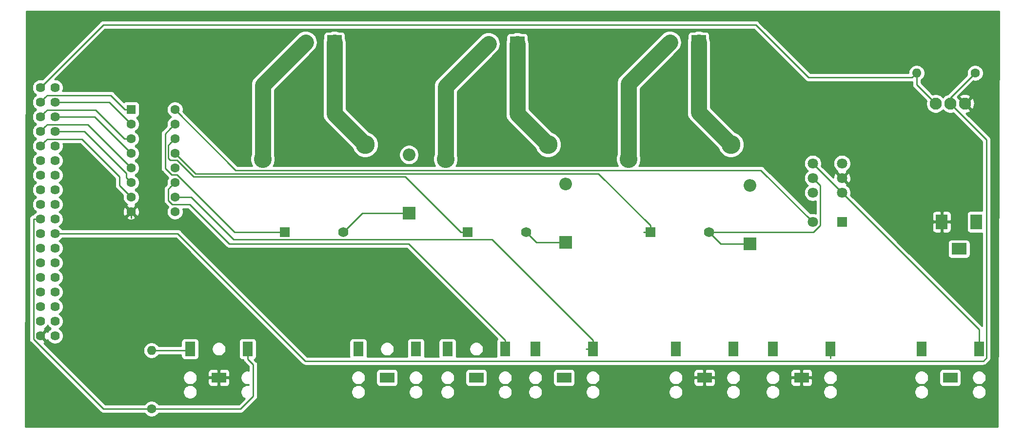
<source format=gtl>
G04 #@! TF.GenerationSoftware,KiCad,Pcbnew,5.1.5-52549c5~84~ubuntu18.04.1*
G04 #@! TF.CreationDate,2020-02-05T02:03:39-05:00*
G04 #@! TF.ProjectId,cropdroid-reservoir,63726f70-6472-46f6-9964-2d7265736572,v1*
G04 #@! TF.SameCoordinates,Original*
G04 #@! TF.FileFunction,Copper,L1,Top*
G04 #@! TF.FilePolarity,Positive*
%FSLAX46Y46*%
G04 Gerber Fmt 4.6, Leading zero omitted, Abs format (unit mm)*
G04 Created by KiCad (PCBNEW 5.1.5-52549c5~84~ubuntu18.04.1) date 2020-02-05 02:03:39*
%MOMM*%
%LPD*%
G04 APERTURE LIST*
%ADD10O,1.600000X1.600000*%
%ADD11C,1.600000*%
%ADD12R,1.800000X2.500000*%
%ADD13R,2.500000X1.800000*%
%ADD14O,2.200000X2.200000*%
%ADD15R,2.200000X2.200000*%
%ADD16R,2.500000X2.500000*%
%ADD17C,2.500000*%
%ADD18C,2.100000*%
%ADD19C,1.620010*%
%ADD20R,2.600000X2.000000*%
%ADD21R,2.000000X2.600000*%
%ADD22C,1.760000*%
%ADD23R,1.760000X1.760000*%
%ADD24C,3.090000*%
%ADD25C,3.290000*%
%ADD26R,1.600000X1.600000*%
%ADD27C,1.800000*%
%ADD28R,1.800000X1.800000*%
%ADD29C,0.254000*%
%ADD30C,2.794000*%
G04 APERTURE END LIST*
D10*
X86106000Y-120650000D03*
D11*
X86106000Y-130810000D03*
D12*
X92790000Y-120396000D03*
X102790000Y-120396000D03*
D13*
X97790000Y-125396000D03*
D10*
X218948000Y-72390000D03*
D11*
X229108000Y-72390000D03*
D13*
X182118000Y-125396000D03*
D12*
X187118000Y-120396000D03*
X177118000Y-120396000D03*
D13*
X198962000Y-125396000D03*
D12*
X203962000Y-120396000D03*
X193962000Y-120396000D03*
D14*
X189992000Y-91948000D03*
D15*
X189992000Y-102108000D03*
D14*
X157988000Y-91694000D03*
D15*
X157988000Y-101854000D03*
D14*
X130810000Y-86614000D03*
D15*
X130810000Y-96774000D03*
D16*
X117856000Y-67056000D03*
D17*
X112856000Y-67056000D03*
D13*
X127000000Y-125396000D03*
D12*
X132000000Y-120396000D03*
X122000000Y-120396000D03*
X137494000Y-120396000D03*
X147494000Y-120396000D03*
D13*
X142494000Y-125396000D03*
D12*
X152734000Y-120396000D03*
X162734000Y-120396000D03*
D13*
X157734000Y-125396000D03*
X224790000Y-125396000D03*
D12*
X229790000Y-120396000D03*
X219790000Y-120396000D03*
D18*
X222250000Y-77724000D03*
X224790000Y-77724000D03*
X227330000Y-77724000D03*
D17*
X144606000Y-67310000D03*
D16*
X149606000Y-67310000D03*
X181102000Y-67056000D03*
D17*
X176102000Y-67056000D03*
D19*
X66802000Y-74930000D03*
X69342000Y-74930000D03*
X66802000Y-77470000D03*
X69342000Y-77470000D03*
X66802000Y-80010000D03*
X69342000Y-80010000D03*
X66802000Y-82550000D03*
X69342000Y-82550000D03*
X66802000Y-85090000D03*
X69342000Y-85090000D03*
X66802000Y-87630000D03*
X69342000Y-87630000D03*
X66802000Y-90170000D03*
X69342000Y-90170000D03*
X66802000Y-92710000D03*
X69342000Y-92710000D03*
X66802000Y-95250000D03*
X69342000Y-95250000D03*
X66802000Y-97790000D03*
X69342000Y-97790000D03*
X66802000Y-100330000D03*
X69342000Y-100330000D03*
X66802000Y-102870000D03*
X69342000Y-102870000D03*
X66802000Y-105410000D03*
X69342000Y-105410000D03*
X66802000Y-107950000D03*
X69342000Y-107950000D03*
X66802000Y-110490000D03*
X69342000Y-110490000D03*
X66802000Y-113030000D03*
X69342000Y-113030000D03*
X66802000Y-115570000D03*
X69342000Y-115570000D03*
X66802000Y-118110000D03*
X69342000Y-118110000D03*
D20*
X226314000Y-102998000D03*
D21*
X229314000Y-98298000D03*
X223314000Y-98298000D03*
D22*
X119380000Y-100076000D03*
D23*
X109220000Y-100076000D03*
D24*
X105410000Y-87376000D03*
D25*
X123190000Y-84836000D03*
X154940000Y-84836000D03*
D24*
X137160000Y-87376000D03*
D23*
X140970000Y-100076000D03*
D22*
X151130000Y-100076000D03*
X182880000Y-100076000D03*
D23*
X172720000Y-100076000D03*
D24*
X168910000Y-87376000D03*
D25*
X186690000Y-84836000D03*
D26*
X82550000Y-78740000D03*
D11*
X82550000Y-81280000D03*
X82550000Y-83820000D03*
X82550000Y-86360000D03*
X82550000Y-88900000D03*
X82550000Y-91440000D03*
X82550000Y-93980000D03*
X90170000Y-93980000D03*
X90170000Y-91440000D03*
X90170000Y-88900000D03*
X90170000Y-86360000D03*
X90170000Y-83820000D03*
X90170000Y-81280000D03*
X90170000Y-78740000D03*
X82550000Y-96520000D03*
X90170000Y-96520000D03*
D27*
X200914000Y-98298000D03*
X200914000Y-93218000D03*
X200914000Y-90678000D03*
X200914000Y-88138000D03*
X205994000Y-88138000D03*
X205994000Y-90678000D03*
X205994000Y-93218000D03*
D28*
X205994000Y-98298000D03*
D29*
X203962000Y-120476000D02*
X203962000Y-121980000D01*
X223314000Y-98298000D02*
X221996000Y-98298000D01*
X66802000Y-118110000D02*
X67056000Y-117856000D01*
X82550000Y-97651370D02*
X82550000Y-96520000D01*
X224568000Y-98298000D02*
X223314000Y-98298000D01*
X223314000Y-96744000D02*
X223314000Y-98298000D01*
X102790000Y-122154000D02*
X102790000Y-120650000D01*
X103771001Y-128620881D02*
X103771001Y-123135001D01*
X103771001Y-123135001D02*
X102790000Y-122154000D01*
X101581882Y-130810000D02*
X103771001Y-128620881D01*
X86106000Y-130810000D02*
X101581882Y-130810000D01*
X84974630Y-130810000D02*
X86106000Y-130810000D01*
X65610994Y-118681684D02*
X77739310Y-130810000D01*
X77739310Y-130810000D02*
X84974630Y-130810000D01*
X65610994Y-97835486D02*
X65610994Y-118681684D01*
X65656480Y-97790000D02*
X65610994Y-97835486D01*
X66802000Y-97790000D02*
X65656480Y-97790000D01*
X218148001Y-73189999D02*
X200189999Y-73189999D01*
X218948000Y-72390000D02*
X218148001Y-73189999D01*
X200189999Y-73189999D02*
X191008000Y-64008000D01*
X77724000Y-64008000D02*
X66802000Y-74930000D01*
X191008000Y-64008000D02*
X77724000Y-64008000D01*
X218948000Y-74422000D02*
X222250000Y-77724000D01*
X218948000Y-72390000D02*
X218948000Y-74422000D01*
X86106000Y-120650000D02*
X92790000Y-120650000D01*
X147494000Y-118892000D02*
X130710000Y-102108000D01*
X147494000Y-120396000D02*
X147494000Y-118892000D01*
X89370001Y-92239999D02*
X90170000Y-91440000D01*
X88988999Y-92621001D02*
X89370001Y-92239999D01*
X88988999Y-94546881D02*
X88988999Y-92621001D01*
X89730126Y-95288008D02*
X88988999Y-94546881D01*
X92748008Y-95288008D02*
X89730126Y-95288008D01*
X99568000Y-102108000D02*
X92748008Y-95288008D01*
X130710000Y-102108000D02*
X99568000Y-102108000D01*
X224790000Y-76708000D02*
X224790000Y-77724000D01*
X229108000Y-72390000D02*
X224790000Y-76708000D01*
X70487520Y-100330000D02*
X69342000Y-100330000D01*
X90639802Y-100330000D02*
X70487520Y-100330000D01*
X112797812Y-122488010D02*
X90639802Y-100330000D01*
X230533792Y-122488010D02*
X112797812Y-122488010D01*
X231071001Y-121950801D02*
X230533792Y-122488010D01*
X231071001Y-84005001D02*
X231071001Y-121950801D01*
X224790000Y-77724000D02*
X231071001Y-84005001D01*
D30*
X168910000Y-74248000D02*
X176102000Y-67056000D01*
X168910000Y-87376000D02*
X168910000Y-74248000D01*
X181102000Y-79248000D02*
X186690000Y-84836000D01*
X181102000Y-67056000D02*
X181102000Y-79248000D01*
D29*
X100732001Y-89302001D02*
X191918001Y-89302001D01*
X90170000Y-78740000D02*
X100732001Y-89302001D01*
X191918001Y-89302001D02*
X200914000Y-98298000D01*
D30*
X137160000Y-74756000D02*
X144606000Y-67310000D01*
X137160000Y-87376000D02*
X137160000Y-74756000D01*
D29*
X202195001Y-91959001D02*
X201813999Y-91577999D01*
X201031882Y-100076000D02*
X202195001Y-98912881D01*
X201813999Y-91577999D02*
X200914000Y-90678000D01*
X202195001Y-98912881D02*
X202195001Y-91959001D01*
X182880000Y-100076000D02*
X201031882Y-100076000D01*
X184912000Y-102108000D02*
X182880000Y-100076000D01*
X189992000Y-102108000D02*
X184912000Y-102108000D01*
X152908000Y-101854000D02*
X151130000Y-100076000D01*
X157988000Y-101854000D02*
X152908000Y-101854000D01*
X122682000Y-96774000D02*
X119380000Y-100076000D01*
X130810000Y-96774000D02*
X122682000Y-96774000D01*
X88480989Y-82969011D02*
X89370001Y-82079999D01*
X88480989Y-88958871D02*
X88480989Y-82969011D01*
X89603119Y-90081001D02*
X88480989Y-88958871D01*
X89370001Y-82079999D02*
X90170000Y-81280000D01*
X100553882Y-100076000D02*
X90558883Y-90081001D01*
X109220000Y-100076000D02*
X100553882Y-100076000D01*
X90558883Y-90081001D02*
X89603119Y-90081001D01*
X89370001Y-84619999D02*
X90170000Y-83820000D01*
X88988999Y-87210999D02*
X88988999Y-85001001D01*
X89319001Y-87541001D02*
X88988999Y-87210999D01*
X90558883Y-87541001D02*
X89319001Y-87541001D01*
X130184010Y-90424010D02*
X93441892Y-90424010D01*
X88988999Y-85001001D02*
X89370001Y-84619999D01*
X139836000Y-100076000D02*
X130184010Y-90424010D01*
X93441892Y-90424010D02*
X90558883Y-87541001D01*
X140970000Y-100076000D02*
X139836000Y-100076000D01*
X172720000Y-100076000D02*
X171586000Y-100076000D01*
X172720000Y-98942000D02*
X163694000Y-89916000D01*
X172720000Y-100076000D02*
X172720000Y-98942000D01*
X93726000Y-89916000D02*
X90170000Y-86360000D01*
X163694000Y-89916000D02*
X93726000Y-89916000D01*
D30*
X117856000Y-79502000D02*
X123190000Y-84836000D01*
X117856000Y-67056000D02*
X117856000Y-79502000D01*
X105410000Y-87376000D02*
X105410000Y-74502000D01*
X105410000Y-74502000D02*
X112856000Y-67056000D01*
X149606000Y-79502000D02*
X154940000Y-84836000D01*
X149606000Y-67310000D02*
X149606000Y-79502000D01*
D29*
X67612004Y-76659996D02*
X66802000Y-77470000D01*
X67993006Y-76278994D02*
X67612004Y-76659996D01*
X79034994Y-76278994D02*
X67993006Y-76278994D01*
X81496000Y-78740000D02*
X79034994Y-76278994D01*
X82550000Y-78740000D02*
X81496000Y-78740000D01*
X82550000Y-81280000D02*
X78740000Y-77470000D01*
X78740000Y-77470000D02*
X69342000Y-77470000D01*
X67612004Y-79199996D02*
X66802000Y-80010000D01*
X76417624Y-78818994D02*
X67993006Y-78818994D01*
X81418630Y-83820000D02*
X76417624Y-78818994D01*
X67993006Y-78818994D02*
X67612004Y-79199996D01*
X82550000Y-83820000D02*
X81418630Y-83820000D01*
X76200000Y-80010000D02*
X69342000Y-80010000D01*
X82550000Y-86360000D02*
X76200000Y-80010000D01*
X67612004Y-81739996D02*
X66802000Y-82550000D01*
X67993006Y-81358994D02*
X67612004Y-81739996D01*
X75008994Y-81358994D02*
X67993006Y-81358994D01*
X82550000Y-88900000D02*
X75008994Y-81358994D01*
X81750001Y-90640001D02*
X81750001Y-89878001D01*
X82550000Y-91440000D02*
X81750001Y-90640001D01*
X74422000Y-82550000D02*
X69342000Y-82550000D01*
X81750001Y-89878001D02*
X74422000Y-82550000D01*
X82550000Y-93980000D02*
X80518000Y-91948000D01*
X80518000Y-91948000D02*
X80518000Y-90424000D01*
X67612004Y-84279996D02*
X66802000Y-85090000D01*
X67993006Y-83898994D02*
X67612004Y-84279996D01*
X73992994Y-83898994D02*
X67993006Y-83898994D01*
X80518000Y-90424000D02*
X73992994Y-83898994D01*
X162734000Y-120396000D02*
X161580000Y-120396000D01*
X162734000Y-118892000D02*
X145188000Y-101346000D01*
X162734000Y-120396000D02*
X162734000Y-118892000D01*
X145188000Y-101346000D02*
X100330000Y-101346000D01*
X92964000Y-93980000D02*
X90170000Y-93980000D01*
X100330000Y-101346000D02*
X92964000Y-93980000D01*
X201813999Y-89037999D02*
X205994000Y-93218000D01*
X200914000Y-88138000D02*
X201813999Y-89037999D01*
X229790000Y-117014000D02*
X205994000Y-93218000D01*
X229790000Y-120396000D02*
X229790000Y-117014000D01*
G36*
X233022273Y-133960000D02*
G01*
X64162279Y-133960000D01*
X64286846Y-97835486D01*
X64845308Y-97835486D01*
X64848994Y-97872909D01*
X64848995Y-118644251D01*
X64845308Y-118681684D01*
X64860021Y-118831062D01*
X64903593Y-118974699D01*
X64974349Y-119107076D01*
X65045715Y-119194035D01*
X65069573Y-119223106D01*
X65098643Y-119246963D01*
X77174031Y-131322352D01*
X77197888Y-131351422D01*
X77226958Y-131375279D01*
X77313917Y-131446645D01*
X77384674Y-131484465D01*
X77446295Y-131517402D01*
X77589932Y-131560974D01*
X77701884Y-131572000D01*
X77701887Y-131572000D01*
X77739310Y-131575686D01*
X77776733Y-131572000D01*
X84889293Y-131572000D01*
X84991363Y-131724759D01*
X85191241Y-131924637D01*
X85426273Y-132081680D01*
X85687426Y-132189853D01*
X85964665Y-132245000D01*
X86247335Y-132245000D01*
X86524574Y-132189853D01*
X86785727Y-132081680D01*
X87020759Y-131924637D01*
X87220637Y-131724759D01*
X87322707Y-131572000D01*
X101544459Y-131572000D01*
X101581882Y-131575686D01*
X101619305Y-131572000D01*
X101619308Y-131572000D01*
X101731260Y-131560974D01*
X101874897Y-131517402D01*
X102007274Y-131446645D01*
X102123304Y-131351422D01*
X102147166Y-131322346D01*
X104283354Y-129186159D01*
X104312423Y-129162303D01*
X104377062Y-129083540D01*
X104407646Y-129046274D01*
X104478402Y-128913897D01*
X104478403Y-128913896D01*
X104521975Y-128770259D01*
X104533001Y-128658307D01*
X104533001Y-128658304D01*
X104536687Y-128620881D01*
X104533001Y-128583458D01*
X104533001Y-127774363D01*
X120765000Y-127774363D01*
X120765000Y-128017637D01*
X120812460Y-128256236D01*
X120905557Y-128480992D01*
X121040713Y-128683267D01*
X121212733Y-128855287D01*
X121415008Y-128990443D01*
X121639764Y-129083540D01*
X121878363Y-129131000D01*
X122121637Y-129131000D01*
X122360236Y-129083540D01*
X122584992Y-128990443D01*
X122787267Y-128855287D01*
X122959287Y-128683267D01*
X123094443Y-128480992D01*
X123187540Y-128256236D01*
X123235000Y-128017637D01*
X123235000Y-127774363D01*
X130765000Y-127774363D01*
X130765000Y-128017637D01*
X130812460Y-128256236D01*
X130905557Y-128480992D01*
X131040713Y-128683267D01*
X131212733Y-128855287D01*
X131415008Y-128990443D01*
X131639764Y-129083540D01*
X131878363Y-129131000D01*
X132121637Y-129131000D01*
X132360236Y-129083540D01*
X132584992Y-128990443D01*
X132787267Y-128855287D01*
X132959287Y-128683267D01*
X133094443Y-128480992D01*
X133187540Y-128256236D01*
X133235000Y-128017637D01*
X133235000Y-127774363D01*
X136259000Y-127774363D01*
X136259000Y-128017637D01*
X136306460Y-128256236D01*
X136399557Y-128480992D01*
X136534713Y-128683267D01*
X136706733Y-128855287D01*
X136909008Y-128990443D01*
X137133764Y-129083540D01*
X137372363Y-129131000D01*
X137615637Y-129131000D01*
X137854236Y-129083540D01*
X138078992Y-128990443D01*
X138281267Y-128855287D01*
X138453287Y-128683267D01*
X138588443Y-128480992D01*
X138681540Y-128256236D01*
X138729000Y-128017637D01*
X138729000Y-127774363D01*
X146259000Y-127774363D01*
X146259000Y-128017637D01*
X146306460Y-128256236D01*
X146399557Y-128480992D01*
X146534713Y-128683267D01*
X146706733Y-128855287D01*
X146909008Y-128990443D01*
X147133764Y-129083540D01*
X147372363Y-129131000D01*
X147615637Y-129131000D01*
X147854236Y-129083540D01*
X148078992Y-128990443D01*
X148281267Y-128855287D01*
X148453287Y-128683267D01*
X148588443Y-128480992D01*
X148681540Y-128256236D01*
X148729000Y-128017637D01*
X148729000Y-127774363D01*
X151499000Y-127774363D01*
X151499000Y-128017637D01*
X151546460Y-128256236D01*
X151639557Y-128480992D01*
X151774713Y-128683267D01*
X151946733Y-128855287D01*
X152149008Y-128990443D01*
X152373764Y-129083540D01*
X152612363Y-129131000D01*
X152855637Y-129131000D01*
X153094236Y-129083540D01*
X153318992Y-128990443D01*
X153521267Y-128855287D01*
X153693287Y-128683267D01*
X153828443Y-128480992D01*
X153921540Y-128256236D01*
X153969000Y-128017637D01*
X153969000Y-127774363D01*
X161499000Y-127774363D01*
X161499000Y-128017637D01*
X161546460Y-128256236D01*
X161639557Y-128480992D01*
X161774713Y-128683267D01*
X161946733Y-128855287D01*
X162149008Y-128990443D01*
X162373764Y-129083540D01*
X162612363Y-129131000D01*
X162855637Y-129131000D01*
X163094236Y-129083540D01*
X163318992Y-128990443D01*
X163521267Y-128855287D01*
X163693287Y-128683267D01*
X163828443Y-128480992D01*
X163921540Y-128256236D01*
X163969000Y-128017637D01*
X163969000Y-127774363D01*
X175883000Y-127774363D01*
X175883000Y-128017637D01*
X175930460Y-128256236D01*
X176023557Y-128480992D01*
X176158713Y-128683267D01*
X176330733Y-128855287D01*
X176533008Y-128990443D01*
X176757764Y-129083540D01*
X176996363Y-129131000D01*
X177239637Y-129131000D01*
X177478236Y-129083540D01*
X177702992Y-128990443D01*
X177905267Y-128855287D01*
X178077287Y-128683267D01*
X178212443Y-128480992D01*
X178305540Y-128256236D01*
X178353000Y-128017637D01*
X178353000Y-127774363D01*
X185883000Y-127774363D01*
X185883000Y-128017637D01*
X185930460Y-128256236D01*
X186023557Y-128480992D01*
X186158713Y-128683267D01*
X186330733Y-128855287D01*
X186533008Y-128990443D01*
X186757764Y-129083540D01*
X186996363Y-129131000D01*
X187239637Y-129131000D01*
X187478236Y-129083540D01*
X187702992Y-128990443D01*
X187905267Y-128855287D01*
X188077287Y-128683267D01*
X188212443Y-128480992D01*
X188305540Y-128256236D01*
X188353000Y-128017637D01*
X188353000Y-127774363D01*
X192727000Y-127774363D01*
X192727000Y-128017637D01*
X192774460Y-128256236D01*
X192867557Y-128480992D01*
X193002713Y-128683267D01*
X193174733Y-128855287D01*
X193377008Y-128990443D01*
X193601764Y-129083540D01*
X193840363Y-129131000D01*
X194083637Y-129131000D01*
X194322236Y-129083540D01*
X194546992Y-128990443D01*
X194749267Y-128855287D01*
X194921287Y-128683267D01*
X195056443Y-128480992D01*
X195149540Y-128256236D01*
X195197000Y-128017637D01*
X195197000Y-127774363D01*
X202727000Y-127774363D01*
X202727000Y-128017637D01*
X202774460Y-128256236D01*
X202867557Y-128480992D01*
X203002713Y-128683267D01*
X203174733Y-128855287D01*
X203377008Y-128990443D01*
X203601764Y-129083540D01*
X203840363Y-129131000D01*
X204083637Y-129131000D01*
X204322236Y-129083540D01*
X204546992Y-128990443D01*
X204749267Y-128855287D01*
X204921287Y-128683267D01*
X205056443Y-128480992D01*
X205149540Y-128256236D01*
X205197000Y-128017637D01*
X205197000Y-127774363D01*
X218555000Y-127774363D01*
X218555000Y-128017637D01*
X218602460Y-128256236D01*
X218695557Y-128480992D01*
X218830713Y-128683267D01*
X219002733Y-128855287D01*
X219205008Y-128990443D01*
X219429764Y-129083540D01*
X219668363Y-129131000D01*
X219911637Y-129131000D01*
X220150236Y-129083540D01*
X220374992Y-128990443D01*
X220577267Y-128855287D01*
X220749287Y-128683267D01*
X220884443Y-128480992D01*
X220977540Y-128256236D01*
X221025000Y-128017637D01*
X221025000Y-127774363D01*
X228555000Y-127774363D01*
X228555000Y-128017637D01*
X228602460Y-128256236D01*
X228695557Y-128480992D01*
X228830713Y-128683267D01*
X229002733Y-128855287D01*
X229205008Y-128990443D01*
X229429764Y-129083540D01*
X229668363Y-129131000D01*
X229911637Y-129131000D01*
X230150236Y-129083540D01*
X230374992Y-128990443D01*
X230577267Y-128855287D01*
X230749287Y-128683267D01*
X230884443Y-128480992D01*
X230977540Y-128256236D01*
X231025000Y-128017637D01*
X231025000Y-127774363D01*
X230977540Y-127535764D01*
X230884443Y-127311008D01*
X230749287Y-127108733D01*
X230577267Y-126936713D01*
X230374992Y-126801557D01*
X230150236Y-126708460D01*
X229911637Y-126661000D01*
X229668363Y-126661000D01*
X229429764Y-126708460D01*
X229205008Y-126801557D01*
X229002733Y-126936713D01*
X228830713Y-127108733D01*
X228695557Y-127311008D01*
X228602460Y-127535764D01*
X228555000Y-127774363D01*
X221025000Y-127774363D01*
X220977540Y-127535764D01*
X220884443Y-127311008D01*
X220749287Y-127108733D01*
X220577267Y-126936713D01*
X220374992Y-126801557D01*
X220150236Y-126708460D01*
X219911637Y-126661000D01*
X219668363Y-126661000D01*
X219429764Y-126708460D01*
X219205008Y-126801557D01*
X219002733Y-126936713D01*
X218830713Y-127108733D01*
X218695557Y-127311008D01*
X218602460Y-127535764D01*
X218555000Y-127774363D01*
X205197000Y-127774363D01*
X205149540Y-127535764D01*
X205056443Y-127311008D01*
X204921287Y-127108733D01*
X204749267Y-126936713D01*
X204546992Y-126801557D01*
X204322236Y-126708460D01*
X204083637Y-126661000D01*
X203840363Y-126661000D01*
X203601764Y-126708460D01*
X203377008Y-126801557D01*
X203174733Y-126936713D01*
X203002713Y-127108733D01*
X202867557Y-127311008D01*
X202774460Y-127535764D01*
X202727000Y-127774363D01*
X195197000Y-127774363D01*
X195149540Y-127535764D01*
X195056443Y-127311008D01*
X194921287Y-127108733D01*
X194749267Y-126936713D01*
X194546992Y-126801557D01*
X194322236Y-126708460D01*
X194083637Y-126661000D01*
X193840363Y-126661000D01*
X193601764Y-126708460D01*
X193377008Y-126801557D01*
X193174733Y-126936713D01*
X193002713Y-127108733D01*
X192867557Y-127311008D01*
X192774460Y-127535764D01*
X192727000Y-127774363D01*
X188353000Y-127774363D01*
X188305540Y-127535764D01*
X188212443Y-127311008D01*
X188077287Y-127108733D01*
X187905267Y-126936713D01*
X187702992Y-126801557D01*
X187478236Y-126708460D01*
X187239637Y-126661000D01*
X186996363Y-126661000D01*
X186757764Y-126708460D01*
X186533008Y-126801557D01*
X186330733Y-126936713D01*
X186158713Y-127108733D01*
X186023557Y-127311008D01*
X185930460Y-127535764D01*
X185883000Y-127774363D01*
X178353000Y-127774363D01*
X178305540Y-127535764D01*
X178212443Y-127311008D01*
X178077287Y-127108733D01*
X177905267Y-126936713D01*
X177702992Y-126801557D01*
X177478236Y-126708460D01*
X177239637Y-126661000D01*
X176996363Y-126661000D01*
X176757764Y-126708460D01*
X176533008Y-126801557D01*
X176330733Y-126936713D01*
X176158713Y-127108733D01*
X176023557Y-127311008D01*
X175930460Y-127535764D01*
X175883000Y-127774363D01*
X163969000Y-127774363D01*
X163921540Y-127535764D01*
X163828443Y-127311008D01*
X163693287Y-127108733D01*
X163521267Y-126936713D01*
X163318992Y-126801557D01*
X163094236Y-126708460D01*
X162855637Y-126661000D01*
X162612363Y-126661000D01*
X162373764Y-126708460D01*
X162149008Y-126801557D01*
X161946733Y-126936713D01*
X161774713Y-127108733D01*
X161639557Y-127311008D01*
X161546460Y-127535764D01*
X161499000Y-127774363D01*
X153969000Y-127774363D01*
X153921540Y-127535764D01*
X153828443Y-127311008D01*
X153693287Y-127108733D01*
X153521267Y-126936713D01*
X153318992Y-126801557D01*
X153094236Y-126708460D01*
X152855637Y-126661000D01*
X152612363Y-126661000D01*
X152373764Y-126708460D01*
X152149008Y-126801557D01*
X151946733Y-126936713D01*
X151774713Y-127108733D01*
X151639557Y-127311008D01*
X151546460Y-127535764D01*
X151499000Y-127774363D01*
X148729000Y-127774363D01*
X148681540Y-127535764D01*
X148588443Y-127311008D01*
X148453287Y-127108733D01*
X148281267Y-126936713D01*
X148078992Y-126801557D01*
X147854236Y-126708460D01*
X147615637Y-126661000D01*
X147372363Y-126661000D01*
X147133764Y-126708460D01*
X146909008Y-126801557D01*
X146706733Y-126936713D01*
X146534713Y-127108733D01*
X146399557Y-127311008D01*
X146306460Y-127535764D01*
X146259000Y-127774363D01*
X138729000Y-127774363D01*
X138681540Y-127535764D01*
X138588443Y-127311008D01*
X138453287Y-127108733D01*
X138281267Y-126936713D01*
X138078992Y-126801557D01*
X137854236Y-126708460D01*
X137615637Y-126661000D01*
X137372363Y-126661000D01*
X137133764Y-126708460D01*
X136909008Y-126801557D01*
X136706733Y-126936713D01*
X136534713Y-127108733D01*
X136399557Y-127311008D01*
X136306460Y-127535764D01*
X136259000Y-127774363D01*
X133235000Y-127774363D01*
X133187540Y-127535764D01*
X133094443Y-127311008D01*
X132959287Y-127108733D01*
X132787267Y-126936713D01*
X132584992Y-126801557D01*
X132360236Y-126708460D01*
X132121637Y-126661000D01*
X131878363Y-126661000D01*
X131639764Y-126708460D01*
X131415008Y-126801557D01*
X131212733Y-126936713D01*
X131040713Y-127108733D01*
X130905557Y-127311008D01*
X130812460Y-127535764D01*
X130765000Y-127774363D01*
X123235000Y-127774363D01*
X123187540Y-127535764D01*
X123094443Y-127311008D01*
X122959287Y-127108733D01*
X122787267Y-126936713D01*
X122584992Y-126801557D01*
X122360236Y-126708460D01*
X122121637Y-126661000D01*
X121878363Y-126661000D01*
X121639764Y-126708460D01*
X121415008Y-126801557D01*
X121212733Y-126936713D01*
X121040713Y-127108733D01*
X120905557Y-127311008D01*
X120812460Y-127535764D01*
X120765000Y-127774363D01*
X104533001Y-127774363D01*
X104533001Y-125274363D01*
X120765000Y-125274363D01*
X120765000Y-125517637D01*
X120812460Y-125756236D01*
X120905557Y-125980992D01*
X121040713Y-126183267D01*
X121212733Y-126355287D01*
X121415008Y-126490443D01*
X121639764Y-126583540D01*
X121878363Y-126631000D01*
X122121637Y-126631000D01*
X122360236Y-126583540D01*
X122584992Y-126490443D01*
X122787267Y-126355287D01*
X122959287Y-126183267D01*
X123094443Y-125980992D01*
X123187540Y-125756236D01*
X123235000Y-125517637D01*
X123235000Y-125274363D01*
X123187540Y-125035764D01*
X123094443Y-124811008D01*
X122959287Y-124608733D01*
X122846554Y-124496000D01*
X125111928Y-124496000D01*
X125111928Y-126296000D01*
X125124188Y-126420482D01*
X125160498Y-126540180D01*
X125219463Y-126650494D01*
X125298815Y-126747185D01*
X125395506Y-126826537D01*
X125505820Y-126885502D01*
X125625518Y-126921812D01*
X125750000Y-126934072D01*
X128250000Y-126934072D01*
X128374482Y-126921812D01*
X128494180Y-126885502D01*
X128604494Y-126826537D01*
X128701185Y-126747185D01*
X128780537Y-126650494D01*
X128839502Y-126540180D01*
X128875812Y-126420482D01*
X128888072Y-126296000D01*
X128888072Y-125274363D01*
X130765000Y-125274363D01*
X130765000Y-125517637D01*
X130812460Y-125756236D01*
X130905557Y-125980992D01*
X131040713Y-126183267D01*
X131212733Y-126355287D01*
X131415008Y-126490443D01*
X131639764Y-126583540D01*
X131878363Y-126631000D01*
X132121637Y-126631000D01*
X132360236Y-126583540D01*
X132584992Y-126490443D01*
X132787267Y-126355287D01*
X132959287Y-126183267D01*
X133094443Y-125980992D01*
X133187540Y-125756236D01*
X133235000Y-125517637D01*
X133235000Y-125274363D01*
X136259000Y-125274363D01*
X136259000Y-125517637D01*
X136306460Y-125756236D01*
X136399557Y-125980992D01*
X136534713Y-126183267D01*
X136706733Y-126355287D01*
X136909008Y-126490443D01*
X137133764Y-126583540D01*
X137372363Y-126631000D01*
X137615637Y-126631000D01*
X137854236Y-126583540D01*
X138078992Y-126490443D01*
X138281267Y-126355287D01*
X138453287Y-126183267D01*
X138588443Y-125980992D01*
X138681540Y-125756236D01*
X138729000Y-125517637D01*
X138729000Y-125274363D01*
X138681540Y-125035764D01*
X138588443Y-124811008D01*
X138453287Y-124608733D01*
X138340554Y-124496000D01*
X140605928Y-124496000D01*
X140605928Y-126296000D01*
X140618188Y-126420482D01*
X140654498Y-126540180D01*
X140713463Y-126650494D01*
X140792815Y-126747185D01*
X140889506Y-126826537D01*
X140999820Y-126885502D01*
X141119518Y-126921812D01*
X141244000Y-126934072D01*
X143744000Y-126934072D01*
X143868482Y-126921812D01*
X143988180Y-126885502D01*
X144098494Y-126826537D01*
X144195185Y-126747185D01*
X144274537Y-126650494D01*
X144333502Y-126540180D01*
X144369812Y-126420482D01*
X144382072Y-126296000D01*
X144382072Y-125274363D01*
X146259000Y-125274363D01*
X146259000Y-125517637D01*
X146306460Y-125756236D01*
X146399557Y-125980992D01*
X146534713Y-126183267D01*
X146706733Y-126355287D01*
X146909008Y-126490443D01*
X147133764Y-126583540D01*
X147372363Y-126631000D01*
X147615637Y-126631000D01*
X147854236Y-126583540D01*
X148078992Y-126490443D01*
X148281267Y-126355287D01*
X148453287Y-126183267D01*
X148588443Y-125980992D01*
X148681540Y-125756236D01*
X148729000Y-125517637D01*
X148729000Y-125274363D01*
X151499000Y-125274363D01*
X151499000Y-125517637D01*
X151546460Y-125756236D01*
X151639557Y-125980992D01*
X151774713Y-126183267D01*
X151946733Y-126355287D01*
X152149008Y-126490443D01*
X152373764Y-126583540D01*
X152612363Y-126631000D01*
X152855637Y-126631000D01*
X153094236Y-126583540D01*
X153318992Y-126490443D01*
X153521267Y-126355287D01*
X153693287Y-126183267D01*
X153828443Y-125980992D01*
X153921540Y-125756236D01*
X153969000Y-125517637D01*
X153969000Y-125274363D01*
X153921540Y-125035764D01*
X153828443Y-124811008D01*
X153693287Y-124608733D01*
X153580554Y-124496000D01*
X155845928Y-124496000D01*
X155845928Y-126296000D01*
X155858188Y-126420482D01*
X155894498Y-126540180D01*
X155953463Y-126650494D01*
X156032815Y-126747185D01*
X156129506Y-126826537D01*
X156239820Y-126885502D01*
X156359518Y-126921812D01*
X156484000Y-126934072D01*
X158984000Y-126934072D01*
X159108482Y-126921812D01*
X159228180Y-126885502D01*
X159338494Y-126826537D01*
X159435185Y-126747185D01*
X159514537Y-126650494D01*
X159573502Y-126540180D01*
X159609812Y-126420482D01*
X159622072Y-126296000D01*
X159622072Y-125274363D01*
X161499000Y-125274363D01*
X161499000Y-125517637D01*
X161546460Y-125756236D01*
X161639557Y-125980992D01*
X161774713Y-126183267D01*
X161946733Y-126355287D01*
X162149008Y-126490443D01*
X162373764Y-126583540D01*
X162612363Y-126631000D01*
X162855637Y-126631000D01*
X163094236Y-126583540D01*
X163318992Y-126490443D01*
X163521267Y-126355287D01*
X163693287Y-126183267D01*
X163828443Y-125980992D01*
X163921540Y-125756236D01*
X163969000Y-125517637D01*
X163969000Y-125274363D01*
X175883000Y-125274363D01*
X175883000Y-125517637D01*
X175930460Y-125756236D01*
X176023557Y-125980992D01*
X176158713Y-126183267D01*
X176330733Y-126355287D01*
X176533008Y-126490443D01*
X176757764Y-126583540D01*
X176996363Y-126631000D01*
X177239637Y-126631000D01*
X177478236Y-126583540D01*
X177702992Y-126490443D01*
X177905267Y-126355287D01*
X177964554Y-126296000D01*
X180229928Y-126296000D01*
X180242188Y-126420482D01*
X180278498Y-126540180D01*
X180337463Y-126650494D01*
X180416815Y-126747185D01*
X180513506Y-126826537D01*
X180623820Y-126885502D01*
X180743518Y-126921812D01*
X180868000Y-126934072D01*
X181832250Y-126931000D01*
X181991000Y-126772250D01*
X181991000Y-125523000D01*
X182245000Y-125523000D01*
X182245000Y-126772250D01*
X182403750Y-126931000D01*
X183368000Y-126934072D01*
X183492482Y-126921812D01*
X183612180Y-126885502D01*
X183722494Y-126826537D01*
X183819185Y-126747185D01*
X183898537Y-126650494D01*
X183957502Y-126540180D01*
X183993812Y-126420482D01*
X184006072Y-126296000D01*
X184003000Y-125681750D01*
X183844250Y-125523000D01*
X182245000Y-125523000D01*
X181991000Y-125523000D01*
X180391750Y-125523000D01*
X180233000Y-125681750D01*
X180229928Y-126296000D01*
X177964554Y-126296000D01*
X178077287Y-126183267D01*
X178212443Y-125980992D01*
X178305540Y-125756236D01*
X178353000Y-125517637D01*
X178353000Y-125274363D01*
X185883000Y-125274363D01*
X185883000Y-125517637D01*
X185930460Y-125756236D01*
X186023557Y-125980992D01*
X186158713Y-126183267D01*
X186330733Y-126355287D01*
X186533008Y-126490443D01*
X186757764Y-126583540D01*
X186996363Y-126631000D01*
X187239637Y-126631000D01*
X187478236Y-126583540D01*
X187702992Y-126490443D01*
X187905267Y-126355287D01*
X188077287Y-126183267D01*
X188212443Y-125980992D01*
X188305540Y-125756236D01*
X188353000Y-125517637D01*
X188353000Y-125274363D01*
X192727000Y-125274363D01*
X192727000Y-125517637D01*
X192774460Y-125756236D01*
X192867557Y-125980992D01*
X193002713Y-126183267D01*
X193174733Y-126355287D01*
X193377008Y-126490443D01*
X193601764Y-126583540D01*
X193840363Y-126631000D01*
X194083637Y-126631000D01*
X194322236Y-126583540D01*
X194546992Y-126490443D01*
X194749267Y-126355287D01*
X194808554Y-126296000D01*
X197073928Y-126296000D01*
X197086188Y-126420482D01*
X197122498Y-126540180D01*
X197181463Y-126650494D01*
X197260815Y-126747185D01*
X197357506Y-126826537D01*
X197467820Y-126885502D01*
X197587518Y-126921812D01*
X197712000Y-126934072D01*
X198676250Y-126931000D01*
X198835000Y-126772250D01*
X198835000Y-125523000D01*
X199089000Y-125523000D01*
X199089000Y-126772250D01*
X199247750Y-126931000D01*
X200212000Y-126934072D01*
X200336482Y-126921812D01*
X200456180Y-126885502D01*
X200566494Y-126826537D01*
X200663185Y-126747185D01*
X200742537Y-126650494D01*
X200801502Y-126540180D01*
X200837812Y-126420482D01*
X200850072Y-126296000D01*
X200847000Y-125681750D01*
X200688250Y-125523000D01*
X199089000Y-125523000D01*
X198835000Y-125523000D01*
X197235750Y-125523000D01*
X197077000Y-125681750D01*
X197073928Y-126296000D01*
X194808554Y-126296000D01*
X194921287Y-126183267D01*
X195056443Y-125980992D01*
X195149540Y-125756236D01*
X195197000Y-125517637D01*
X195197000Y-125274363D01*
X202727000Y-125274363D01*
X202727000Y-125517637D01*
X202774460Y-125756236D01*
X202867557Y-125980992D01*
X203002713Y-126183267D01*
X203174733Y-126355287D01*
X203377008Y-126490443D01*
X203601764Y-126583540D01*
X203840363Y-126631000D01*
X204083637Y-126631000D01*
X204322236Y-126583540D01*
X204546992Y-126490443D01*
X204749267Y-126355287D01*
X204921287Y-126183267D01*
X205056443Y-125980992D01*
X205149540Y-125756236D01*
X205197000Y-125517637D01*
X205197000Y-125274363D01*
X218555000Y-125274363D01*
X218555000Y-125517637D01*
X218602460Y-125756236D01*
X218695557Y-125980992D01*
X218830713Y-126183267D01*
X219002733Y-126355287D01*
X219205008Y-126490443D01*
X219429764Y-126583540D01*
X219668363Y-126631000D01*
X219911637Y-126631000D01*
X220150236Y-126583540D01*
X220374992Y-126490443D01*
X220577267Y-126355287D01*
X220749287Y-126183267D01*
X220884443Y-125980992D01*
X220977540Y-125756236D01*
X221025000Y-125517637D01*
X221025000Y-125274363D01*
X220977540Y-125035764D01*
X220884443Y-124811008D01*
X220749287Y-124608733D01*
X220636554Y-124496000D01*
X222901928Y-124496000D01*
X222901928Y-126296000D01*
X222914188Y-126420482D01*
X222950498Y-126540180D01*
X223009463Y-126650494D01*
X223088815Y-126747185D01*
X223185506Y-126826537D01*
X223295820Y-126885502D01*
X223415518Y-126921812D01*
X223540000Y-126934072D01*
X226040000Y-126934072D01*
X226164482Y-126921812D01*
X226284180Y-126885502D01*
X226394494Y-126826537D01*
X226491185Y-126747185D01*
X226570537Y-126650494D01*
X226629502Y-126540180D01*
X226665812Y-126420482D01*
X226678072Y-126296000D01*
X226678072Y-125274363D01*
X228555000Y-125274363D01*
X228555000Y-125517637D01*
X228602460Y-125756236D01*
X228695557Y-125980992D01*
X228830713Y-126183267D01*
X229002733Y-126355287D01*
X229205008Y-126490443D01*
X229429764Y-126583540D01*
X229668363Y-126631000D01*
X229911637Y-126631000D01*
X230150236Y-126583540D01*
X230374992Y-126490443D01*
X230577267Y-126355287D01*
X230749287Y-126183267D01*
X230884443Y-125980992D01*
X230977540Y-125756236D01*
X231025000Y-125517637D01*
X231025000Y-125274363D01*
X230977540Y-125035764D01*
X230884443Y-124811008D01*
X230749287Y-124608733D01*
X230577267Y-124436713D01*
X230374992Y-124301557D01*
X230150236Y-124208460D01*
X229911637Y-124161000D01*
X229668363Y-124161000D01*
X229429764Y-124208460D01*
X229205008Y-124301557D01*
X229002733Y-124436713D01*
X228830713Y-124608733D01*
X228695557Y-124811008D01*
X228602460Y-125035764D01*
X228555000Y-125274363D01*
X226678072Y-125274363D01*
X226678072Y-124496000D01*
X226665812Y-124371518D01*
X226629502Y-124251820D01*
X226570537Y-124141506D01*
X226491185Y-124044815D01*
X226394494Y-123965463D01*
X226284180Y-123906498D01*
X226164482Y-123870188D01*
X226040000Y-123857928D01*
X223540000Y-123857928D01*
X223415518Y-123870188D01*
X223295820Y-123906498D01*
X223185506Y-123965463D01*
X223088815Y-124044815D01*
X223009463Y-124141506D01*
X222950498Y-124251820D01*
X222914188Y-124371518D01*
X222901928Y-124496000D01*
X220636554Y-124496000D01*
X220577267Y-124436713D01*
X220374992Y-124301557D01*
X220150236Y-124208460D01*
X219911637Y-124161000D01*
X219668363Y-124161000D01*
X219429764Y-124208460D01*
X219205008Y-124301557D01*
X219002733Y-124436713D01*
X218830713Y-124608733D01*
X218695557Y-124811008D01*
X218602460Y-125035764D01*
X218555000Y-125274363D01*
X205197000Y-125274363D01*
X205149540Y-125035764D01*
X205056443Y-124811008D01*
X204921287Y-124608733D01*
X204749267Y-124436713D01*
X204546992Y-124301557D01*
X204322236Y-124208460D01*
X204083637Y-124161000D01*
X203840363Y-124161000D01*
X203601764Y-124208460D01*
X203377008Y-124301557D01*
X203174733Y-124436713D01*
X203002713Y-124608733D01*
X202867557Y-124811008D01*
X202774460Y-125035764D01*
X202727000Y-125274363D01*
X195197000Y-125274363D01*
X195149540Y-125035764D01*
X195056443Y-124811008D01*
X194921287Y-124608733D01*
X194808554Y-124496000D01*
X197073928Y-124496000D01*
X197077000Y-125110250D01*
X197235750Y-125269000D01*
X198835000Y-125269000D01*
X198835000Y-124019750D01*
X199089000Y-124019750D01*
X199089000Y-125269000D01*
X200688250Y-125269000D01*
X200847000Y-125110250D01*
X200850072Y-124496000D01*
X200837812Y-124371518D01*
X200801502Y-124251820D01*
X200742537Y-124141506D01*
X200663185Y-124044815D01*
X200566494Y-123965463D01*
X200456180Y-123906498D01*
X200336482Y-123870188D01*
X200212000Y-123857928D01*
X199247750Y-123861000D01*
X199089000Y-124019750D01*
X198835000Y-124019750D01*
X198676250Y-123861000D01*
X197712000Y-123857928D01*
X197587518Y-123870188D01*
X197467820Y-123906498D01*
X197357506Y-123965463D01*
X197260815Y-124044815D01*
X197181463Y-124141506D01*
X197122498Y-124251820D01*
X197086188Y-124371518D01*
X197073928Y-124496000D01*
X194808554Y-124496000D01*
X194749267Y-124436713D01*
X194546992Y-124301557D01*
X194322236Y-124208460D01*
X194083637Y-124161000D01*
X193840363Y-124161000D01*
X193601764Y-124208460D01*
X193377008Y-124301557D01*
X193174733Y-124436713D01*
X193002713Y-124608733D01*
X192867557Y-124811008D01*
X192774460Y-125035764D01*
X192727000Y-125274363D01*
X188353000Y-125274363D01*
X188305540Y-125035764D01*
X188212443Y-124811008D01*
X188077287Y-124608733D01*
X187905267Y-124436713D01*
X187702992Y-124301557D01*
X187478236Y-124208460D01*
X187239637Y-124161000D01*
X186996363Y-124161000D01*
X186757764Y-124208460D01*
X186533008Y-124301557D01*
X186330733Y-124436713D01*
X186158713Y-124608733D01*
X186023557Y-124811008D01*
X185930460Y-125035764D01*
X185883000Y-125274363D01*
X178353000Y-125274363D01*
X178305540Y-125035764D01*
X178212443Y-124811008D01*
X178077287Y-124608733D01*
X177964554Y-124496000D01*
X180229928Y-124496000D01*
X180233000Y-125110250D01*
X180391750Y-125269000D01*
X181991000Y-125269000D01*
X181991000Y-124019750D01*
X182245000Y-124019750D01*
X182245000Y-125269000D01*
X183844250Y-125269000D01*
X184003000Y-125110250D01*
X184006072Y-124496000D01*
X183993812Y-124371518D01*
X183957502Y-124251820D01*
X183898537Y-124141506D01*
X183819185Y-124044815D01*
X183722494Y-123965463D01*
X183612180Y-123906498D01*
X183492482Y-123870188D01*
X183368000Y-123857928D01*
X182403750Y-123861000D01*
X182245000Y-124019750D01*
X181991000Y-124019750D01*
X181832250Y-123861000D01*
X180868000Y-123857928D01*
X180743518Y-123870188D01*
X180623820Y-123906498D01*
X180513506Y-123965463D01*
X180416815Y-124044815D01*
X180337463Y-124141506D01*
X180278498Y-124251820D01*
X180242188Y-124371518D01*
X180229928Y-124496000D01*
X177964554Y-124496000D01*
X177905267Y-124436713D01*
X177702992Y-124301557D01*
X177478236Y-124208460D01*
X177239637Y-124161000D01*
X176996363Y-124161000D01*
X176757764Y-124208460D01*
X176533008Y-124301557D01*
X176330733Y-124436713D01*
X176158713Y-124608733D01*
X176023557Y-124811008D01*
X175930460Y-125035764D01*
X175883000Y-125274363D01*
X163969000Y-125274363D01*
X163921540Y-125035764D01*
X163828443Y-124811008D01*
X163693287Y-124608733D01*
X163521267Y-124436713D01*
X163318992Y-124301557D01*
X163094236Y-124208460D01*
X162855637Y-124161000D01*
X162612363Y-124161000D01*
X162373764Y-124208460D01*
X162149008Y-124301557D01*
X161946733Y-124436713D01*
X161774713Y-124608733D01*
X161639557Y-124811008D01*
X161546460Y-125035764D01*
X161499000Y-125274363D01*
X159622072Y-125274363D01*
X159622072Y-124496000D01*
X159609812Y-124371518D01*
X159573502Y-124251820D01*
X159514537Y-124141506D01*
X159435185Y-124044815D01*
X159338494Y-123965463D01*
X159228180Y-123906498D01*
X159108482Y-123870188D01*
X158984000Y-123857928D01*
X156484000Y-123857928D01*
X156359518Y-123870188D01*
X156239820Y-123906498D01*
X156129506Y-123965463D01*
X156032815Y-124044815D01*
X155953463Y-124141506D01*
X155894498Y-124251820D01*
X155858188Y-124371518D01*
X155845928Y-124496000D01*
X153580554Y-124496000D01*
X153521267Y-124436713D01*
X153318992Y-124301557D01*
X153094236Y-124208460D01*
X152855637Y-124161000D01*
X152612363Y-124161000D01*
X152373764Y-124208460D01*
X152149008Y-124301557D01*
X151946733Y-124436713D01*
X151774713Y-124608733D01*
X151639557Y-124811008D01*
X151546460Y-125035764D01*
X151499000Y-125274363D01*
X148729000Y-125274363D01*
X148681540Y-125035764D01*
X148588443Y-124811008D01*
X148453287Y-124608733D01*
X148281267Y-124436713D01*
X148078992Y-124301557D01*
X147854236Y-124208460D01*
X147615637Y-124161000D01*
X147372363Y-124161000D01*
X147133764Y-124208460D01*
X146909008Y-124301557D01*
X146706733Y-124436713D01*
X146534713Y-124608733D01*
X146399557Y-124811008D01*
X146306460Y-125035764D01*
X146259000Y-125274363D01*
X144382072Y-125274363D01*
X144382072Y-124496000D01*
X144369812Y-124371518D01*
X144333502Y-124251820D01*
X144274537Y-124141506D01*
X144195185Y-124044815D01*
X144098494Y-123965463D01*
X143988180Y-123906498D01*
X143868482Y-123870188D01*
X143744000Y-123857928D01*
X141244000Y-123857928D01*
X141119518Y-123870188D01*
X140999820Y-123906498D01*
X140889506Y-123965463D01*
X140792815Y-124044815D01*
X140713463Y-124141506D01*
X140654498Y-124251820D01*
X140618188Y-124371518D01*
X140605928Y-124496000D01*
X138340554Y-124496000D01*
X138281267Y-124436713D01*
X138078992Y-124301557D01*
X137854236Y-124208460D01*
X137615637Y-124161000D01*
X137372363Y-124161000D01*
X137133764Y-124208460D01*
X136909008Y-124301557D01*
X136706733Y-124436713D01*
X136534713Y-124608733D01*
X136399557Y-124811008D01*
X136306460Y-125035764D01*
X136259000Y-125274363D01*
X133235000Y-125274363D01*
X133187540Y-125035764D01*
X133094443Y-124811008D01*
X132959287Y-124608733D01*
X132787267Y-124436713D01*
X132584992Y-124301557D01*
X132360236Y-124208460D01*
X132121637Y-124161000D01*
X131878363Y-124161000D01*
X131639764Y-124208460D01*
X131415008Y-124301557D01*
X131212733Y-124436713D01*
X131040713Y-124608733D01*
X130905557Y-124811008D01*
X130812460Y-125035764D01*
X130765000Y-125274363D01*
X128888072Y-125274363D01*
X128888072Y-124496000D01*
X128875812Y-124371518D01*
X128839502Y-124251820D01*
X128780537Y-124141506D01*
X128701185Y-124044815D01*
X128604494Y-123965463D01*
X128494180Y-123906498D01*
X128374482Y-123870188D01*
X128250000Y-123857928D01*
X125750000Y-123857928D01*
X125625518Y-123870188D01*
X125505820Y-123906498D01*
X125395506Y-123965463D01*
X125298815Y-124044815D01*
X125219463Y-124141506D01*
X125160498Y-124251820D01*
X125124188Y-124371518D01*
X125111928Y-124496000D01*
X122846554Y-124496000D01*
X122787267Y-124436713D01*
X122584992Y-124301557D01*
X122360236Y-124208460D01*
X122121637Y-124161000D01*
X121878363Y-124161000D01*
X121639764Y-124208460D01*
X121415008Y-124301557D01*
X121212733Y-124436713D01*
X121040713Y-124608733D01*
X120905557Y-124811008D01*
X120812460Y-125035764D01*
X120765000Y-125274363D01*
X104533001Y-125274363D01*
X104533001Y-123172424D01*
X104536687Y-123135001D01*
X104528639Y-123053289D01*
X104521975Y-122985623D01*
X104478403Y-122841986D01*
X104419066Y-122730974D01*
X104407646Y-122709608D01*
X104336280Y-122622649D01*
X104312423Y-122593579D01*
X104283352Y-122569722D01*
X103943924Y-122230294D01*
X104044494Y-122176537D01*
X104141185Y-122097185D01*
X104220537Y-122000494D01*
X104279502Y-121890180D01*
X104315812Y-121770482D01*
X104328072Y-121646000D01*
X104328072Y-119146000D01*
X104315812Y-119021518D01*
X104279502Y-118901820D01*
X104220537Y-118791506D01*
X104141185Y-118694815D01*
X104044494Y-118615463D01*
X103934180Y-118556498D01*
X103814482Y-118520188D01*
X103690000Y-118507928D01*
X101890000Y-118507928D01*
X101765518Y-118520188D01*
X101645820Y-118556498D01*
X101535506Y-118615463D01*
X101438815Y-118694815D01*
X101359463Y-118791506D01*
X101300498Y-118901820D01*
X101264188Y-119021518D01*
X101251928Y-119146000D01*
X101251928Y-121646000D01*
X101264188Y-121770482D01*
X101300498Y-121890180D01*
X101359463Y-122000494D01*
X101438815Y-122097185D01*
X101535506Y-122176537D01*
X101645820Y-122235502D01*
X101765518Y-122271812D01*
X101890000Y-122284072D01*
X102037125Y-122284072D01*
X102039026Y-122303377D01*
X102082598Y-122447014D01*
X102104510Y-122488009D01*
X102153355Y-122579392D01*
X102183928Y-122616645D01*
X102248578Y-122695422D01*
X102277654Y-122719284D01*
X103009002Y-123450633D01*
X103009002Y-124180367D01*
X102911637Y-124161000D01*
X102668363Y-124161000D01*
X102429764Y-124208460D01*
X102205008Y-124301557D01*
X102002733Y-124436713D01*
X101830713Y-124608733D01*
X101695557Y-124811008D01*
X101602460Y-125035764D01*
X101555000Y-125274363D01*
X101555000Y-125517637D01*
X101602460Y-125756236D01*
X101695557Y-125980992D01*
X101830713Y-126183267D01*
X102002733Y-126355287D01*
X102205008Y-126490443D01*
X102429764Y-126583540D01*
X102668363Y-126631000D01*
X102911637Y-126631000D01*
X103009001Y-126611633D01*
X103009001Y-126680367D01*
X102911637Y-126661000D01*
X102668363Y-126661000D01*
X102429764Y-126708460D01*
X102205008Y-126801557D01*
X102002733Y-126936713D01*
X101830713Y-127108733D01*
X101695557Y-127311008D01*
X101602460Y-127535764D01*
X101555000Y-127774363D01*
X101555000Y-128017637D01*
X101602460Y-128256236D01*
X101695557Y-128480992D01*
X101830713Y-128683267D01*
X102002733Y-128855287D01*
X102205008Y-128990443D01*
X102289013Y-129025239D01*
X101266252Y-130048000D01*
X87322707Y-130048000D01*
X87220637Y-129895241D01*
X87020759Y-129695363D01*
X86785727Y-129538320D01*
X86524574Y-129430147D01*
X86247335Y-129375000D01*
X85964665Y-129375000D01*
X85687426Y-129430147D01*
X85426273Y-129538320D01*
X85191241Y-129695363D01*
X84991363Y-129895241D01*
X84889293Y-130048000D01*
X78054941Y-130048000D01*
X75781304Y-127774363D01*
X91555000Y-127774363D01*
X91555000Y-128017637D01*
X91602460Y-128256236D01*
X91695557Y-128480992D01*
X91830713Y-128683267D01*
X92002733Y-128855287D01*
X92205008Y-128990443D01*
X92429764Y-129083540D01*
X92668363Y-129131000D01*
X92911637Y-129131000D01*
X93150236Y-129083540D01*
X93374992Y-128990443D01*
X93577267Y-128855287D01*
X93749287Y-128683267D01*
X93884443Y-128480992D01*
X93977540Y-128256236D01*
X94025000Y-128017637D01*
X94025000Y-127774363D01*
X93977540Y-127535764D01*
X93884443Y-127311008D01*
X93749287Y-127108733D01*
X93577267Y-126936713D01*
X93374992Y-126801557D01*
X93150236Y-126708460D01*
X92911637Y-126661000D01*
X92668363Y-126661000D01*
X92429764Y-126708460D01*
X92205008Y-126801557D01*
X92002733Y-126936713D01*
X91830713Y-127108733D01*
X91695557Y-127311008D01*
X91602460Y-127535764D01*
X91555000Y-127774363D01*
X75781304Y-127774363D01*
X73281304Y-125274363D01*
X91555000Y-125274363D01*
X91555000Y-125517637D01*
X91602460Y-125756236D01*
X91695557Y-125980992D01*
X91830713Y-126183267D01*
X92002733Y-126355287D01*
X92205008Y-126490443D01*
X92429764Y-126583540D01*
X92668363Y-126631000D01*
X92911637Y-126631000D01*
X93150236Y-126583540D01*
X93374992Y-126490443D01*
X93577267Y-126355287D01*
X93636554Y-126296000D01*
X95901928Y-126296000D01*
X95914188Y-126420482D01*
X95950498Y-126540180D01*
X96009463Y-126650494D01*
X96088815Y-126747185D01*
X96185506Y-126826537D01*
X96295820Y-126885502D01*
X96415518Y-126921812D01*
X96540000Y-126934072D01*
X97504250Y-126931000D01*
X97663000Y-126772250D01*
X97663000Y-125523000D01*
X97917000Y-125523000D01*
X97917000Y-126772250D01*
X98075750Y-126931000D01*
X99040000Y-126934072D01*
X99164482Y-126921812D01*
X99284180Y-126885502D01*
X99394494Y-126826537D01*
X99491185Y-126747185D01*
X99570537Y-126650494D01*
X99629502Y-126540180D01*
X99665812Y-126420482D01*
X99678072Y-126296000D01*
X99675000Y-125681750D01*
X99516250Y-125523000D01*
X97917000Y-125523000D01*
X97663000Y-125523000D01*
X96063750Y-125523000D01*
X95905000Y-125681750D01*
X95901928Y-126296000D01*
X93636554Y-126296000D01*
X93749287Y-126183267D01*
X93884443Y-125980992D01*
X93977540Y-125756236D01*
X94025000Y-125517637D01*
X94025000Y-125274363D01*
X93977540Y-125035764D01*
X93884443Y-124811008D01*
X93749287Y-124608733D01*
X93636554Y-124496000D01*
X95901928Y-124496000D01*
X95905000Y-125110250D01*
X96063750Y-125269000D01*
X97663000Y-125269000D01*
X97663000Y-124019750D01*
X97917000Y-124019750D01*
X97917000Y-125269000D01*
X99516250Y-125269000D01*
X99675000Y-125110250D01*
X99678072Y-124496000D01*
X99665812Y-124371518D01*
X99629502Y-124251820D01*
X99570537Y-124141506D01*
X99491185Y-124044815D01*
X99394494Y-123965463D01*
X99284180Y-123906498D01*
X99164482Y-123870188D01*
X99040000Y-123857928D01*
X98075750Y-123861000D01*
X97917000Y-124019750D01*
X97663000Y-124019750D01*
X97504250Y-123861000D01*
X96540000Y-123857928D01*
X96415518Y-123870188D01*
X96295820Y-123906498D01*
X96185506Y-123965463D01*
X96088815Y-124044815D01*
X96009463Y-124141506D01*
X95950498Y-124251820D01*
X95914188Y-124371518D01*
X95901928Y-124496000D01*
X93636554Y-124496000D01*
X93577267Y-124436713D01*
X93374992Y-124301557D01*
X93150236Y-124208460D01*
X92911637Y-124161000D01*
X92668363Y-124161000D01*
X92429764Y-124208460D01*
X92205008Y-124301557D01*
X92002733Y-124436713D01*
X91830713Y-124608733D01*
X91695557Y-124811008D01*
X91602460Y-125035764D01*
X91555000Y-125274363D01*
X73281304Y-125274363D01*
X68515606Y-120508665D01*
X84671000Y-120508665D01*
X84671000Y-120791335D01*
X84726147Y-121068574D01*
X84834320Y-121329727D01*
X84991363Y-121564759D01*
X85191241Y-121764637D01*
X85426273Y-121921680D01*
X85687426Y-122029853D01*
X85964665Y-122085000D01*
X86247335Y-122085000D01*
X86524574Y-122029853D01*
X86785727Y-121921680D01*
X87020759Y-121764637D01*
X87220637Y-121564759D01*
X87322707Y-121412000D01*
X91251928Y-121412000D01*
X91251928Y-121646000D01*
X91264188Y-121770482D01*
X91300498Y-121890180D01*
X91359463Y-122000494D01*
X91438815Y-122097185D01*
X91535506Y-122176537D01*
X91645820Y-122235502D01*
X91765518Y-122271812D01*
X91890000Y-122284072D01*
X93690000Y-122284072D01*
X93814482Y-122271812D01*
X93934180Y-122235502D01*
X94044494Y-122176537D01*
X94141185Y-122097185D01*
X94220537Y-122000494D01*
X94279502Y-121890180D01*
X94315812Y-121770482D01*
X94328072Y-121646000D01*
X94328072Y-120274363D01*
X96555000Y-120274363D01*
X96555000Y-120517637D01*
X96602460Y-120756236D01*
X96695557Y-120980992D01*
X96830713Y-121183267D01*
X97002733Y-121355287D01*
X97205008Y-121490443D01*
X97429764Y-121583540D01*
X97668363Y-121631000D01*
X97911637Y-121631000D01*
X98150236Y-121583540D01*
X98374992Y-121490443D01*
X98577267Y-121355287D01*
X98749287Y-121183267D01*
X98884443Y-120980992D01*
X98977540Y-120756236D01*
X99025000Y-120517637D01*
X99025000Y-120274363D01*
X98977540Y-120035764D01*
X98884443Y-119811008D01*
X98749287Y-119608733D01*
X98577267Y-119436713D01*
X98374992Y-119301557D01*
X98150236Y-119208460D01*
X97911637Y-119161000D01*
X97668363Y-119161000D01*
X97429764Y-119208460D01*
X97205008Y-119301557D01*
X97002733Y-119436713D01*
X96830713Y-119608733D01*
X96695557Y-119811008D01*
X96602460Y-120035764D01*
X96555000Y-120274363D01*
X94328072Y-120274363D01*
X94328072Y-119146000D01*
X94315812Y-119021518D01*
X94279502Y-118901820D01*
X94220537Y-118791506D01*
X94141185Y-118694815D01*
X94044494Y-118615463D01*
X93934180Y-118556498D01*
X93814482Y-118520188D01*
X93690000Y-118507928D01*
X91890000Y-118507928D01*
X91765518Y-118520188D01*
X91645820Y-118556498D01*
X91535506Y-118615463D01*
X91438815Y-118694815D01*
X91359463Y-118791506D01*
X91300498Y-118901820D01*
X91264188Y-119021518D01*
X91251928Y-119146000D01*
X91251928Y-119888000D01*
X87322707Y-119888000D01*
X87220637Y-119735241D01*
X87020759Y-119535363D01*
X86785727Y-119378320D01*
X86524574Y-119270147D01*
X86247335Y-119215000D01*
X85964665Y-119215000D01*
X85687426Y-119270147D01*
X85426273Y-119378320D01*
X85191241Y-119535363D01*
X84991363Y-119735241D01*
X84834320Y-119970273D01*
X84726147Y-120231426D01*
X84671000Y-120508665D01*
X68515606Y-120508665D01*
X67427147Y-119420207D01*
X67549447Y-119354837D01*
X67622241Y-119109846D01*
X66802000Y-118289605D01*
X66787858Y-118303748D01*
X66608253Y-118124143D01*
X66622395Y-118110000D01*
X66608253Y-118095858D01*
X66787858Y-117916253D01*
X66802000Y-117930395D01*
X67622241Y-117110154D01*
X67549447Y-116865163D01*
X67499803Y-116841636D01*
X67723137Y-116692409D01*
X67924409Y-116491137D01*
X68072000Y-116270252D01*
X68219591Y-116491137D01*
X68420863Y-116692409D01*
X68641748Y-116840000D01*
X68420863Y-116987591D01*
X68219591Y-117188863D01*
X68072035Y-117409696D01*
X68046837Y-117362553D01*
X67801846Y-117289759D01*
X66981605Y-118110000D01*
X67801846Y-118930241D01*
X68046837Y-118857447D01*
X68070364Y-118807803D01*
X68219591Y-119031137D01*
X68420863Y-119232409D01*
X68657533Y-119390547D01*
X68920508Y-119499474D01*
X69199679Y-119555005D01*
X69484321Y-119555005D01*
X69763492Y-119499474D01*
X70026467Y-119390547D01*
X70263137Y-119232409D01*
X70464409Y-119031137D01*
X70622547Y-118794467D01*
X70731474Y-118531492D01*
X70787005Y-118252321D01*
X70787005Y-117967679D01*
X70731474Y-117688508D01*
X70622547Y-117425533D01*
X70464409Y-117188863D01*
X70263137Y-116987591D01*
X70042252Y-116840000D01*
X70263137Y-116692409D01*
X70464409Y-116491137D01*
X70622547Y-116254467D01*
X70731474Y-115991492D01*
X70787005Y-115712321D01*
X70787005Y-115427679D01*
X70731474Y-115148508D01*
X70622547Y-114885533D01*
X70464409Y-114648863D01*
X70263137Y-114447591D01*
X70042252Y-114300000D01*
X70263137Y-114152409D01*
X70464409Y-113951137D01*
X70622547Y-113714467D01*
X70731474Y-113451492D01*
X70787005Y-113172321D01*
X70787005Y-112887679D01*
X70731474Y-112608508D01*
X70622547Y-112345533D01*
X70464409Y-112108863D01*
X70263137Y-111907591D01*
X70042252Y-111760000D01*
X70263137Y-111612409D01*
X70464409Y-111411137D01*
X70622547Y-111174467D01*
X70731474Y-110911492D01*
X70787005Y-110632321D01*
X70787005Y-110347679D01*
X70731474Y-110068508D01*
X70622547Y-109805533D01*
X70464409Y-109568863D01*
X70263137Y-109367591D01*
X70042252Y-109220000D01*
X70263137Y-109072409D01*
X70464409Y-108871137D01*
X70622547Y-108634467D01*
X70731474Y-108371492D01*
X70787005Y-108092321D01*
X70787005Y-107807679D01*
X70731474Y-107528508D01*
X70622547Y-107265533D01*
X70464409Y-107028863D01*
X70263137Y-106827591D01*
X70042252Y-106680000D01*
X70263137Y-106532409D01*
X70464409Y-106331137D01*
X70622547Y-106094467D01*
X70731474Y-105831492D01*
X70787005Y-105552321D01*
X70787005Y-105267679D01*
X70731474Y-104988508D01*
X70622547Y-104725533D01*
X70464409Y-104488863D01*
X70263137Y-104287591D01*
X70042252Y-104140000D01*
X70263137Y-103992409D01*
X70464409Y-103791137D01*
X70622547Y-103554467D01*
X70731474Y-103291492D01*
X70787005Y-103012321D01*
X70787005Y-102727679D01*
X70731474Y-102448508D01*
X70622547Y-102185533D01*
X70464409Y-101948863D01*
X70263137Y-101747591D01*
X70042252Y-101600000D01*
X70263137Y-101452409D01*
X70464409Y-101251137D01*
X70570741Y-101092000D01*
X90324172Y-101092000D01*
X112232533Y-123000362D01*
X112256390Y-123029432D01*
X112372420Y-123124655D01*
X112504797Y-123195412D01*
X112648434Y-123238984D01*
X112760386Y-123250010D01*
X112760388Y-123250010D01*
X112797811Y-123253696D01*
X112835234Y-123250010D01*
X230496369Y-123250010D01*
X230533792Y-123253696D01*
X230571215Y-123250010D01*
X230571218Y-123250010D01*
X230683170Y-123238984D01*
X230826807Y-123195412D01*
X230959184Y-123124655D01*
X231075214Y-123029432D01*
X231099075Y-123000357D01*
X231583352Y-122516081D01*
X231612423Y-122492223D01*
X231707646Y-122376193D01*
X231778403Y-122243816D01*
X231821975Y-122100179D01*
X231833001Y-121988227D01*
X231833001Y-121988225D01*
X231836687Y-121950802D01*
X231833001Y-121913379D01*
X231833001Y-84042424D01*
X231836687Y-84005001D01*
X231827586Y-83912598D01*
X231821975Y-83855623D01*
X231778403Y-83711986D01*
X231721741Y-83605979D01*
X231707646Y-83579608D01*
X231636280Y-83492649D01*
X231612423Y-83463579D01*
X231583354Y-83439723D01*
X227539613Y-79395983D01*
X227719557Y-79371728D01*
X228033527Y-79264069D01*
X228219661Y-79164579D01*
X228321461Y-78895066D01*
X227330000Y-77903605D01*
X227315858Y-77917748D01*
X227136253Y-77738143D01*
X227150395Y-77724000D01*
X227509605Y-77724000D01*
X228501066Y-78715461D01*
X228770579Y-78613661D01*
X228916463Y-78315523D01*
X229001380Y-77994654D01*
X229022066Y-77663383D01*
X228977728Y-77334443D01*
X228870069Y-77020473D01*
X228770579Y-76834339D01*
X228501066Y-76732539D01*
X227509605Y-77724000D01*
X227150395Y-77724000D01*
X226158934Y-76732539D01*
X226155042Y-76734009D01*
X226098825Y-76649875D01*
X226012290Y-76563340D01*
X226022696Y-76552934D01*
X226338539Y-76552934D01*
X227330000Y-77544395D01*
X228321461Y-76552934D01*
X228219661Y-76283421D01*
X227921523Y-76137537D01*
X227600654Y-76052620D01*
X227269383Y-76031934D01*
X226940443Y-76076272D01*
X226626473Y-76183931D01*
X226440339Y-76283421D01*
X226338539Y-76552934D01*
X226022696Y-76552934D01*
X228786474Y-73789157D01*
X228966665Y-73825000D01*
X229249335Y-73825000D01*
X229526574Y-73769853D01*
X229787727Y-73661680D01*
X230022759Y-73504637D01*
X230222637Y-73304759D01*
X230379680Y-73069727D01*
X230487853Y-72808574D01*
X230543000Y-72531335D01*
X230543000Y-72248665D01*
X230487853Y-71971426D01*
X230379680Y-71710273D01*
X230222637Y-71475241D01*
X230022759Y-71275363D01*
X229787727Y-71118320D01*
X229526574Y-71010147D01*
X229249335Y-70955000D01*
X228966665Y-70955000D01*
X228689426Y-71010147D01*
X228428273Y-71118320D01*
X228193241Y-71275363D01*
X227993363Y-71475241D01*
X227836320Y-71710273D01*
X227728147Y-71971426D01*
X227673000Y-72248665D01*
X227673000Y-72531335D01*
X227708843Y-72711526D01*
X224321113Y-76099257D01*
X224298504Y-76103754D01*
X223991853Y-76230772D01*
X223715875Y-76415175D01*
X223520000Y-76611050D01*
X223324125Y-76415175D01*
X223048147Y-76230772D01*
X222741496Y-76103754D01*
X222415958Y-76039000D01*
X222084042Y-76039000D01*
X221758504Y-76103754D01*
X221722357Y-76118726D01*
X219710000Y-74106370D01*
X219710000Y-73606707D01*
X219862759Y-73504637D01*
X220062637Y-73304759D01*
X220219680Y-73069727D01*
X220327853Y-72808574D01*
X220383000Y-72531335D01*
X220383000Y-72248665D01*
X220327853Y-71971426D01*
X220219680Y-71710273D01*
X220062637Y-71475241D01*
X219862759Y-71275363D01*
X219627727Y-71118320D01*
X219366574Y-71010147D01*
X219089335Y-70955000D01*
X218806665Y-70955000D01*
X218529426Y-71010147D01*
X218268273Y-71118320D01*
X218033241Y-71275363D01*
X217833363Y-71475241D01*
X217676320Y-71710273D01*
X217568147Y-71971426D01*
X217513000Y-72248665D01*
X217513000Y-72427999D01*
X200505629Y-72427999D01*
X191573284Y-63495654D01*
X191549422Y-63466578D01*
X191433392Y-63371355D01*
X191301015Y-63300598D01*
X191157378Y-63257026D01*
X191045426Y-63246000D01*
X191045423Y-63246000D01*
X191008000Y-63242314D01*
X190970577Y-63246000D01*
X77761423Y-63246000D01*
X77724000Y-63242314D01*
X77686577Y-63246000D01*
X77686574Y-63246000D01*
X77574622Y-63257026D01*
X77430985Y-63300598D01*
X77369364Y-63333535D01*
X77298607Y-63371355D01*
X77256219Y-63406143D01*
X77182578Y-63466578D01*
X77158716Y-63495654D01*
X67132036Y-73522334D01*
X66944321Y-73484995D01*
X66659679Y-73484995D01*
X66380508Y-73540526D01*
X66117533Y-73649453D01*
X65880863Y-73807591D01*
X65679591Y-74008863D01*
X65521453Y-74245533D01*
X65412526Y-74508508D01*
X65356995Y-74787679D01*
X65356995Y-75072321D01*
X65412526Y-75351492D01*
X65521453Y-75614467D01*
X65679591Y-75851137D01*
X65880863Y-76052409D01*
X66101748Y-76200000D01*
X65880863Y-76347591D01*
X65679591Y-76548863D01*
X65521453Y-76785533D01*
X65412526Y-77048508D01*
X65356995Y-77327679D01*
X65356995Y-77612321D01*
X65412526Y-77891492D01*
X65521453Y-78154467D01*
X65679591Y-78391137D01*
X65880863Y-78592409D01*
X66101748Y-78740000D01*
X65880863Y-78887591D01*
X65679591Y-79088863D01*
X65521453Y-79325533D01*
X65412526Y-79588508D01*
X65356995Y-79867679D01*
X65356995Y-80152321D01*
X65412526Y-80431492D01*
X65521453Y-80694467D01*
X65679591Y-80931137D01*
X65880863Y-81132409D01*
X66101748Y-81280000D01*
X65880863Y-81427591D01*
X65679591Y-81628863D01*
X65521453Y-81865533D01*
X65412526Y-82128508D01*
X65356995Y-82407679D01*
X65356995Y-82692321D01*
X65412526Y-82971492D01*
X65521453Y-83234467D01*
X65679591Y-83471137D01*
X65880863Y-83672409D01*
X66101748Y-83820000D01*
X65880863Y-83967591D01*
X65679591Y-84168863D01*
X65521453Y-84405533D01*
X65412526Y-84668508D01*
X65356995Y-84947679D01*
X65356995Y-85232321D01*
X65412526Y-85511492D01*
X65521453Y-85774467D01*
X65679591Y-86011137D01*
X65880863Y-86212409D01*
X66101748Y-86360000D01*
X65880863Y-86507591D01*
X65679591Y-86708863D01*
X65521453Y-86945533D01*
X65412526Y-87208508D01*
X65356995Y-87487679D01*
X65356995Y-87772321D01*
X65412526Y-88051492D01*
X65521453Y-88314467D01*
X65679591Y-88551137D01*
X65880863Y-88752409D01*
X66101748Y-88900000D01*
X65880863Y-89047591D01*
X65679591Y-89248863D01*
X65521453Y-89485533D01*
X65412526Y-89748508D01*
X65356995Y-90027679D01*
X65356995Y-90312321D01*
X65412526Y-90591492D01*
X65521453Y-90854467D01*
X65679591Y-91091137D01*
X65880863Y-91292409D01*
X66101748Y-91440000D01*
X65880863Y-91587591D01*
X65679591Y-91788863D01*
X65521453Y-92025533D01*
X65412526Y-92288508D01*
X65356995Y-92567679D01*
X65356995Y-92852321D01*
X65412526Y-93131492D01*
X65521453Y-93394467D01*
X65679591Y-93631137D01*
X65880863Y-93832409D01*
X66101748Y-93980000D01*
X65880863Y-94127591D01*
X65679591Y-94328863D01*
X65521453Y-94565533D01*
X65412526Y-94828508D01*
X65356995Y-95107679D01*
X65356995Y-95392321D01*
X65412526Y-95671492D01*
X65521453Y-95934467D01*
X65679591Y-96171137D01*
X65880863Y-96372409D01*
X66101748Y-96520000D01*
X65880863Y-96667591D01*
X65679591Y-96868863D01*
X65570033Y-97032828D01*
X65507102Y-97039026D01*
X65363465Y-97082598D01*
X65231088Y-97153355D01*
X65115058Y-97248578D01*
X65094555Y-97273561D01*
X65069572Y-97294064D01*
X65037539Y-97333097D01*
X64974349Y-97410094D01*
X64936529Y-97480851D01*
X64903592Y-97542472D01*
X64860020Y-97686109D01*
X64848994Y-97798060D01*
X64845308Y-97835486D01*
X64286846Y-97835486D01*
X64411727Y-61620000D01*
X233271721Y-61620000D01*
X233022273Y-133960000D01*
G37*
X233022273Y-133960000D02*
X64162279Y-133960000D01*
X64286846Y-97835486D01*
X64845308Y-97835486D01*
X64848994Y-97872909D01*
X64848995Y-118644251D01*
X64845308Y-118681684D01*
X64860021Y-118831062D01*
X64903593Y-118974699D01*
X64974349Y-119107076D01*
X65045715Y-119194035D01*
X65069573Y-119223106D01*
X65098643Y-119246963D01*
X77174031Y-131322352D01*
X77197888Y-131351422D01*
X77226958Y-131375279D01*
X77313917Y-131446645D01*
X77384674Y-131484465D01*
X77446295Y-131517402D01*
X77589932Y-131560974D01*
X77701884Y-131572000D01*
X77701887Y-131572000D01*
X77739310Y-131575686D01*
X77776733Y-131572000D01*
X84889293Y-131572000D01*
X84991363Y-131724759D01*
X85191241Y-131924637D01*
X85426273Y-132081680D01*
X85687426Y-132189853D01*
X85964665Y-132245000D01*
X86247335Y-132245000D01*
X86524574Y-132189853D01*
X86785727Y-132081680D01*
X87020759Y-131924637D01*
X87220637Y-131724759D01*
X87322707Y-131572000D01*
X101544459Y-131572000D01*
X101581882Y-131575686D01*
X101619305Y-131572000D01*
X101619308Y-131572000D01*
X101731260Y-131560974D01*
X101874897Y-131517402D01*
X102007274Y-131446645D01*
X102123304Y-131351422D01*
X102147166Y-131322346D01*
X104283354Y-129186159D01*
X104312423Y-129162303D01*
X104377062Y-129083540D01*
X104407646Y-129046274D01*
X104478402Y-128913897D01*
X104478403Y-128913896D01*
X104521975Y-128770259D01*
X104533001Y-128658307D01*
X104533001Y-128658304D01*
X104536687Y-128620881D01*
X104533001Y-128583458D01*
X104533001Y-127774363D01*
X120765000Y-127774363D01*
X120765000Y-128017637D01*
X120812460Y-128256236D01*
X120905557Y-128480992D01*
X121040713Y-128683267D01*
X121212733Y-128855287D01*
X121415008Y-128990443D01*
X121639764Y-129083540D01*
X121878363Y-129131000D01*
X122121637Y-129131000D01*
X122360236Y-129083540D01*
X122584992Y-128990443D01*
X122787267Y-128855287D01*
X122959287Y-128683267D01*
X123094443Y-128480992D01*
X123187540Y-128256236D01*
X123235000Y-128017637D01*
X123235000Y-127774363D01*
X130765000Y-127774363D01*
X130765000Y-128017637D01*
X130812460Y-128256236D01*
X130905557Y-128480992D01*
X131040713Y-128683267D01*
X131212733Y-128855287D01*
X131415008Y-128990443D01*
X131639764Y-129083540D01*
X131878363Y-129131000D01*
X132121637Y-129131000D01*
X132360236Y-129083540D01*
X132584992Y-128990443D01*
X132787267Y-128855287D01*
X132959287Y-128683267D01*
X133094443Y-128480992D01*
X133187540Y-128256236D01*
X133235000Y-128017637D01*
X133235000Y-127774363D01*
X136259000Y-127774363D01*
X136259000Y-128017637D01*
X136306460Y-128256236D01*
X136399557Y-128480992D01*
X136534713Y-128683267D01*
X136706733Y-128855287D01*
X136909008Y-128990443D01*
X137133764Y-129083540D01*
X137372363Y-129131000D01*
X137615637Y-129131000D01*
X137854236Y-129083540D01*
X138078992Y-128990443D01*
X138281267Y-128855287D01*
X138453287Y-128683267D01*
X138588443Y-128480992D01*
X138681540Y-128256236D01*
X138729000Y-128017637D01*
X138729000Y-127774363D01*
X146259000Y-127774363D01*
X146259000Y-128017637D01*
X146306460Y-128256236D01*
X146399557Y-128480992D01*
X146534713Y-128683267D01*
X146706733Y-128855287D01*
X146909008Y-128990443D01*
X147133764Y-129083540D01*
X147372363Y-129131000D01*
X147615637Y-129131000D01*
X147854236Y-129083540D01*
X148078992Y-128990443D01*
X148281267Y-128855287D01*
X148453287Y-128683267D01*
X148588443Y-128480992D01*
X148681540Y-128256236D01*
X148729000Y-128017637D01*
X148729000Y-127774363D01*
X151499000Y-127774363D01*
X151499000Y-128017637D01*
X151546460Y-128256236D01*
X151639557Y-128480992D01*
X151774713Y-128683267D01*
X151946733Y-128855287D01*
X152149008Y-128990443D01*
X152373764Y-129083540D01*
X152612363Y-129131000D01*
X152855637Y-129131000D01*
X153094236Y-129083540D01*
X153318992Y-128990443D01*
X153521267Y-128855287D01*
X153693287Y-128683267D01*
X153828443Y-128480992D01*
X153921540Y-128256236D01*
X153969000Y-128017637D01*
X153969000Y-127774363D01*
X161499000Y-127774363D01*
X161499000Y-128017637D01*
X161546460Y-128256236D01*
X161639557Y-128480992D01*
X161774713Y-128683267D01*
X161946733Y-128855287D01*
X162149008Y-128990443D01*
X162373764Y-129083540D01*
X162612363Y-129131000D01*
X162855637Y-129131000D01*
X163094236Y-129083540D01*
X163318992Y-128990443D01*
X163521267Y-128855287D01*
X163693287Y-128683267D01*
X163828443Y-128480992D01*
X163921540Y-128256236D01*
X163969000Y-128017637D01*
X163969000Y-127774363D01*
X175883000Y-127774363D01*
X175883000Y-128017637D01*
X175930460Y-128256236D01*
X176023557Y-128480992D01*
X176158713Y-128683267D01*
X176330733Y-128855287D01*
X176533008Y-128990443D01*
X176757764Y-129083540D01*
X176996363Y-129131000D01*
X177239637Y-129131000D01*
X177478236Y-129083540D01*
X177702992Y-128990443D01*
X177905267Y-128855287D01*
X178077287Y-128683267D01*
X178212443Y-128480992D01*
X178305540Y-128256236D01*
X178353000Y-128017637D01*
X178353000Y-127774363D01*
X185883000Y-127774363D01*
X185883000Y-128017637D01*
X185930460Y-128256236D01*
X186023557Y-128480992D01*
X186158713Y-128683267D01*
X186330733Y-128855287D01*
X186533008Y-128990443D01*
X186757764Y-129083540D01*
X186996363Y-129131000D01*
X187239637Y-129131000D01*
X187478236Y-129083540D01*
X187702992Y-128990443D01*
X187905267Y-128855287D01*
X188077287Y-128683267D01*
X188212443Y-128480992D01*
X188305540Y-128256236D01*
X188353000Y-128017637D01*
X188353000Y-127774363D01*
X192727000Y-127774363D01*
X192727000Y-128017637D01*
X192774460Y-128256236D01*
X192867557Y-128480992D01*
X193002713Y-128683267D01*
X193174733Y-128855287D01*
X193377008Y-128990443D01*
X193601764Y-129083540D01*
X193840363Y-129131000D01*
X194083637Y-129131000D01*
X194322236Y-129083540D01*
X194546992Y-128990443D01*
X194749267Y-128855287D01*
X194921287Y-128683267D01*
X195056443Y-128480992D01*
X195149540Y-128256236D01*
X195197000Y-128017637D01*
X195197000Y-127774363D01*
X202727000Y-127774363D01*
X202727000Y-128017637D01*
X202774460Y-128256236D01*
X202867557Y-128480992D01*
X203002713Y-128683267D01*
X203174733Y-128855287D01*
X203377008Y-128990443D01*
X203601764Y-129083540D01*
X203840363Y-129131000D01*
X204083637Y-129131000D01*
X204322236Y-129083540D01*
X204546992Y-128990443D01*
X204749267Y-128855287D01*
X204921287Y-128683267D01*
X205056443Y-128480992D01*
X205149540Y-128256236D01*
X205197000Y-128017637D01*
X205197000Y-127774363D01*
X218555000Y-127774363D01*
X218555000Y-128017637D01*
X218602460Y-128256236D01*
X218695557Y-128480992D01*
X218830713Y-128683267D01*
X219002733Y-128855287D01*
X219205008Y-128990443D01*
X219429764Y-129083540D01*
X219668363Y-129131000D01*
X219911637Y-129131000D01*
X220150236Y-129083540D01*
X220374992Y-128990443D01*
X220577267Y-128855287D01*
X220749287Y-128683267D01*
X220884443Y-128480992D01*
X220977540Y-128256236D01*
X221025000Y-128017637D01*
X221025000Y-127774363D01*
X228555000Y-127774363D01*
X228555000Y-128017637D01*
X228602460Y-128256236D01*
X228695557Y-128480992D01*
X228830713Y-128683267D01*
X229002733Y-128855287D01*
X229205008Y-128990443D01*
X229429764Y-129083540D01*
X229668363Y-129131000D01*
X229911637Y-129131000D01*
X230150236Y-129083540D01*
X230374992Y-128990443D01*
X230577267Y-128855287D01*
X230749287Y-128683267D01*
X230884443Y-128480992D01*
X230977540Y-128256236D01*
X231025000Y-128017637D01*
X231025000Y-127774363D01*
X230977540Y-127535764D01*
X230884443Y-127311008D01*
X230749287Y-127108733D01*
X230577267Y-126936713D01*
X230374992Y-126801557D01*
X230150236Y-126708460D01*
X229911637Y-126661000D01*
X229668363Y-126661000D01*
X229429764Y-126708460D01*
X229205008Y-126801557D01*
X229002733Y-126936713D01*
X228830713Y-127108733D01*
X228695557Y-127311008D01*
X228602460Y-127535764D01*
X228555000Y-127774363D01*
X221025000Y-127774363D01*
X220977540Y-127535764D01*
X220884443Y-127311008D01*
X220749287Y-127108733D01*
X220577267Y-126936713D01*
X220374992Y-126801557D01*
X220150236Y-126708460D01*
X219911637Y-126661000D01*
X219668363Y-126661000D01*
X219429764Y-126708460D01*
X219205008Y-126801557D01*
X219002733Y-126936713D01*
X218830713Y-127108733D01*
X218695557Y-127311008D01*
X218602460Y-127535764D01*
X218555000Y-127774363D01*
X205197000Y-127774363D01*
X205149540Y-127535764D01*
X205056443Y-127311008D01*
X204921287Y-127108733D01*
X204749267Y-126936713D01*
X204546992Y-126801557D01*
X204322236Y-126708460D01*
X204083637Y-126661000D01*
X203840363Y-126661000D01*
X203601764Y-126708460D01*
X203377008Y-126801557D01*
X203174733Y-126936713D01*
X203002713Y-127108733D01*
X202867557Y-127311008D01*
X202774460Y-127535764D01*
X202727000Y-127774363D01*
X195197000Y-127774363D01*
X195149540Y-127535764D01*
X195056443Y-127311008D01*
X194921287Y-127108733D01*
X194749267Y-126936713D01*
X194546992Y-126801557D01*
X194322236Y-126708460D01*
X194083637Y-126661000D01*
X193840363Y-126661000D01*
X193601764Y-126708460D01*
X193377008Y-126801557D01*
X193174733Y-126936713D01*
X193002713Y-127108733D01*
X192867557Y-127311008D01*
X192774460Y-127535764D01*
X192727000Y-127774363D01*
X188353000Y-127774363D01*
X188305540Y-127535764D01*
X188212443Y-127311008D01*
X188077287Y-127108733D01*
X187905267Y-126936713D01*
X187702992Y-126801557D01*
X187478236Y-126708460D01*
X187239637Y-126661000D01*
X186996363Y-126661000D01*
X186757764Y-126708460D01*
X186533008Y-126801557D01*
X186330733Y-126936713D01*
X186158713Y-127108733D01*
X186023557Y-127311008D01*
X185930460Y-127535764D01*
X185883000Y-127774363D01*
X178353000Y-127774363D01*
X178305540Y-127535764D01*
X178212443Y-127311008D01*
X178077287Y-127108733D01*
X177905267Y-126936713D01*
X177702992Y-126801557D01*
X177478236Y-126708460D01*
X177239637Y-126661000D01*
X176996363Y-126661000D01*
X176757764Y-126708460D01*
X176533008Y-126801557D01*
X176330733Y-126936713D01*
X176158713Y-127108733D01*
X176023557Y-127311008D01*
X175930460Y-127535764D01*
X175883000Y-127774363D01*
X163969000Y-127774363D01*
X163921540Y-127535764D01*
X163828443Y-127311008D01*
X163693287Y-127108733D01*
X163521267Y-126936713D01*
X163318992Y-126801557D01*
X163094236Y-126708460D01*
X162855637Y-126661000D01*
X162612363Y-126661000D01*
X162373764Y-126708460D01*
X162149008Y-126801557D01*
X161946733Y-126936713D01*
X161774713Y-127108733D01*
X161639557Y-127311008D01*
X161546460Y-127535764D01*
X161499000Y-127774363D01*
X153969000Y-127774363D01*
X153921540Y-127535764D01*
X153828443Y-127311008D01*
X153693287Y-127108733D01*
X153521267Y-126936713D01*
X153318992Y-126801557D01*
X153094236Y-126708460D01*
X152855637Y-126661000D01*
X152612363Y-126661000D01*
X152373764Y-126708460D01*
X152149008Y-126801557D01*
X151946733Y-126936713D01*
X151774713Y-127108733D01*
X151639557Y-127311008D01*
X151546460Y-127535764D01*
X151499000Y-127774363D01*
X148729000Y-127774363D01*
X148681540Y-127535764D01*
X148588443Y-127311008D01*
X148453287Y-127108733D01*
X148281267Y-126936713D01*
X148078992Y-126801557D01*
X147854236Y-126708460D01*
X147615637Y-126661000D01*
X147372363Y-126661000D01*
X147133764Y-126708460D01*
X146909008Y-126801557D01*
X146706733Y-126936713D01*
X146534713Y-127108733D01*
X146399557Y-127311008D01*
X146306460Y-127535764D01*
X146259000Y-127774363D01*
X138729000Y-127774363D01*
X138681540Y-127535764D01*
X138588443Y-127311008D01*
X138453287Y-127108733D01*
X138281267Y-126936713D01*
X138078992Y-126801557D01*
X137854236Y-126708460D01*
X137615637Y-126661000D01*
X137372363Y-126661000D01*
X137133764Y-126708460D01*
X136909008Y-126801557D01*
X136706733Y-126936713D01*
X136534713Y-127108733D01*
X136399557Y-127311008D01*
X136306460Y-127535764D01*
X136259000Y-127774363D01*
X133235000Y-127774363D01*
X133187540Y-127535764D01*
X133094443Y-127311008D01*
X132959287Y-127108733D01*
X132787267Y-126936713D01*
X132584992Y-126801557D01*
X132360236Y-126708460D01*
X132121637Y-126661000D01*
X131878363Y-126661000D01*
X131639764Y-126708460D01*
X131415008Y-126801557D01*
X131212733Y-126936713D01*
X131040713Y-127108733D01*
X130905557Y-127311008D01*
X130812460Y-127535764D01*
X130765000Y-127774363D01*
X123235000Y-127774363D01*
X123187540Y-127535764D01*
X123094443Y-127311008D01*
X122959287Y-127108733D01*
X122787267Y-126936713D01*
X122584992Y-126801557D01*
X122360236Y-126708460D01*
X122121637Y-126661000D01*
X121878363Y-126661000D01*
X121639764Y-126708460D01*
X121415008Y-126801557D01*
X121212733Y-126936713D01*
X121040713Y-127108733D01*
X120905557Y-127311008D01*
X120812460Y-127535764D01*
X120765000Y-127774363D01*
X104533001Y-127774363D01*
X104533001Y-125274363D01*
X120765000Y-125274363D01*
X120765000Y-125517637D01*
X120812460Y-125756236D01*
X120905557Y-125980992D01*
X121040713Y-126183267D01*
X121212733Y-126355287D01*
X121415008Y-126490443D01*
X121639764Y-126583540D01*
X121878363Y-126631000D01*
X122121637Y-126631000D01*
X122360236Y-126583540D01*
X122584992Y-126490443D01*
X122787267Y-126355287D01*
X122959287Y-126183267D01*
X123094443Y-125980992D01*
X123187540Y-125756236D01*
X123235000Y-125517637D01*
X123235000Y-125274363D01*
X123187540Y-125035764D01*
X123094443Y-124811008D01*
X122959287Y-124608733D01*
X122846554Y-124496000D01*
X125111928Y-124496000D01*
X125111928Y-126296000D01*
X125124188Y-126420482D01*
X125160498Y-126540180D01*
X125219463Y-126650494D01*
X125298815Y-126747185D01*
X125395506Y-126826537D01*
X125505820Y-126885502D01*
X125625518Y-126921812D01*
X125750000Y-126934072D01*
X128250000Y-126934072D01*
X128374482Y-126921812D01*
X128494180Y-126885502D01*
X128604494Y-126826537D01*
X128701185Y-126747185D01*
X128780537Y-126650494D01*
X128839502Y-126540180D01*
X128875812Y-126420482D01*
X128888072Y-126296000D01*
X128888072Y-125274363D01*
X130765000Y-125274363D01*
X130765000Y-125517637D01*
X130812460Y-125756236D01*
X130905557Y-125980992D01*
X131040713Y-126183267D01*
X131212733Y-126355287D01*
X131415008Y-126490443D01*
X131639764Y-126583540D01*
X131878363Y-126631000D01*
X132121637Y-126631000D01*
X132360236Y-126583540D01*
X132584992Y-126490443D01*
X132787267Y-126355287D01*
X132959287Y-126183267D01*
X133094443Y-125980992D01*
X133187540Y-125756236D01*
X133235000Y-125517637D01*
X133235000Y-125274363D01*
X136259000Y-125274363D01*
X136259000Y-125517637D01*
X136306460Y-125756236D01*
X136399557Y-125980992D01*
X136534713Y-126183267D01*
X136706733Y-126355287D01*
X136909008Y-126490443D01*
X137133764Y-126583540D01*
X137372363Y-126631000D01*
X137615637Y-126631000D01*
X137854236Y-126583540D01*
X138078992Y-126490443D01*
X138281267Y-126355287D01*
X138453287Y-126183267D01*
X138588443Y-125980992D01*
X138681540Y-125756236D01*
X138729000Y-125517637D01*
X138729000Y-125274363D01*
X138681540Y-125035764D01*
X138588443Y-124811008D01*
X138453287Y-124608733D01*
X138340554Y-124496000D01*
X140605928Y-124496000D01*
X140605928Y-126296000D01*
X140618188Y-126420482D01*
X140654498Y-126540180D01*
X140713463Y-126650494D01*
X140792815Y-126747185D01*
X140889506Y-126826537D01*
X140999820Y-126885502D01*
X141119518Y-126921812D01*
X141244000Y-126934072D01*
X143744000Y-126934072D01*
X143868482Y-126921812D01*
X143988180Y-126885502D01*
X144098494Y-126826537D01*
X144195185Y-126747185D01*
X144274537Y-126650494D01*
X144333502Y-126540180D01*
X144369812Y-126420482D01*
X144382072Y-126296000D01*
X144382072Y-125274363D01*
X146259000Y-125274363D01*
X146259000Y-125517637D01*
X146306460Y-125756236D01*
X146399557Y-125980992D01*
X146534713Y-126183267D01*
X146706733Y-126355287D01*
X146909008Y-126490443D01*
X147133764Y-126583540D01*
X147372363Y-126631000D01*
X147615637Y-126631000D01*
X147854236Y-126583540D01*
X148078992Y-126490443D01*
X148281267Y-126355287D01*
X148453287Y-126183267D01*
X148588443Y-125980992D01*
X148681540Y-125756236D01*
X148729000Y-125517637D01*
X148729000Y-125274363D01*
X151499000Y-125274363D01*
X151499000Y-125517637D01*
X151546460Y-125756236D01*
X151639557Y-125980992D01*
X151774713Y-126183267D01*
X151946733Y-126355287D01*
X152149008Y-126490443D01*
X152373764Y-126583540D01*
X152612363Y-126631000D01*
X152855637Y-126631000D01*
X153094236Y-126583540D01*
X153318992Y-126490443D01*
X153521267Y-126355287D01*
X153693287Y-126183267D01*
X153828443Y-125980992D01*
X153921540Y-125756236D01*
X153969000Y-125517637D01*
X153969000Y-125274363D01*
X153921540Y-125035764D01*
X153828443Y-124811008D01*
X153693287Y-124608733D01*
X153580554Y-124496000D01*
X155845928Y-124496000D01*
X155845928Y-126296000D01*
X155858188Y-126420482D01*
X155894498Y-126540180D01*
X155953463Y-126650494D01*
X156032815Y-126747185D01*
X156129506Y-126826537D01*
X156239820Y-126885502D01*
X156359518Y-126921812D01*
X156484000Y-126934072D01*
X158984000Y-126934072D01*
X159108482Y-126921812D01*
X159228180Y-126885502D01*
X159338494Y-126826537D01*
X159435185Y-126747185D01*
X159514537Y-126650494D01*
X159573502Y-126540180D01*
X159609812Y-126420482D01*
X159622072Y-126296000D01*
X159622072Y-125274363D01*
X161499000Y-125274363D01*
X161499000Y-125517637D01*
X161546460Y-125756236D01*
X161639557Y-125980992D01*
X161774713Y-126183267D01*
X161946733Y-126355287D01*
X162149008Y-126490443D01*
X162373764Y-126583540D01*
X162612363Y-126631000D01*
X162855637Y-126631000D01*
X163094236Y-126583540D01*
X163318992Y-126490443D01*
X163521267Y-126355287D01*
X163693287Y-126183267D01*
X163828443Y-125980992D01*
X163921540Y-125756236D01*
X163969000Y-125517637D01*
X163969000Y-125274363D01*
X175883000Y-125274363D01*
X175883000Y-125517637D01*
X175930460Y-125756236D01*
X176023557Y-125980992D01*
X176158713Y-126183267D01*
X176330733Y-126355287D01*
X176533008Y-126490443D01*
X176757764Y-126583540D01*
X176996363Y-126631000D01*
X177239637Y-126631000D01*
X177478236Y-126583540D01*
X177702992Y-126490443D01*
X177905267Y-126355287D01*
X177964554Y-126296000D01*
X180229928Y-126296000D01*
X180242188Y-126420482D01*
X180278498Y-126540180D01*
X180337463Y-126650494D01*
X180416815Y-126747185D01*
X180513506Y-126826537D01*
X180623820Y-126885502D01*
X180743518Y-126921812D01*
X180868000Y-126934072D01*
X181832250Y-126931000D01*
X181991000Y-126772250D01*
X181991000Y-125523000D01*
X182245000Y-125523000D01*
X182245000Y-126772250D01*
X182403750Y-126931000D01*
X183368000Y-126934072D01*
X183492482Y-126921812D01*
X183612180Y-126885502D01*
X183722494Y-126826537D01*
X183819185Y-126747185D01*
X183898537Y-126650494D01*
X183957502Y-126540180D01*
X183993812Y-126420482D01*
X184006072Y-126296000D01*
X184003000Y-125681750D01*
X183844250Y-125523000D01*
X182245000Y-125523000D01*
X181991000Y-125523000D01*
X180391750Y-125523000D01*
X180233000Y-125681750D01*
X180229928Y-126296000D01*
X177964554Y-126296000D01*
X178077287Y-126183267D01*
X178212443Y-125980992D01*
X178305540Y-125756236D01*
X178353000Y-125517637D01*
X178353000Y-125274363D01*
X185883000Y-125274363D01*
X185883000Y-125517637D01*
X185930460Y-125756236D01*
X186023557Y-125980992D01*
X186158713Y-126183267D01*
X186330733Y-126355287D01*
X186533008Y-126490443D01*
X186757764Y-126583540D01*
X186996363Y-126631000D01*
X187239637Y-126631000D01*
X187478236Y-126583540D01*
X187702992Y-126490443D01*
X187905267Y-126355287D01*
X188077287Y-126183267D01*
X188212443Y-125980992D01*
X188305540Y-125756236D01*
X188353000Y-125517637D01*
X188353000Y-125274363D01*
X192727000Y-125274363D01*
X192727000Y-125517637D01*
X192774460Y-125756236D01*
X192867557Y-125980992D01*
X193002713Y-126183267D01*
X193174733Y-126355287D01*
X193377008Y-126490443D01*
X193601764Y-126583540D01*
X193840363Y-126631000D01*
X194083637Y-126631000D01*
X194322236Y-126583540D01*
X194546992Y-126490443D01*
X194749267Y-126355287D01*
X194808554Y-126296000D01*
X197073928Y-126296000D01*
X197086188Y-126420482D01*
X197122498Y-126540180D01*
X197181463Y-126650494D01*
X197260815Y-126747185D01*
X197357506Y-126826537D01*
X197467820Y-126885502D01*
X197587518Y-126921812D01*
X197712000Y-126934072D01*
X198676250Y-126931000D01*
X198835000Y-126772250D01*
X198835000Y-125523000D01*
X199089000Y-125523000D01*
X199089000Y-126772250D01*
X199247750Y-126931000D01*
X200212000Y-126934072D01*
X200336482Y-126921812D01*
X200456180Y-126885502D01*
X200566494Y-126826537D01*
X200663185Y-126747185D01*
X200742537Y-126650494D01*
X200801502Y-126540180D01*
X200837812Y-126420482D01*
X200850072Y-126296000D01*
X200847000Y-125681750D01*
X200688250Y-125523000D01*
X199089000Y-125523000D01*
X198835000Y-125523000D01*
X197235750Y-125523000D01*
X197077000Y-125681750D01*
X197073928Y-126296000D01*
X194808554Y-126296000D01*
X194921287Y-126183267D01*
X195056443Y-125980992D01*
X195149540Y-125756236D01*
X195197000Y-125517637D01*
X195197000Y-125274363D01*
X202727000Y-125274363D01*
X202727000Y-125517637D01*
X202774460Y-125756236D01*
X202867557Y-125980992D01*
X203002713Y-126183267D01*
X203174733Y-126355287D01*
X203377008Y-126490443D01*
X203601764Y-126583540D01*
X203840363Y-126631000D01*
X204083637Y-126631000D01*
X204322236Y-126583540D01*
X204546992Y-126490443D01*
X204749267Y-126355287D01*
X204921287Y-126183267D01*
X205056443Y-125980992D01*
X205149540Y-125756236D01*
X205197000Y-125517637D01*
X205197000Y-125274363D01*
X218555000Y-125274363D01*
X218555000Y-125517637D01*
X218602460Y-125756236D01*
X218695557Y-125980992D01*
X218830713Y-126183267D01*
X219002733Y-126355287D01*
X219205008Y-126490443D01*
X219429764Y-126583540D01*
X219668363Y-126631000D01*
X219911637Y-126631000D01*
X220150236Y-126583540D01*
X220374992Y-126490443D01*
X220577267Y-126355287D01*
X220749287Y-126183267D01*
X220884443Y-125980992D01*
X220977540Y-125756236D01*
X221025000Y-125517637D01*
X221025000Y-125274363D01*
X220977540Y-125035764D01*
X220884443Y-124811008D01*
X220749287Y-124608733D01*
X220636554Y-124496000D01*
X222901928Y-124496000D01*
X222901928Y-126296000D01*
X222914188Y-126420482D01*
X222950498Y-126540180D01*
X223009463Y-126650494D01*
X223088815Y-126747185D01*
X223185506Y-126826537D01*
X223295820Y-126885502D01*
X223415518Y-126921812D01*
X223540000Y-126934072D01*
X226040000Y-126934072D01*
X226164482Y-126921812D01*
X226284180Y-126885502D01*
X226394494Y-126826537D01*
X226491185Y-126747185D01*
X226570537Y-126650494D01*
X226629502Y-126540180D01*
X226665812Y-126420482D01*
X226678072Y-126296000D01*
X226678072Y-125274363D01*
X228555000Y-125274363D01*
X228555000Y-125517637D01*
X228602460Y-125756236D01*
X228695557Y-125980992D01*
X228830713Y-126183267D01*
X229002733Y-126355287D01*
X229205008Y-126490443D01*
X229429764Y-126583540D01*
X229668363Y-126631000D01*
X229911637Y-126631000D01*
X230150236Y-126583540D01*
X230374992Y-126490443D01*
X230577267Y-126355287D01*
X230749287Y-126183267D01*
X230884443Y-125980992D01*
X230977540Y-125756236D01*
X231025000Y-125517637D01*
X231025000Y-125274363D01*
X230977540Y-125035764D01*
X230884443Y-124811008D01*
X230749287Y-124608733D01*
X230577267Y-124436713D01*
X230374992Y-124301557D01*
X230150236Y-124208460D01*
X229911637Y-124161000D01*
X229668363Y-124161000D01*
X229429764Y-124208460D01*
X229205008Y-124301557D01*
X229002733Y-124436713D01*
X228830713Y-124608733D01*
X228695557Y-124811008D01*
X228602460Y-125035764D01*
X228555000Y-125274363D01*
X226678072Y-125274363D01*
X226678072Y-124496000D01*
X226665812Y-124371518D01*
X226629502Y-124251820D01*
X226570537Y-124141506D01*
X226491185Y-124044815D01*
X226394494Y-123965463D01*
X226284180Y-123906498D01*
X226164482Y-123870188D01*
X226040000Y-123857928D01*
X223540000Y-123857928D01*
X223415518Y-123870188D01*
X223295820Y-123906498D01*
X223185506Y-123965463D01*
X223088815Y-124044815D01*
X223009463Y-124141506D01*
X222950498Y-124251820D01*
X222914188Y-124371518D01*
X222901928Y-124496000D01*
X220636554Y-124496000D01*
X220577267Y-124436713D01*
X220374992Y-124301557D01*
X220150236Y-124208460D01*
X219911637Y-124161000D01*
X219668363Y-124161000D01*
X219429764Y-124208460D01*
X219205008Y-124301557D01*
X219002733Y-124436713D01*
X218830713Y-124608733D01*
X218695557Y-124811008D01*
X218602460Y-125035764D01*
X218555000Y-125274363D01*
X205197000Y-125274363D01*
X205149540Y-125035764D01*
X205056443Y-124811008D01*
X204921287Y-124608733D01*
X204749267Y-124436713D01*
X204546992Y-124301557D01*
X204322236Y-124208460D01*
X204083637Y-124161000D01*
X203840363Y-124161000D01*
X203601764Y-124208460D01*
X203377008Y-124301557D01*
X203174733Y-124436713D01*
X203002713Y-124608733D01*
X202867557Y-124811008D01*
X202774460Y-125035764D01*
X202727000Y-125274363D01*
X195197000Y-125274363D01*
X195149540Y-125035764D01*
X195056443Y-124811008D01*
X194921287Y-124608733D01*
X194808554Y-124496000D01*
X197073928Y-124496000D01*
X197077000Y-125110250D01*
X197235750Y-125269000D01*
X198835000Y-125269000D01*
X198835000Y-124019750D01*
X199089000Y-124019750D01*
X199089000Y-125269000D01*
X200688250Y-125269000D01*
X200847000Y-125110250D01*
X200850072Y-124496000D01*
X200837812Y-124371518D01*
X200801502Y-124251820D01*
X200742537Y-124141506D01*
X200663185Y-124044815D01*
X200566494Y-123965463D01*
X200456180Y-123906498D01*
X200336482Y-123870188D01*
X200212000Y-123857928D01*
X199247750Y-123861000D01*
X199089000Y-124019750D01*
X198835000Y-124019750D01*
X198676250Y-123861000D01*
X197712000Y-123857928D01*
X197587518Y-123870188D01*
X197467820Y-123906498D01*
X197357506Y-123965463D01*
X197260815Y-124044815D01*
X197181463Y-124141506D01*
X197122498Y-124251820D01*
X197086188Y-124371518D01*
X197073928Y-124496000D01*
X194808554Y-124496000D01*
X194749267Y-124436713D01*
X194546992Y-124301557D01*
X194322236Y-124208460D01*
X194083637Y-124161000D01*
X193840363Y-124161000D01*
X193601764Y-124208460D01*
X193377008Y-124301557D01*
X193174733Y-124436713D01*
X193002713Y-124608733D01*
X192867557Y-124811008D01*
X192774460Y-125035764D01*
X192727000Y-125274363D01*
X188353000Y-125274363D01*
X188305540Y-125035764D01*
X188212443Y-124811008D01*
X188077287Y-124608733D01*
X187905267Y-124436713D01*
X187702992Y-124301557D01*
X187478236Y-124208460D01*
X187239637Y-124161000D01*
X186996363Y-124161000D01*
X186757764Y-124208460D01*
X186533008Y-124301557D01*
X186330733Y-124436713D01*
X186158713Y-124608733D01*
X186023557Y-124811008D01*
X185930460Y-125035764D01*
X185883000Y-125274363D01*
X178353000Y-125274363D01*
X178305540Y-125035764D01*
X178212443Y-124811008D01*
X178077287Y-124608733D01*
X177964554Y-124496000D01*
X180229928Y-124496000D01*
X180233000Y-125110250D01*
X180391750Y-125269000D01*
X181991000Y-125269000D01*
X181991000Y-124019750D01*
X182245000Y-124019750D01*
X182245000Y-125269000D01*
X183844250Y-125269000D01*
X184003000Y-125110250D01*
X184006072Y-124496000D01*
X183993812Y-124371518D01*
X183957502Y-124251820D01*
X183898537Y-124141506D01*
X183819185Y-124044815D01*
X183722494Y-123965463D01*
X183612180Y-123906498D01*
X183492482Y-123870188D01*
X183368000Y-123857928D01*
X182403750Y-123861000D01*
X182245000Y-124019750D01*
X181991000Y-124019750D01*
X181832250Y-123861000D01*
X180868000Y-123857928D01*
X180743518Y-123870188D01*
X180623820Y-123906498D01*
X180513506Y-123965463D01*
X180416815Y-124044815D01*
X180337463Y-124141506D01*
X180278498Y-124251820D01*
X180242188Y-124371518D01*
X180229928Y-124496000D01*
X177964554Y-124496000D01*
X177905267Y-124436713D01*
X177702992Y-124301557D01*
X177478236Y-124208460D01*
X177239637Y-124161000D01*
X176996363Y-124161000D01*
X176757764Y-124208460D01*
X176533008Y-124301557D01*
X176330733Y-124436713D01*
X176158713Y-124608733D01*
X176023557Y-124811008D01*
X175930460Y-125035764D01*
X175883000Y-125274363D01*
X163969000Y-125274363D01*
X163921540Y-125035764D01*
X163828443Y-124811008D01*
X163693287Y-124608733D01*
X163521267Y-124436713D01*
X163318992Y-124301557D01*
X163094236Y-124208460D01*
X162855637Y-124161000D01*
X162612363Y-124161000D01*
X162373764Y-124208460D01*
X162149008Y-124301557D01*
X161946733Y-124436713D01*
X161774713Y-124608733D01*
X161639557Y-124811008D01*
X161546460Y-125035764D01*
X161499000Y-125274363D01*
X159622072Y-125274363D01*
X159622072Y-124496000D01*
X159609812Y-124371518D01*
X159573502Y-124251820D01*
X159514537Y-124141506D01*
X159435185Y-124044815D01*
X159338494Y-123965463D01*
X159228180Y-123906498D01*
X159108482Y-123870188D01*
X158984000Y-123857928D01*
X156484000Y-123857928D01*
X156359518Y-123870188D01*
X156239820Y-123906498D01*
X156129506Y-123965463D01*
X156032815Y-124044815D01*
X155953463Y-124141506D01*
X155894498Y-124251820D01*
X155858188Y-124371518D01*
X155845928Y-124496000D01*
X153580554Y-124496000D01*
X153521267Y-124436713D01*
X153318992Y-124301557D01*
X153094236Y-124208460D01*
X152855637Y-124161000D01*
X152612363Y-124161000D01*
X152373764Y-124208460D01*
X152149008Y-124301557D01*
X151946733Y-124436713D01*
X151774713Y-124608733D01*
X151639557Y-124811008D01*
X151546460Y-125035764D01*
X151499000Y-125274363D01*
X148729000Y-125274363D01*
X148681540Y-125035764D01*
X148588443Y-124811008D01*
X148453287Y-124608733D01*
X148281267Y-124436713D01*
X148078992Y-124301557D01*
X147854236Y-124208460D01*
X147615637Y-124161000D01*
X147372363Y-124161000D01*
X147133764Y-124208460D01*
X146909008Y-124301557D01*
X146706733Y-124436713D01*
X146534713Y-124608733D01*
X146399557Y-124811008D01*
X146306460Y-125035764D01*
X146259000Y-125274363D01*
X144382072Y-125274363D01*
X144382072Y-124496000D01*
X144369812Y-124371518D01*
X144333502Y-124251820D01*
X144274537Y-124141506D01*
X144195185Y-124044815D01*
X144098494Y-123965463D01*
X143988180Y-123906498D01*
X143868482Y-123870188D01*
X143744000Y-123857928D01*
X141244000Y-123857928D01*
X141119518Y-123870188D01*
X140999820Y-123906498D01*
X140889506Y-123965463D01*
X140792815Y-124044815D01*
X140713463Y-124141506D01*
X140654498Y-124251820D01*
X140618188Y-124371518D01*
X140605928Y-124496000D01*
X138340554Y-124496000D01*
X138281267Y-124436713D01*
X138078992Y-124301557D01*
X137854236Y-124208460D01*
X137615637Y-124161000D01*
X137372363Y-124161000D01*
X137133764Y-124208460D01*
X136909008Y-124301557D01*
X136706733Y-124436713D01*
X136534713Y-124608733D01*
X136399557Y-124811008D01*
X136306460Y-125035764D01*
X136259000Y-125274363D01*
X133235000Y-125274363D01*
X133187540Y-125035764D01*
X133094443Y-124811008D01*
X132959287Y-124608733D01*
X132787267Y-124436713D01*
X132584992Y-124301557D01*
X132360236Y-124208460D01*
X132121637Y-124161000D01*
X131878363Y-124161000D01*
X131639764Y-124208460D01*
X131415008Y-124301557D01*
X131212733Y-124436713D01*
X131040713Y-124608733D01*
X130905557Y-124811008D01*
X130812460Y-125035764D01*
X130765000Y-125274363D01*
X128888072Y-125274363D01*
X128888072Y-124496000D01*
X128875812Y-124371518D01*
X128839502Y-124251820D01*
X128780537Y-124141506D01*
X128701185Y-124044815D01*
X128604494Y-123965463D01*
X128494180Y-123906498D01*
X128374482Y-123870188D01*
X128250000Y-123857928D01*
X125750000Y-123857928D01*
X125625518Y-123870188D01*
X125505820Y-123906498D01*
X125395506Y-123965463D01*
X125298815Y-124044815D01*
X125219463Y-124141506D01*
X125160498Y-124251820D01*
X125124188Y-124371518D01*
X125111928Y-124496000D01*
X122846554Y-124496000D01*
X122787267Y-124436713D01*
X122584992Y-124301557D01*
X122360236Y-124208460D01*
X122121637Y-124161000D01*
X121878363Y-124161000D01*
X121639764Y-124208460D01*
X121415008Y-124301557D01*
X121212733Y-124436713D01*
X121040713Y-124608733D01*
X120905557Y-124811008D01*
X120812460Y-125035764D01*
X120765000Y-125274363D01*
X104533001Y-125274363D01*
X104533001Y-123172424D01*
X104536687Y-123135001D01*
X104528639Y-123053289D01*
X104521975Y-122985623D01*
X104478403Y-122841986D01*
X104419066Y-122730974D01*
X104407646Y-122709608D01*
X104336280Y-122622649D01*
X104312423Y-122593579D01*
X104283352Y-122569722D01*
X103943924Y-122230294D01*
X104044494Y-122176537D01*
X104141185Y-122097185D01*
X104220537Y-122000494D01*
X104279502Y-121890180D01*
X104315812Y-121770482D01*
X104328072Y-121646000D01*
X104328072Y-119146000D01*
X104315812Y-119021518D01*
X104279502Y-118901820D01*
X104220537Y-118791506D01*
X104141185Y-118694815D01*
X104044494Y-118615463D01*
X103934180Y-118556498D01*
X103814482Y-118520188D01*
X103690000Y-118507928D01*
X101890000Y-118507928D01*
X101765518Y-118520188D01*
X101645820Y-118556498D01*
X101535506Y-118615463D01*
X101438815Y-118694815D01*
X101359463Y-118791506D01*
X101300498Y-118901820D01*
X101264188Y-119021518D01*
X101251928Y-119146000D01*
X101251928Y-121646000D01*
X101264188Y-121770482D01*
X101300498Y-121890180D01*
X101359463Y-122000494D01*
X101438815Y-122097185D01*
X101535506Y-122176537D01*
X101645820Y-122235502D01*
X101765518Y-122271812D01*
X101890000Y-122284072D01*
X102037125Y-122284072D01*
X102039026Y-122303377D01*
X102082598Y-122447014D01*
X102104510Y-122488009D01*
X102153355Y-122579392D01*
X102183928Y-122616645D01*
X102248578Y-122695422D01*
X102277654Y-122719284D01*
X103009002Y-123450633D01*
X103009002Y-124180367D01*
X102911637Y-124161000D01*
X102668363Y-124161000D01*
X102429764Y-124208460D01*
X102205008Y-124301557D01*
X102002733Y-124436713D01*
X101830713Y-124608733D01*
X101695557Y-124811008D01*
X101602460Y-125035764D01*
X101555000Y-125274363D01*
X101555000Y-125517637D01*
X101602460Y-125756236D01*
X101695557Y-125980992D01*
X101830713Y-126183267D01*
X102002733Y-126355287D01*
X102205008Y-126490443D01*
X102429764Y-126583540D01*
X102668363Y-126631000D01*
X102911637Y-126631000D01*
X103009001Y-126611633D01*
X103009001Y-126680367D01*
X102911637Y-126661000D01*
X102668363Y-126661000D01*
X102429764Y-126708460D01*
X102205008Y-126801557D01*
X102002733Y-126936713D01*
X101830713Y-127108733D01*
X101695557Y-127311008D01*
X101602460Y-127535764D01*
X101555000Y-127774363D01*
X101555000Y-128017637D01*
X101602460Y-128256236D01*
X101695557Y-128480992D01*
X101830713Y-128683267D01*
X102002733Y-128855287D01*
X102205008Y-128990443D01*
X102289013Y-129025239D01*
X101266252Y-130048000D01*
X87322707Y-130048000D01*
X87220637Y-129895241D01*
X87020759Y-129695363D01*
X86785727Y-129538320D01*
X86524574Y-129430147D01*
X86247335Y-129375000D01*
X85964665Y-129375000D01*
X85687426Y-129430147D01*
X85426273Y-129538320D01*
X85191241Y-129695363D01*
X84991363Y-129895241D01*
X84889293Y-130048000D01*
X78054941Y-130048000D01*
X75781304Y-127774363D01*
X91555000Y-127774363D01*
X91555000Y-128017637D01*
X91602460Y-128256236D01*
X91695557Y-128480992D01*
X91830713Y-128683267D01*
X92002733Y-128855287D01*
X92205008Y-128990443D01*
X92429764Y-129083540D01*
X92668363Y-129131000D01*
X92911637Y-129131000D01*
X93150236Y-129083540D01*
X93374992Y-128990443D01*
X93577267Y-128855287D01*
X93749287Y-128683267D01*
X93884443Y-128480992D01*
X93977540Y-128256236D01*
X94025000Y-128017637D01*
X94025000Y-127774363D01*
X93977540Y-127535764D01*
X93884443Y-127311008D01*
X93749287Y-127108733D01*
X93577267Y-126936713D01*
X93374992Y-126801557D01*
X93150236Y-126708460D01*
X92911637Y-126661000D01*
X92668363Y-126661000D01*
X92429764Y-126708460D01*
X92205008Y-126801557D01*
X92002733Y-126936713D01*
X91830713Y-127108733D01*
X91695557Y-127311008D01*
X91602460Y-127535764D01*
X91555000Y-127774363D01*
X75781304Y-127774363D01*
X73281304Y-125274363D01*
X91555000Y-125274363D01*
X91555000Y-125517637D01*
X91602460Y-125756236D01*
X91695557Y-125980992D01*
X91830713Y-126183267D01*
X92002733Y-126355287D01*
X92205008Y-126490443D01*
X92429764Y-126583540D01*
X92668363Y-126631000D01*
X92911637Y-126631000D01*
X93150236Y-126583540D01*
X93374992Y-126490443D01*
X93577267Y-126355287D01*
X93636554Y-126296000D01*
X95901928Y-126296000D01*
X95914188Y-126420482D01*
X95950498Y-126540180D01*
X96009463Y-126650494D01*
X96088815Y-126747185D01*
X96185506Y-126826537D01*
X96295820Y-126885502D01*
X96415518Y-126921812D01*
X96540000Y-126934072D01*
X97504250Y-126931000D01*
X97663000Y-126772250D01*
X97663000Y-125523000D01*
X97917000Y-125523000D01*
X97917000Y-126772250D01*
X98075750Y-126931000D01*
X99040000Y-126934072D01*
X99164482Y-126921812D01*
X99284180Y-126885502D01*
X99394494Y-126826537D01*
X99491185Y-126747185D01*
X99570537Y-126650494D01*
X99629502Y-126540180D01*
X99665812Y-126420482D01*
X99678072Y-126296000D01*
X99675000Y-125681750D01*
X99516250Y-125523000D01*
X97917000Y-125523000D01*
X97663000Y-125523000D01*
X96063750Y-125523000D01*
X95905000Y-125681750D01*
X95901928Y-126296000D01*
X93636554Y-126296000D01*
X93749287Y-126183267D01*
X93884443Y-125980992D01*
X93977540Y-125756236D01*
X94025000Y-125517637D01*
X94025000Y-125274363D01*
X93977540Y-125035764D01*
X93884443Y-124811008D01*
X93749287Y-124608733D01*
X93636554Y-124496000D01*
X95901928Y-124496000D01*
X95905000Y-125110250D01*
X96063750Y-125269000D01*
X97663000Y-125269000D01*
X97663000Y-124019750D01*
X97917000Y-124019750D01*
X97917000Y-125269000D01*
X99516250Y-125269000D01*
X99675000Y-125110250D01*
X99678072Y-124496000D01*
X99665812Y-124371518D01*
X99629502Y-124251820D01*
X99570537Y-124141506D01*
X99491185Y-124044815D01*
X99394494Y-123965463D01*
X99284180Y-123906498D01*
X99164482Y-123870188D01*
X99040000Y-123857928D01*
X98075750Y-123861000D01*
X97917000Y-124019750D01*
X97663000Y-124019750D01*
X97504250Y-123861000D01*
X96540000Y-123857928D01*
X96415518Y-123870188D01*
X96295820Y-123906498D01*
X96185506Y-123965463D01*
X96088815Y-124044815D01*
X96009463Y-124141506D01*
X95950498Y-124251820D01*
X95914188Y-124371518D01*
X95901928Y-124496000D01*
X93636554Y-124496000D01*
X93577267Y-124436713D01*
X93374992Y-124301557D01*
X93150236Y-124208460D01*
X92911637Y-124161000D01*
X92668363Y-124161000D01*
X92429764Y-124208460D01*
X92205008Y-124301557D01*
X92002733Y-124436713D01*
X91830713Y-124608733D01*
X91695557Y-124811008D01*
X91602460Y-125035764D01*
X91555000Y-125274363D01*
X73281304Y-125274363D01*
X68515606Y-120508665D01*
X84671000Y-120508665D01*
X84671000Y-120791335D01*
X84726147Y-121068574D01*
X84834320Y-121329727D01*
X84991363Y-121564759D01*
X85191241Y-121764637D01*
X85426273Y-121921680D01*
X85687426Y-122029853D01*
X85964665Y-122085000D01*
X86247335Y-122085000D01*
X86524574Y-122029853D01*
X86785727Y-121921680D01*
X87020759Y-121764637D01*
X87220637Y-121564759D01*
X87322707Y-121412000D01*
X91251928Y-121412000D01*
X91251928Y-121646000D01*
X91264188Y-121770482D01*
X91300498Y-121890180D01*
X91359463Y-122000494D01*
X91438815Y-122097185D01*
X91535506Y-122176537D01*
X91645820Y-122235502D01*
X91765518Y-122271812D01*
X91890000Y-122284072D01*
X93690000Y-122284072D01*
X93814482Y-122271812D01*
X93934180Y-122235502D01*
X94044494Y-122176537D01*
X94141185Y-122097185D01*
X94220537Y-122000494D01*
X94279502Y-121890180D01*
X94315812Y-121770482D01*
X94328072Y-121646000D01*
X94328072Y-120274363D01*
X96555000Y-120274363D01*
X96555000Y-120517637D01*
X96602460Y-120756236D01*
X96695557Y-120980992D01*
X96830713Y-121183267D01*
X97002733Y-121355287D01*
X97205008Y-121490443D01*
X97429764Y-121583540D01*
X97668363Y-121631000D01*
X97911637Y-121631000D01*
X98150236Y-121583540D01*
X98374992Y-121490443D01*
X98577267Y-121355287D01*
X98749287Y-121183267D01*
X98884443Y-120980992D01*
X98977540Y-120756236D01*
X99025000Y-120517637D01*
X99025000Y-120274363D01*
X98977540Y-120035764D01*
X98884443Y-119811008D01*
X98749287Y-119608733D01*
X98577267Y-119436713D01*
X98374992Y-119301557D01*
X98150236Y-119208460D01*
X97911637Y-119161000D01*
X97668363Y-119161000D01*
X97429764Y-119208460D01*
X97205008Y-119301557D01*
X97002733Y-119436713D01*
X96830713Y-119608733D01*
X96695557Y-119811008D01*
X96602460Y-120035764D01*
X96555000Y-120274363D01*
X94328072Y-120274363D01*
X94328072Y-119146000D01*
X94315812Y-119021518D01*
X94279502Y-118901820D01*
X94220537Y-118791506D01*
X94141185Y-118694815D01*
X94044494Y-118615463D01*
X93934180Y-118556498D01*
X93814482Y-118520188D01*
X93690000Y-118507928D01*
X91890000Y-118507928D01*
X91765518Y-118520188D01*
X91645820Y-118556498D01*
X91535506Y-118615463D01*
X91438815Y-118694815D01*
X91359463Y-118791506D01*
X91300498Y-118901820D01*
X91264188Y-119021518D01*
X91251928Y-119146000D01*
X91251928Y-119888000D01*
X87322707Y-119888000D01*
X87220637Y-119735241D01*
X87020759Y-119535363D01*
X86785727Y-119378320D01*
X86524574Y-119270147D01*
X86247335Y-119215000D01*
X85964665Y-119215000D01*
X85687426Y-119270147D01*
X85426273Y-119378320D01*
X85191241Y-119535363D01*
X84991363Y-119735241D01*
X84834320Y-119970273D01*
X84726147Y-120231426D01*
X84671000Y-120508665D01*
X68515606Y-120508665D01*
X67427147Y-119420207D01*
X67549447Y-119354837D01*
X67622241Y-119109846D01*
X66802000Y-118289605D01*
X66787858Y-118303748D01*
X66608253Y-118124143D01*
X66622395Y-118110000D01*
X66608253Y-118095858D01*
X66787858Y-117916253D01*
X66802000Y-117930395D01*
X67622241Y-117110154D01*
X67549447Y-116865163D01*
X67499803Y-116841636D01*
X67723137Y-116692409D01*
X67924409Y-116491137D01*
X68072000Y-116270252D01*
X68219591Y-116491137D01*
X68420863Y-116692409D01*
X68641748Y-116840000D01*
X68420863Y-116987591D01*
X68219591Y-117188863D01*
X68072035Y-117409696D01*
X68046837Y-117362553D01*
X67801846Y-117289759D01*
X66981605Y-118110000D01*
X67801846Y-118930241D01*
X68046837Y-118857447D01*
X68070364Y-118807803D01*
X68219591Y-119031137D01*
X68420863Y-119232409D01*
X68657533Y-119390547D01*
X68920508Y-119499474D01*
X69199679Y-119555005D01*
X69484321Y-119555005D01*
X69763492Y-119499474D01*
X70026467Y-119390547D01*
X70263137Y-119232409D01*
X70464409Y-119031137D01*
X70622547Y-118794467D01*
X70731474Y-118531492D01*
X70787005Y-118252321D01*
X70787005Y-117967679D01*
X70731474Y-117688508D01*
X70622547Y-117425533D01*
X70464409Y-117188863D01*
X70263137Y-116987591D01*
X70042252Y-116840000D01*
X70263137Y-116692409D01*
X70464409Y-116491137D01*
X70622547Y-116254467D01*
X70731474Y-115991492D01*
X70787005Y-115712321D01*
X70787005Y-115427679D01*
X70731474Y-115148508D01*
X70622547Y-114885533D01*
X70464409Y-114648863D01*
X70263137Y-114447591D01*
X70042252Y-114300000D01*
X70263137Y-114152409D01*
X70464409Y-113951137D01*
X70622547Y-113714467D01*
X70731474Y-113451492D01*
X70787005Y-113172321D01*
X70787005Y-112887679D01*
X70731474Y-112608508D01*
X70622547Y-112345533D01*
X70464409Y-112108863D01*
X70263137Y-111907591D01*
X70042252Y-111760000D01*
X70263137Y-111612409D01*
X70464409Y-111411137D01*
X70622547Y-111174467D01*
X70731474Y-110911492D01*
X70787005Y-110632321D01*
X70787005Y-110347679D01*
X70731474Y-110068508D01*
X70622547Y-109805533D01*
X70464409Y-109568863D01*
X70263137Y-109367591D01*
X70042252Y-109220000D01*
X70263137Y-109072409D01*
X70464409Y-108871137D01*
X70622547Y-108634467D01*
X70731474Y-108371492D01*
X70787005Y-108092321D01*
X70787005Y-107807679D01*
X70731474Y-107528508D01*
X70622547Y-107265533D01*
X70464409Y-107028863D01*
X70263137Y-106827591D01*
X70042252Y-106680000D01*
X70263137Y-106532409D01*
X70464409Y-106331137D01*
X70622547Y-106094467D01*
X70731474Y-105831492D01*
X70787005Y-105552321D01*
X70787005Y-105267679D01*
X70731474Y-104988508D01*
X70622547Y-104725533D01*
X70464409Y-104488863D01*
X70263137Y-104287591D01*
X70042252Y-104140000D01*
X70263137Y-103992409D01*
X70464409Y-103791137D01*
X70622547Y-103554467D01*
X70731474Y-103291492D01*
X70787005Y-103012321D01*
X70787005Y-102727679D01*
X70731474Y-102448508D01*
X70622547Y-102185533D01*
X70464409Y-101948863D01*
X70263137Y-101747591D01*
X70042252Y-101600000D01*
X70263137Y-101452409D01*
X70464409Y-101251137D01*
X70570741Y-101092000D01*
X90324172Y-101092000D01*
X112232533Y-123000362D01*
X112256390Y-123029432D01*
X112372420Y-123124655D01*
X112504797Y-123195412D01*
X112648434Y-123238984D01*
X112760386Y-123250010D01*
X112760388Y-123250010D01*
X112797811Y-123253696D01*
X112835234Y-123250010D01*
X230496369Y-123250010D01*
X230533792Y-123253696D01*
X230571215Y-123250010D01*
X230571218Y-123250010D01*
X230683170Y-123238984D01*
X230826807Y-123195412D01*
X230959184Y-123124655D01*
X231075214Y-123029432D01*
X231099075Y-123000357D01*
X231583352Y-122516081D01*
X231612423Y-122492223D01*
X231707646Y-122376193D01*
X231778403Y-122243816D01*
X231821975Y-122100179D01*
X231833001Y-121988227D01*
X231833001Y-121988225D01*
X231836687Y-121950802D01*
X231833001Y-121913379D01*
X231833001Y-84042424D01*
X231836687Y-84005001D01*
X231827586Y-83912598D01*
X231821975Y-83855623D01*
X231778403Y-83711986D01*
X231721741Y-83605979D01*
X231707646Y-83579608D01*
X231636280Y-83492649D01*
X231612423Y-83463579D01*
X231583354Y-83439723D01*
X227539613Y-79395983D01*
X227719557Y-79371728D01*
X228033527Y-79264069D01*
X228219661Y-79164579D01*
X228321461Y-78895066D01*
X227330000Y-77903605D01*
X227315858Y-77917748D01*
X227136253Y-77738143D01*
X227150395Y-77724000D01*
X227509605Y-77724000D01*
X228501066Y-78715461D01*
X228770579Y-78613661D01*
X228916463Y-78315523D01*
X229001380Y-77994654D01*
X229022066Y-77663383D01*
X228977728Y-77334443D01*
X228870069Y-77020473D01*
X228770579Y-76834339D01*
X228501066Y-76732539D01*
X227509605Y-77724000D01*
X227150395Y-77724000D01*
X226158934Y-76732539D01*
X226155042Y-76734009D01*
X226098825Y-76649875D01*
X226012290Y-76563340D01*
X226022696Y-76552934D01*
X226338539Y-76552934D01*
X227330000Y-77544395D01*
X228321461Y-76552934D01*
X228219661Y-76283421D01*
X227921523Y-76137537D01*
X227600654Y-76052620D01*
X227269383Y-76031934D01*
X226940443Y-76076272D01*
X226626473Y-76183931D01*
X226440339Y-76283421D01*
X226338539Y-76552934D01*
X226022696Y-76552934D01*
X228786474Y-73789157D01*
X228966665Y-73825000D01*
X229249335Y-73825000D01*
X229526574Y-73769853D01*
X229787727Y-73661680D01*
X230022759Y-73504637D01*
X230222637Y-73304759D01*
X230379680Y-73069727D01*
X230487853Y-72808574D01*
X230543000Y-72531335D01*
X230543000Y-72248665D01*
X230487853Y-71971426D01*
X230379680Y-71710273D01*
X230222637Y-71475241D01*
X230022759Y-71275363D01*
X229787727Y-71118320D01*
X229526574Y-71010147D01*
X229249335Y-70955000D01*
X228966665Y-70955000D01*
X228689426Y-71010147D01*
X228428273Y-71118320D01*
X228193241Y-71275363D01*
X227993363Y-71475241D01*
X227836320Y-71710273D01*
X227728147Y-71971426D01*
X227673000Y-72248665D01*
X227673000Y-72531335D01*
X227708843Y-72711526D01*
X224321113Y-76099257D01*
X224298504Y-76103754D01*
X223991853Y-76230772D01*
X223715875Y-76415175D01*
X223520000Y-76611050D01*
X223324125Y-76415175D01*
X223048147Y-76230772D01*
X222741496Y-76103754D01*
X222415958Y-76039000D01*
X222084042Y-76039000D01*
X221758504Y-76103754D01*
X221722357Y-76118726D01*
X219710000Y-74106370D01*
X219710000Y-73606707D01*
X219862759Y-73504637D01*
X220062637Y-73304759D01*
X220219680Y-73069727D01*
X220327853Y-72808574D01*
X220383000Y-72531335D01*
X220383000Y-72248665D01*
X220327853Y-71971426D01*
X220219680Y-71710273D01*
X220062637Y-71475241D01*
X219862759Y-71275363D01*
X219627727Y-71118320D01*
X219366574Y-71010147D01*
X219089335Y-70955000D01*
X218806665Y-70955000D01*
X218529426Y-71010147D01*
X218268273Y-71118320D01*
X218033241Y-71275363D01*
X217833363Y-71475241D01*
X217676320Y-71710273D01*
X217568147Y-71971426D01*
X217513000Y-72248665D01*
X217513000Y-72427999D01*
X200505629Y-72427999D01*
X191573284Y-63495654D01*
X191549422Y-63466578D01*
X191433392Y-63371355D01*
X191301015Y-63300598D01*
X191157378Y-63257026D01*
X191045426Y-63246000D01*
X191045423Y-63246000D01*
X191008000Y-63242314D01*
X190970577Y-63246000D01*
X77761423Y-63246000D01*
X77724000Y-63242314D01*
X77686577Y-63246000D01*
X77686574Y-63246000D01*
X77574622Y-63257026D01*
X77430985Y-63300598D01*
X77369364Y-63333535D01*
X77298607Y-63371355D01*
X77256219Y-63406143D01*
X77182578Y-63466578D01*
X77158716Y-63495654D01*
X67132036Y-73522334D01*
X66944321Y-73484995D01*
X66659679Y-73484995D01*
X66380508Y-73540526D01*
X66117533Y-73649453D01*
X65880863Y-73807591D01*
X65679591Y-74008863D01*
X65521453Y-74245533D01*
X65412526Y-74508508D01*
X65356995Y-74787679D01*
X65356995Y-75072321D01*
X65412526Y-75351492D01*
X65521453Y-75614467D01*
X65679591Y-75851137D01*
X65880863Y-76052409D01*
X66101748Y-76200000D01*
X65880863Y-76347591D01*
X65679591Y-76548863D01*
X65521453Y-76785533D01*
X65412526Y-77048508D01*
X65356995Y-77327679D01*
X65356995Y-77612321D01*
X65412526Y-77891492D01*
X65521453Y-78154467D01*
X65679591Y-78391137D01*
X65880863Y-78592409D01*
X66101748Y-78740000D01*
X65880863Y-78887591D01*
X65679591Y-79088863D01*
X65521453Y-79325533D01*
X65412526Y-79588508D01*
X65356995Y-79867679D01*
X65356995Y-80152321D01*
X65412526Y-80431492D01*
X65521453Y-80694467D01*
X65679591Y-80931137D01*
X65880863Y-81132409D01*
X66101748Y-81280000D01*
X65880863Y-81427591D01*
X65679591Y-81628863D01*
X65521453Y-81865533D01*
X65412526Y-82128508D01*
X65356995Y-82407679D01*
X65356995Y-82692321D01*
X65412526Y-82971492D01*
X65521453Y-83234467D01*
X65679591Y-83471137D01*
X65880863Y-83672409D01*
X66101748Y-83820000D01*
X65880863Y-83967591D01*
X65679591Y-84168863D01*
X65521453Y-84405533D01*
X65412526Y-84668508D01*
X65356995Y-84947679D01*
X65356995Y-85232321D01*
X65412526Y-85511492D01*
X65521453Y-85774467D01*
X65679591Y-86011137D01*
X65880863Y-86212409D01*
X66101748Y-86360000D01*
X65880863Y-86507591D01*
X65679591Y-86708863D01*
X65521453Y-86945533D01*
X65412526Y-87208508D01*
X65356995Y-87487679D01*
X65356995Y-87772321D01*
X65412526Y-88051492D01*
X65521453Y-88314467D01*
X65679591Y-88551137D01*
X65880863Y-88752409D01*
X66101748Y-88900000D01*
X65880863Y-89047591D01*
X65679591Y-89248863D01*
X65521453Y-89485533D01*
X65412526Y-89748508D01*
X65356995Y-90027679D01*
X65356995Y-90312321D01*
X65412526Y-90591492D01*
X65521453Y-90854467D01*
X65679591Y-91091137D01*
X65880863Y-91292409D01*
X66101748Y-91440000D01*
X65880863Y-91587591D01*
X65679591Y-91788863D01*
X65521453Y-92025533D01*
X65412526Y-92288508D01*
X65356995Y-92567679D01*
X65356995Y-92852321D01*
X65412526Y-93131492D01*
X65521453Y-93394467D01*
X65679591Y-93631137D01*
X65880863Y-93832409D01*
X66101748Y-93980000D01*
X65880863Y-94127591D01*
X65679591Y-94328863D01*
X65521453Y-94565533D01*
X65412526Y-94828508D01*
X65356995Y-95107679D01*
X65356995Y-95392321D01*
X65412526Y-95671492D01*
X65521453Y-95934467D01*
X65679591Y-96171137D01*
X65880863Y-96372409D01*
X66101748Y-96520000D01*
X65880863Y-96667591D01*
X65679591Y-96868863D01*
X65570033Y-97032828D01*
X65507102Y-97039026D01*
X65363465Y-97082598D01*
X65231088Y-97153355D01*
X65115058Y-97248578D01*
X65094555Y-97273561D01*
X65069572Y-97294064D01*
X65037539Y-97333097D01*
X64974349Y-97410094D01*
X64936529Y-97480851D01*
X64903592Y-97542472D01*
X64860020Y-97686109D01*
X64848994Y-97798060D01*
X64845308Y-97835486D01*
X64286846Y-97835486D01*
X64411727Y-61620000D01*
X233271721Y-61620000D01*
X233022273Y-133960000D01*
G36*
X199624715Y-73702345D02*
G01*
X199648577Y-73731421D01*
X199695407Y-73769853D01*
X199764606Y-73826644D01*
X199807665Y-73849659D01*
X199896984Y-73897401D01*
X200040621Y-73940973D01*
X200152573Y-73951999D01*
X200152576Y-73951999D01*
X200189999Y-73955685D01*
X200227422Y-73951999D01*
X218110578Y-73951999D01*
X218148001Y-73955685D01*
X218185424Y-73951999D01*
X218185427Y-73951999D01*
X218186001Y-73951942D01*
X218186001Y-74384567D01*
X218182314Y-74422000D01*
X218197027Y-74571378D01*
X218240599Y-74715015D01*
X218311355Y-74847392D01*
X218354809Y-74900340D01*
X218406579Y-74963422D01*
X218435649Y-74987279D01*
X220644726Y-77196357D01*
X220629754Y-77232504D01*
X220565000Y-77558042D01*
X220565000Y-77889958D01*
X220629754Y-78215496D01*
X220756772Y-78522147D01*
X220941175Y-78798125D01*
X221175875Y-79032825D01*
X221451853Y-79217228D01*
X221758504Y-79344246D01*
X222084042Y-79409000D01*
X222415958Y-79409000D01*
X222741496Y-79344246D01*
X223048147Y-79217228D01*
X223324125Y-79032825D01*
X223520000Y-78836950D01*
X223715875Y-79032825D01*
X223991853Y-79217228D01*
X224298504Y-79344246D01*
X224624042Y-79409000D01*
X224955958Y-79409000D01*
X225281496Y-79344246D01*
X225317643Y-79329273D01*
X230309001Y-84320632D01*
X230309001Y-96359928D01*
X228314000Y-96359928D01*
X228189518Y-96372188D01*
X228069820Y-96408498D01*
X227959506Y-96467463D01*
X227862815Y-96546815D01*
X227783463Y-96643506D01*
X227724498Y-96753820D01*
X227688188Y-96873518D01*
X227675928Y-96998000D01*
X227675928Y-99598000D01*
X227688188Y-99722482D01*
X227724498Y-99842180D01*
X227783463Y-99952494D01*
X227862815Y-100049185D01*
X227959506Y-100128537D01*
X228069820Y-100187502D01*
X228189518Y-100223812D01*
X228314000Y-100236072D01*
X230309001Y-100236072D01*
X230309002Y-116454178D01*
X230302352Y-116448721D01*
X215851631Y-101998000D01*
X224375928Y-101998000D01*
X224375928Y-103998000D01*
X224388188Y-104122482D01*
X224424498Y-104242180D01*
X224483463Y-104352494D01*
X224562815Y-104449185D01*
X224659506Y-104528537D01*
X224769820Y-104587502D01*
X224889518Y-104623812D01*
X225014000Y-104636072D01*
X227614000Y-104636072D01*
X227738482Y-104623812D01*
X227858180Y-104587502D01*
X227968494Y-104528537D01*
X228065185Y-104449185D01*
X228144537Y-104352494D01*
X228203502Y-104242180D01*
X228239812Y-104122482D01*
X228252072Y-103998000D01*
X228252072Y-101998000D01*
X228239812Y-101873518D01*
X228203502Y-101753820D01*
X228144537Y-101643506D01*
X228065185Y-101546815D01*
X227968494Y-101467463D01*
X227858180Y-101408498D01*
X227738482Y-101372188D01*
X227614000Y-101359928D01*
X225014000Y-101359928D01*
X224889518Y-101372188D01*
X224769820Y-101408498D01*
X224659506Y-101467463D01*
X224562815Y-101546815D01*
X224483463Y-101643506D01*
X224424498Y-101753820D01*
X224388188Y-101873518D01*
X224375928Y-101998000D01*
X215851631Y-101998000D01*
X213451631Y-99598000D01*
X221675928Y-99598000D01*
X221688188Y-99722482D01*
X221724498Y-99842180D01*
X221783463Y-99952494D01*
X221862815Y-100049185D01*
X221959506Y-100128537D01*
X222069820Y-100187502D01*
X222189518Y-100223812D01*
X222314000Y-100236072D01*
X223028250Y-100233000D01*
X223187000Y-100074250D01*
X223187000Y-98425000D01*
X223441000Y-98425000D01*
X223441000Y-100074250D01*
X223599750Y-100233000D01*
X224314000Y-100236072D01*
X224438482Y-100223812D01*
X224558180Y-100187502D01*
X224668494Y-100128537D01*
X224765185Y-100049185D01*
X224844537Y-99952494D01*
X224903502Y-99842180D01*
X224939812Y-99722482D01*
X224952072Y-99598000D01*
X224949000Y-98583750D01*
X224790250Y-98425000D01*
X223441000Y-98425000D01*
X223187000Y-98425000D01*
X221837750Y-98425000D01*
X221679000Y-98583750D01*
X221675928Y-99598000D01*
X213451631Y-99598000D01*
X210851631Y-96998000D01*
X221675928Y-96998000D01*
X221679000Y-98012250D01*
X221837750Y-98171000D01*
X223187000Y-98171000D01*
X223187000Y-96521750D01*
X223441000Y-96521750D01*
X223441000Y-98171000D01*
X224790250Y-98171000D01*
X224949000Y-98012250D01*
X224952072Y-96998000D01*
X224939812Y-96873518D01*
X224903502Y-96753820D01*
X224844537Y-96643506D01*
X224765185Y-96546815D01*
X224668494Y-96467463D01*
X224558180Y-96408498D01*
X224438482Y-96372188D01*
X224314000Y-96359928D01*
X223599750Y-96363000D01*
X223441000Y-96521750D01*
X223187000Y-96521750D01*
X223028250Y-96363000D01*
X222314000Y-96359928D01*
X222189518Y-96372188D01*
X222069820Y-96408498D01*
X221959506Y-96467463D01*
X221862815Y-96546815D01*
X221783463Y-96643506D01*
X221724498Y-96753820D01*
X221688188Y-96873518D01*
X221675928Y-96998000D01*
X210851631Y-96998000D01*
X207478201Y-93624571D01*
X207529000Y-93369184D01*
X207529000Y-93066816D01*
X207470011Y-92770257D01*
X207354299Y-92490905D01*
X207186312Y-92239495D01*
X206972505Y-92025688D01*
X206818895Y-91923049D01*
X206878475Y-91742080D01*
X205994000Y-90857605D01*
X205979858Y-90871748D01*
X205800253Y-90692143D01*
X205814395Y-90678000D01*
X206173605Y-90678000D01*
X207058080Y-91562475D01*
X207312261Y-91478792D01*
X207443158Y-91206225D01*
X207518365Y-90913358D01*
X207534991Y-90611447D01*
X207492397Y-90312093D01*
X207392222Y-90026801D01*
X207312261Y-89877208D01*
X207058080Y-89793525D01*
X206173605Y-90678000D01*
X205814395Y-90678000D01*
X204929920Y-89793525D01*
X204675739Y-89877208D01*
X204544842Y-90149775D01*
X204469635Y-90442642D01*
X204460586Y-90606956D01*
X202398201Y-88544571D01*
X202449000Y-88289184D01*
X202449000Y-87986816D01*
X204459000Y-87986816D01*
X204459000Y-88289184D01*
X204517989Y-88585743D01*
X204633701Y-88865095D01*
X204801688Y-89116505D01*
X205015495Y-89330312D01*
X205169105Y-89432951D01*
X205109525Y-89613920D01*
X205994000Y-90498395D01*
X206878475Y-89613920D01*
X206818895Y-89432951D01*
X206972505Y-89330312D01*
X207186312Y-89116505D01*
X207354299Y-88865095D01*
X207470011Y-88585743D01*
X207529000Y-88289184D01*
X207529000Y-87986816D01*
X207470011Y-87690257D01*
X207354299Y-87410905D01*
X207186312Y-87159495D01*
X206972505Y-86945688D01*
X206721095Y-86777701D01*
X206441743Y-86661989D01*
X206145184Y-86603000D01*
X205842816Y-86603000D01*
X205546257Y-86661989D01*
X205266905Y-86777701D01*
X205015495Y-86945688D01*
X204801688Y-87159495D01*
X204633701Y-87410905D01*
X204517989Y-87690257D01*
X204459000Y-87986816D01*
X202449000Y-87986816D01*
X202390011Y-87690257D01*
X202274299Y-87410905D01*
X202106312Y-87159495D01*
X201892505Y-86945688D01*
X201641095Y-86777701D01*
X201361743Y-86661989D01*
X201065184Y-86603000D01*
X200762816Y-86603000D01*
X200466257Y-86661989D01*
X200186905Y-86777701D01*
X199935495Y-86945688D01*
X199721688Y-87159495D01*
X199553701Y-87410905D01*
X199437989Y-87690257D01*
X199379000Y-87986816D01*
X199379000Y-88289184D01*
X199437989Y-88585743D01*
X199553701Y-88865095D01*
X199721688Y-89116505D01*
X199935495Y-89330312D01*
X200051763Y-89408000D01*
X199935495Y-89485688D01*
X199721688Y-89699495D01*
X199553701Y-89950905D01*
X199437989Y-90230257D01*
X199379000Y-90526816D01*
X199379000Y-90829184D01*
X199437989Y-91125743D01*
X199553701Y-91405095D01*
X199721688Y-91656505D01*
X199935495Y-91870312D01*
X200051763Y-91948000D01*
X199935495Y-92025688D01*
X199721688Y-92239495D01*
X199553701Y-92490905D01*
X199437989Y-92770257D01*
X199379000Y-93066816D01*
X199379000Y-93369184D01*
X199437989Y-93665743D01*
X199553701Y-93945095D01*
X199721688Y-94196505D01*
X199935495Y-94410312D01*
X200186905Y-94578299D01*
X200466257Y-94694011D01*
X200762816Y-94753000D01*
X201065184Y-94753000D01*
X201361743Y-94694011D01*
X201433002Y-94664495D01*
X201433001Y-96851505D01*
X201361743Y-96821989D01*
X201065184Y-96763000D01*
X200762816Y-96763000D01*
X200507430Y-96813799D01*
X192483285Y-88789655D01*
X192459423Y-88760579D01*
X192343393Y-88665356D01*
X192211016Y-88594599D01*
X192067379Y-88551027D01*
X191955427Y-88540001D01*
X191955424Y-88540001D01*
X191918001Y-88536315D01*
X191880578Y-88540001D01*
X170754103Y-88540001D01*
X170841891Y-88408617D01*
X171006224Y-88011883D01*
X171090000Y-87590711D01*
X171090000Y-87161289D01*
X171006224Y-86740117D01*
X170942000Y-86585067D01*
X170942000Y-79248000D01*
X179060169Y-79248000D01*
X179099403Y-79646340D01*
X179215594Y-80029374D01*
X179404280Y-80382381D01*
X179512555Y-80514314D01*
X179658208Y-80691793D01*
X179735743Y-80755425D01*
X184509109Y-85528791D01*
X184669490Y-85915985D01*
X184919008Y-86289415D01*
X185236585Y-86606992D01*
X185610015Y-86856510D01*
X186024949Y-87028381D01*
X186465440Y-87116000D01*
X186914560Y-87116000D01*
X187355051Y-87028381D01*
X187769985Y-86856510D01*
X188143415Y-86606992D01*
X188460992Y-86289415D01*
X188710510Y-85915985D01*
X188882381Y-85501051D01*
X188970000Y-85060560D01*
X188970000Y-84611440D01*
X188882381Y-84170949D01*
X188710510Y-83756015D01*
X188460992Y-83382585D01*
X188143415Y-83065008D01*
X187769985Y-82815490D01*
X187382791Y-82655109D01*
X183134000Y-78406319D01*
X183134000Y-66956184D01*
X183104598Y-66657659D01*
X182990072Y-66280117D01*
X182990072Y-65806000D01*
X182977812Y-65681518D01*
X182941502Y-65561820D01*
X182882537Y-65451506D01*
X182803185Y-65354815D01*
X182706494Y-65275463D01*
X182596180Y-65216498D01*
X182476482Y-65180188D01*
X182352000Y-65167928D01*
X181877882Y-65167928D01*
X181500340Y-65053402D01*
X181102000Y-65014169D01*
X180703659Y-65053402D01*
X180326117Y-65167928D01*
X179852000Y-65167928D01*
X179727518Y-65180188D01*
X179607820Y-65216498D01*
X179497506Y-65275463D01*
X179400815Y-65354815D01*
X179321463Y-65451506D01*
X179262498Y-65561820D01*
X179226188Y-65681518D01*
X179213928Y-65806000D01*
X179213928Y-66280118D01*
X179099402Y-66657660D01*
X179070000Y-66956185D01*
X179070001Y-79148177D01*
X179060169Y-79248000D01*
X170942000Y-79248000D01*
X170942000Y-75089681D01*
X177609421Y-68422261D01*
X177799720Y-68190381D01*
X177988406Y-67837375D01*
X178104597Y-67454341D01*
X178143831Y-67056000D01*
X178104597Y-66657660D01*
X177988406Y-66274626D01*
X177799720Y-65921619D01*
X177545792Y-65612208D01*
X177236381Y-65358280D01*
X176883374Y-65169594D01*
X176500340Y-65053403D01*
X176102000Y-65014169D01*
X175703659Y-65053403D01*
X175320625Y-65169594D01*
X174967619Y-65358280D01*
X174735739Y-65548579D01*
X167543744Y-72740575D01*
X167466208Y-72804207D01*
X167385663Y-72902352D01*
X167212280Y-73113619D01*
X167023594Y-73466626D01*
X166964426Y-73661680D01*
X166907403Y-73849659D01*
X166904358Y-73880579D01*
X166868169Y-74248000D01*
X166878001Y-74347823D01*
X166878000Y-86585067D01*
X166813776Y-86740117D01*
X166730000Y-87161289D01*
X166730000Y-87590711D01*
X166813776Y-88011883D01*
X166978109Y-88408617D01*
X167065897Y-88540001D01*
X139004103Y-88540001D01*
X139091891Y-88408617D01*
X139256224Y-88011883D01*
X139340000Y-87590711D01*
X139340000Y-87161289D01*
X139256224Y-86740117D01*
X139192000Y-86585067D01*
X139192000Y-79502000D01*
X147564169Y-79502000D01*
X147584887Y-79712347D01*
X147603403Y-79900341D01*
X147618761Y-79950969D01*
X147719594Y-80283374D01*
X147908280Y-80636381D01*
X148010531Y-80760974D01*
X148162208Y-80945793D01*
X148239743Y-81009425D01*
X152759109Y-85528791D01*
X152919490Y-85915985D01*
X153169008Y-86289415D01*
X153486585Y-86606992D01*
X153860015Y-86856510D01*
X154274949Y-87028381D01*
X154715440Y-87116000D01*
X155164560Y-87116000D01*
X155605051Y-87028381D01*
X156019985Y-86856510D01*
X156393415Y-86606992D01*
X156710992Y-86289415D01*
X156960510Y-85915985D01*
X157132381Y-85501051D01*
X157220000Y-85060560D01*
X157220000Y-84611440D01*
X157132381Y-84170949D01*
X156960510Y-83756015D01*
X156710992Y-83382585D01*
X156393415Y-83065008D01*
X156019985Y-82815490D01*
X155632791Y-82655109D01*
X151638000Y-78660319D01*
X151638000Y-67210184D01*
X151608598Y-66911659D01*
X151494072Y-66534117D01*
X151494072Y-66060000D01*
X151481812Y-65935518D01*
X151445502Y-65815820D01*
X151386537Y-65705506D01*
X151307185Y-65608815D01*
X151210494Y-65529463D01*
X151100180Y-65470498D01*
X150980482Y-65434188D01*
X150856000Y-65421928D01*
X150381882Y-65421928D01*
X150004340Y-65307402D01*
X149606000Y-65268169D01*
X149207659Y-65307402D01*
X148830117Y-65421928D01*
X148356000Y-65421928D01*
X148231518Y-65434188D01*
X148111820Y-65470498D01*
X148001506Y-65529463D01*
X147904815Y-65608815D01*
X147825463Y-65705506D01*
X147766498Y-65815820D01*
X147730188Y-65935518D01*
X147717928Y-66060000D01*
X147717928Y-66534118D01*
X147603402Y-66911660D01*
X147574000Y-67210185D01*
X147574001Y-79402177D01*
X147564169Y-79502000D01*
X139192000Y-79502000D01*
X139192000Y-75597681D01*
X146113421Y-68676261D01*
X146303720Y-68444382D01*
X146492405Y-68091376D01*
X146608597Y-67708341D01*
X146647831Y-67310001D01*
X146608597Y-66911660D01*
X146492405Y-66528626D01*
X146303720Y-66175620D01*
X146049792Y-65866208D01*
X145740380Y-65612280D01*
X145387374Y-65423595D01*
X145004340Y-65307403D01*
X144605999Y-65268169D01*
X144207659Y-65307403D01*
X143824624Y-65423595D01*
X143471618Y-65612280D01*
X143239739Y-65802579D01*
X135793744Y-73248575D01*
X135716208Y-73312207D01*
X135652579Y-73389740D01*
X135462280Y-73621619D01*
X135273594Y-73974626D01*
X135157403Y-74357660D01*
X135118169Y-74756000D01*
X135128001Y-74855823D01*
X135128000Y-86585067D01*
X135063776Y-86740117D01*
X134980000Y-87161289D01*
X134980000Y-87590711D01*
X135063776Y-88011883D01*
X135228109Y-88408617D01*
X135315897Y-88540001D01*
X107254103Y-88540001D01*
X107341891Y-88408617D01*
X107506224Y-88011883D01*
X107590000Y-87590711D01*
X107590000Y-87161289D01*
X107506224Y-86740117D01*
X107442000Y-86585067D01*
X107442000Y-79502000D01*
X115814169Y-79502000D01*
X115834887Y-79712347D01*
X115853403Y-79900341D01*
X115868761Y-79950969D01*
X115969594Y-80283374D01*
X116158280Y-80636381D01*
X116260531Y-80760974D01*
X116412208Y-80945793D01*
X116489743Y-81009425D01*
X121009109Y-85528791D01*
X121169490Y-85915985D01*
X121419008Y-86289415D01*
X121736585Y-86606992D01*
X122110015Y-86856510D01*
X122524949Y-87028381D01*
X122965440Y-87116000D01*
X123414560Y-87116000D01*
X123855051Y-87028381D01*
X124269985Y-86856510D01*
X124643415Y-86606992D01*
X124807290Y-86443117D01*
X129075000Y-86443117D01*
X129075000Y-86784883D01*
X129141675Y-87120081D01*
X129272463Y-87435831D01*
X129462337Y-87719998D01*
X129704002Y-87961663D01*
X129988169Y-88151537D01*
X130303919Y-88282325D01*
X130639117Y-88349000D01*
X130980883Y-88349000D01*
X131316081Y-88282325D01*
X131631831Y-88151537D01*
X131915998Y-87961663D01*
X132157663Y-87719998D01*
X132347537Y-87435831D01*
X132478325Y-87120081D01*
X132545000Y-86784883D01*
X132545000Y-86443117D01*
X132478325Y-86107919D01*
X132347537Y-85792169D01*
X132157663Y-85508002D01*
X131915998Y-85266337D01*
X131631831Y-85076463D01*
X131316081Y-84945675D01*
X130980883Y-84879000D01*
X130639117Y-84879000D01*
X130303919Y-84945675D01*
X129988169Y-85076463D01*
X129704002Y-85266337D01*
X129462337Y-85508002D01*
X129272463Y-85792169D01*
X129141675Y-86107919D01*
X129075000Y-86443117D01*
X124807290Y-86443117D01*
X124960992Y-86289415D01*
X125210510Y-85915985D01*
X125382381Y-85501051D01*
X125470000Y-85060560D01*
X125470000Y-84611440D01*
X125382381Y-84170949D01*
X125210510Y-83756015D01*
X124960992Y-83382585D01*
X124643415Y-83065008D01*
X124269985Y-82815490D01*
X123882791Y-82655109D01*
X119888000Y-78660319D01*
X119888000Y-66956184D01*
X119858598Y-66657659D01*
X119744072Y-66280117D01*
X119744072Y-65806000D01*
X119731812Y-65681518D01*
X119695502Y-65561820D01*
X119636537Y-65451506D01*
X119557185Y-65354815D01*
X119460494Y-65275463D01*
X119350180Y-65216498D01*
X119230482Y-65180188D01*
X119106000Y-65167928D01*
X118631882Y-65167928D01*
X118254340Y-65053402D01*
X117856000Y-65014169D01*
X117457659Y-65053402D01*
X117080117Y-65167928D01*
X116606000Y-65167928D01*
X116481518Y-65180188D01*
X116361820Y-65216498D01*
X116251506Y-65275463D01*
X116154815Y-65354815D01*
X116075463Y-65451506D01*
X116016498Y-65561820D01*
X115980188Y-65681518D01*
X115967928Y-65806000D01*
X115967928Y-66280118D01*
X115853402Y-66657660D01*
X115824000Y-66956185D01*
X115824001Y-79402177D01*
X115814169Y-79502000D01*
X107442000Y-79502000D01*
X107442000Y-75343681D01*
X114363421Y-68422261D01*
X114553720Y-68190382D01*
X114742405Y-67837376D01*
X114858597Y-67454341D01*
X114897831Y-67056001D01*
X114858597Y-66657660D01*
X114742405Y-66274626D01*
X114553720Y-65921620D01*
X114299792Y-65612208D01*
X113990380Y-65358280D01*
X113637374Y-65169595D01*
X113254340Y-65053403D01*
X112855999Y-65014169D01*
X112457659Y-65053403D01*
X112074624Y-65169595D01*
X111721618Y-65358280D01*
X111489739Y-65548579D01*
X104043744Y-72994575D01*
X103966208Y-73058207D01*
X103841587Y-73210058D01*
X103712280Y-73367619D01*
X103523594Y-73720626D01*
X103407403Y-74103660D01*
X103368169Y-74502000D01*
X103378001Y-74601823D01*
X103378000Y-86585067D01*
X103313776Y-86740117D01*
X103230000Y-87161289D01*
X103230000Y-87590711D01*
X103313776Y-88011883D01*
X103478109Y-88408617D01*
X103565897Y-88540001D01*
X101047632Y-88540001D01*
X91569157Y-79061527D01*
X91605000Y-78881335D01*
X91605000Y-78598665D01*
X91549853Y-78321426D01*
X91441680Y-78060273D01*
X91284637Y-77825241D01*
X91084759Y-77625363D01*
X90849727Y-77468320D01*
X90588574Y-77360147D01*
X90311335Y-77305000D01*
X90028665Y-77305000D01*
X89751426Y-77360147D01*
X89490273Y-77468320D01*
X89255241Y-77625363D01*
X89055363Y-77825241D01*
X88898320Y-78060273D01*
X88790147Y-78321426D01*
X88735000Y-78598665D01*
X88735000Y-78881335D01*
X88790147Y-79158574D01*
X88898320Y-79419727D01*
X89055363Y-79654759D01*
X89255241Y-79854637D01*
X89487759Y-80010000D01*
X89255241Y-80165363D01*
X89055363Y-80365241D01*
X88898320Y-80600273D01*
X88790147Y-80861426D01*
X88735000Y-81138665D01*
X88735000Y-81421335D01*
X88770843Y-81601526D01*
X87968638Y-82403732D01*
X87939568Y-82427589D01*
X87915711Y-82456659D01*
X87915710Y-82456660D01*
X87844344Y-82543619D01*
X87773588Y-82675996D01*
X87730016Y-82819633D01*
X87715303Y-82969011D01*
X87718990Y-83006444D01*
X87718989Y-88921448D01*
X87715303Y-88958871D01*
X87718989Y-88996294D01*
X87718989Y-88996296D01*
X87730015Y-89108248D01*
X87773587Y-89251885D01*
X87773588Y-89251886D01*
X87844344Y-89384263D01*
X87860253Y-89403648D01*
X87939567Y-89500293D01*
X87968643Y-89524155D01*
X89021063Y-90576575D01*
X88898320Y-90760273D01*
X88790147Y-91021426D01*
X88735000Y-91298665D01*
X88735000Y-91581335D01*
X88770843Y-91761527D01*
X88476648Y-92055722D01*
X88447578Y-92079579D01*
X88423721Y-92108649D01*
X88423720Y-92108650D01*
X88352354Y-92195609D01*
X88281598Y-92327986D01*
X88238026Y-92471623D01*
X88223313Y-92621001D01*
X88227000Y-92658434D01*
X88226999Y-94509457D01*
X88223313Y-94546881D01*
X88226999Y-94584304D01*
X88226999Y-94584306D01*
X88238025Y-94696258D01*
X88281597Y-94839895D01*
X88281598Y-94839896D01*
X88352354Y-94972273D01*
X88371000Y-94994993D01*
X88447577Y-95088303D01*
X88476652Y-95112165D01*
X89021063Y-95656575D01*
X88898320Y-95840273D01*
X88790147Y-96101426D01*
X88735000Y-96378665D01*
X88735000Y-96661335D01*
X88790147Y-96938574D01*
X88898320Y-97199727D01*
X89055363Y-97434759D01*
X89255241Y-97634637D01*
X89490273Y-97791680D01*
X89751426Y-97899853D01*
X90028665Y-97955000D01*
X90311335Y-97955000D01*
X90588574Y-97899853D01*
X90849727Y-97791680D01*
X91084759Y-97634637D01*
X91284637Y-97434759D01*
X91441680Y-97199727D01*
X91549853Y-96938574D01*
X91605000Y-96661335D01*
X91605000Y-96378665D01*
X91549853Y-96101426D01*
X91528555Y-96050008D01*
X92432378Y-96050008D01*
X99002720Y-102620351D01*
X99026578Y-102649422D01*
X99142608Y-102744645D01*
X99274985Y-102815402D01*
X99418622Y-102858974D01*
X99530574Y-102870000D01*
X99530576Y-102870000D01*
X99567999Y-102873686D01*
X99605422Y-102870000D01*
X130394370Y-102870000D01*
X146184760Y-118660391D01*
X146142815Y-118694815D01*
X146063463Y-118791506D01*
X146004498Y-118901820D01*
X145968188Y-119021518D01*
X145955928Y-119146000D01*
X145955928Y-121646000D01*
X145963808Y-121726010D01*
X139024192Y-121726010D01*
X139032072Y-121646000D01*
X139032072Y-120274363D01*
X141259000Y-120274363D01*
X141259000Y-120517637D01*
X141306460Y-120756236D01*
X141399557Y-120980992D01*
X141534713Y-121183267D01*
X141706733Y-121355287D01*
X141909008Y-121490443D01*
X142133764Y-121583540D01*
X142372363Y-121631000D01*
X142615637Y-121631000D01*
X142854236Y-121583540D01*
X143078992Y-121490443D01*
X143281267Y-121355287D01*
X143453287Y-121183267D01*
X143588443Y-120980992D01*
X143681540Y-120756236D01*
X143729000Y-120517637D01*
X143729000Y-120274363D01*
X143681540Y-120035764D01*
X143588443Y-119811008D01*
X143453287Y-119608733D01*
X143281267Y-119436713D01*
X143078992Y-119301557D01*
X142854236Y-119208460D01*
X142615637Y-119161000D01*
X142372363Y-119161000D01*
X142133764Y-119208460D01*
X141909008Y-119301557D01*
X141706733Y-119436713D01*
X141534713Y-119608733D01*
X141399557Y-119811008D01*
X141306460Y-120035764D01*
X141259000Y-120274363D01*
X139032072Y-120274363D01*
X139032072Y-119146000D01*
X139019812Y-119021518D01*
X138983502Y-118901820D01*
X138924537Y-118791506D01*
X138845185Y-118694815D01*
X138748494Y-118615463D01*
X138638180Y-118556498D01*
X138518482Y-118520188D01*
X138394000Y-118507928D01*
X136594000Y-118507928D01*
X136469518Y-118520188D01*
X136349820Y-118556498D01*
X136239506Y-118615463D01*
X136142815Y-118694815D01*
X136063463Y-118791506D01*
X136004498Y-118901820D01*
X135968188Y-119021518D01*
X135955928Y-119146000D01*
X135955928Y-121646000D01*
X135963808Y-121726010D01*
X133530192Y-121726010D01*
X133538072Y-121646000D01*
X133538072Y-119146000D01*
X133525812Y-119021518D01*
X133489502Y-118901820D01*
X133430537Y-118791506D01*
X133351185Y-118694815D01*
X133254494Y-118615463D01*
X133144180Y-118556498D01*
X133024482Y-118520188D01*
X132900000Y-118507928D01*
X131100000Y-118507928D01*
X130975518Y-118520188D01*
X130855820Y-118556498D01*
X130745506Y-118615463D01*
X130648815Y-118694815D01*
X130569463Y-118791506D01*
X130510498Y-118901820D01*
X130474188Y-119021518D01*
X130461928Y-119146000D01*
X130461928Y-121646000D01*
X130469808Y-121726010D01*
X123530192Y-121726010D01*
X123538072Y-121646000D01*
X123538072Y-120274363D01*
X125765000Y-120274363D01*
X125765000Y-120517637D01*
X125812460Y-120756236D01*
X125905557Y-120980992D01*
X126040713Y-121183267D01*
X126212733Y-121355287D01*
X126415008Y-121490443D01*
X126639764Y-121583540D01*
X126878363Y-121631000D01*
X127121637Y-121631000D01*
X127360236Y-121583540D01*
X127584992Y-121490443D01*
X127787267Y-121355287D01*
X127959287Y-121183267D01*
X128094443Y-120980992D01*
X128187540Y-120756236D01*
X128235000Y-120517637D01*
X128235000Y-120274363D01*
X128187540Y-120035764D01*
X128094443Y-119811008D01*
X127959287Y-119608733D01*
X127787267Y-119436713D01*
X127584992Y-119301557D01*
X127360236Y-119208460D01*
X127121637Y-119161000D01*
X126878363Y-119161000D01*
X126639764Y-119208460D01*
X126415008Y-119301557D01*
X126212733Y-119436713D01*
X126040713Y-119608733D01*
X125905557Y-119811008D01*
X125812460Y-120035764D01*
X125765000Y-120274363D01*
X123538072Y-120274363D01*
X123538072Y-119146000D01*
X123525812Y-119021518D01*
X123489502Y-118901820D01*
X123430537Y-118791506D01*
X123351185Y-118694815D01*
X123254494Y-118615463D01*
X123144180Y-118556498D01*
X123024482Y-118520188D01*
X122900000Y-118507928D01*
X121100000Y-118507928D01*
X120975518Y-118520188D01*
X120855820Y-118556498D01*
X120745506Y-118615463D01*
X120648815Y-118694815D01*
X120569463Y-118791506D01*
X120510498Y-118901820D01*
X120474188Y-119021518D01*
X120461928Y-119146000D01*
X120461928Y-121646000D01*
X120469808Y-121726010D01*
X113113443Y-121726010D01*
X91205086Y-99817654D01*
X91181224Y-99788578D01*
X91065194Y-99693355D01*
X90932817Y-99622598D01*
X90789180Y-99579026D01*
X90677228Y-99568000D01*
X90677225Y-99568000D01*
X90639802Y-99564314D01*
X90602379Y-99568000D01*
X70570741Y-99568000D01*
X70464409Y-99408863D01*
X70263137Y-99207591D01*
X70042252Y-99060000D01*
X70263137Y-98912409D01*
X70464409Y-98711137D01*
X70622547Y-98474467D01*
X70731474Y-98211492D01*
X70787005Y-97932321D01*
X70787005Y-97647679D01*
X70760157Y-97512702D01*
X81736903Y-97512702D01*
X81808486Y-97756671D01*
X82063996Y-97877571D01*
X82338184Y-97946300D01*
X82620512Y-97960217D01*
X82900130Y-97918787D01*
X83166292Y-97823603D01*
X83291514Y-97756671D01*
X83363097Y-97512702D01*
X82550000Y-96699605D01*
X81736903Y-97512702D01*
X70760157Y-97512702D01*
X70731474Y-97368508D01*
X70622547Y-97105533D01*
X70464409Y-96868863D01*
X70263137Y-96667591D01*
X70147781Y-96590512D01*
X81109783Y-96590512D01*
X81151213Y-96870130D01*
X81246397Y-97136292D01*
X81313329Y-97261514D01*
X81557298Y-97333097D01*
X82370395Y-96520000D01*
X82729605Y-96520000D01*
X83542702Y-97333097D01*
X83786671Y-97261514D01*
X83907571Y-97006004D01*
X83976300Y-96731816D01*
X83990217Y-96449488D01*
X83948787Y-96169870D01*
X83853603Y-95903708D01*
X83786671Y-95778486D01*
X83542702Y-95706903D01*
X82729605Y-96520000D01*
X82370395Y-96520000D01*
X81557298Y-95706903D01*
X81313329Y-95778486D01*
X81192429Y-96033996D01*
X81123700Y-96308184D01*
X81109783Y-96590512D01*
X70147781Y-96590512D01*
X70042252Y-96520000D01*
X70263137Y-96372409D01*
X70464409Y-96171137D01*
X70622547Y-95934467D01*
X70731474Y-95671492D01*
X70787005Y-95392321D01*
X70787005Y-95107679D01*
X70731474Y-94828508D01*
X70622547Y-94565533D01*
X70464409Y-94328863D01*
X70263137Y-94127591D01*
X70042252Y-93980000D01*
X70263137Y-93832409D01*
X70464409Y-93631137D01*
X70622547Y-93394467D01*
X70731474Y-93131492D01*
X70787005Y-92852321D01*
X70787005Y-92567679D01*
X70731474Y-92288508D01*
X70622547Y-92025533D01*
X70464409Y-91788863D01*
X70263137Y-91587591D01*
X70042252Y-91440000D01*
X70263137Y-91292409D01*
X70464409Y-91091137D01*
X70622547Y-90854467D01*
X70731474Y-90591492D01*
X70787005Y-90312321D01*
X70787005Y-90027679D01*
X70731474Y-89748508D01*
X70622547Y-89485533D01*
X70464409Y-89248863D01*
X70263137Y-89047591D01*
X70042252Y-88900000D01*
X70263137Y-88752409D01*
X70464409Y-88551137D01*
X70622547Y-88314467D01*
X70731474Y-88051492D01*
X70787005Y-87772321D01*
X70787005Y-87487679D01*
X70731474Y-87208508D01*
X70622547Y-86945533D01*
X70464409Y-86708863D01*
X70263137Y-86507591D01*
X70042252Y-86360000D01*
X70263137Y-86212409D01*
X70464409Y-86011137D01*
X70622547Y-85774467D01*
X70731474Y-85511492D01*
X70787005Y-85232321D01*
X70787005Y-84947679D01*
X70731474Y-84668508D01*
X70728362Y-84660994D01*
X73677364Y-84660994D01*
X79756001Y-90739632D01*
X79756000Y-91910576D01*
X79752314Y-91948000D01*
X79756000Y-91985423D01*
X79756000Y-91985425D01*
X79767026Y-92097377D01*
X79810598Y-92241014D01*
X79810599Y-92241015D01*
X79881355Y-92373392D01*
X79920983Y-92421678D01*
X79976578Y-92489422D01*
X80005654Y-92513284D01*
X81150843Y-93658473D01*
X81115000Y-93838665D01*
X81115000Y-94121335D01*
X81170147Y-94398574D01*
X81278320Y-94659727D01*
X81435363Y-94894759D01*
X81635241Y-95094637D01*
X81869128Y-95250915D01*
X81808486Y-95283329D01*
X81736903Y-95527298D01*
X82550000Y-96340395D01*
X83363097Y-95527298D01*
X83291514Y-95283329D01*
X83227008Y-95252806D01*
X83229727Y-95251680D01*
X83464759Y-95094637D01*
X83664637Y-94894759D01*
X83821680Y-94659727D01*
X83929853Y-94398574D01*
X83985000Y-94121335D01*
X83985000Y-93838665D01*
X83929853Y-93561426D01*
X83821680Y-93300273D01*
X83664637Y-93065241D01*
X83464759Y-92865363D01*
X83232241Y-92710000D01*
X83464759Y-92554637D01*
X83664637Y-92354759D01*
X83821680Y-92119727D01*
X83929853Y-91858574D01*
X83985000Y-91581335D01*
X83985000Y-91298665D01*
X83929853Y-91021426D01*
X83821680Y-90760273D01*
X83664637Y-90525241D01*
X83464759Y-90325363D01*
X83232241Y-90170000D01*
X83464759Y-90014637D01*
X83664637Y-89814759D01*
X83821680Y-89579727D01*
X83929853Y-89318574D01*
X83985000Y-89041335D01*
X83985000Y-88758665D01*
X83929853Y-88481426D01*
X83821680Y-88220273D01*
X83664637Y-87985241D01*
X83464759Y-87785363D01*
X83232241Y-87630000D01*
X83464759Y-87474637D01*
X83664637Y-87274759D01*
X83821680Y-87039727D01*
X83929853Y-86778574D01*
X83985000Y-86501335D01*
X83985000Y-86218665D01*
X83929853Y-85941426D01*
X83821680Y-85680273D01*
X83664637Y-85445241D01*
X83464759Y-85245363D01*
X83232241Y-85090000D01*
X83464759Y-84934637D01*
X83664637Y-84734759D01*
X83821680Y-84499727D01*
X83929853Y-84238574D01*
X83985000Y-83961335D01*
X83985000Y-83678665D01*
X83929853Y-83401426D01*
X83821680Y-83140273D01*
X83664637Y-82905241D01*
X83464759Y-82705363D01*
X83232241Y-82550000D01*
X83464759Y-82394637D01*
X83664637Y-82194759D01*
X83821680Y-81959727D01*
X83929853Y-81698574D01*
X83985000Y-81421335D01*
X83985000Y-81138665D01*
X83929853Y-80861426D01*
X83821680Y-80600273D01*
X83664637Y-80365241D01*
X83466039Y-80166643D01*
X83474482Y-80165812D01*
X83594180Y-80129502D01*
X83704494Y-80070537D01*
X83801185Y-79991185D01*
X83880537Y-79894494D01*
X83939502Y-79784180D01*
X83975812Y-79664482D01*
X83988072Y-79540000D01*
X83988072Y-77940000D01*
X83975812Y-77815518D01*
X83939502Y-77695820D01*
X83880537Y-77585506D01*
X83801185Y-77488815D01*
X83704494Y-77409463D01*
X83594180Y-77350498D01*
X83474482Y-77314188D01*
X83350000Y-77301928D01*
X81750000Y-77301928D01*
X81625518Y-77314188D01*
X81505820Y-77350498D01*
X81395506Y-77409463D01*
X81311794Y-77478163D01*
X79600278Y-75766648D01*
X79576416Y-75737572D01*
X79460386Y-75642349D01*
X79328009Y-75571592D01*
X79184372Y-75528020D01*
X79072420Y-75516994D01*
X79072417Y-75516994D01*
X79034994Y-75513308D01*
X78997571Y-75516994D01*
X70662921Y-75516994D01*
X70731474Y-75351492D01*
X70787005Y-75072321D01*
X70787005Y-74787679D01*
X70731474Y-74508508D01*
X70622547Y-74245533D01*
X70464409Y-74008863D01*
X70263137Y-73807591D01*
X70026467Y-73649453D01*
X69763492Y-73540526D01*
X69484321Y-73484995D01*
X69324635Y-73484995D01*
X78039630Y-64770000D01*
X190692370Y-64770000D01*
X199624715Y-73702345D01*
G37*
X199624715Y-73702345D02*
X199648577Y-73731421D01*
X199695407Y-73769853D01*
X199764606Y-73826644D01*
X199807665Y-73849659D01*
X199896984Y-73897401D01*
X200040621Y-73940973D01*
X200152573Y-73951999D01*
X200152576Y-73951999D01*
X200189999Y-73955685D01*
X200227422Y-73951999D01*
X218110578Y-73951999D01*
X218148001Y-73955685D01*
X218185424Y-73951999D01*
X218185427Y-73951999D01*
X218186001Y-73951942D01*
X218186001Y-74384567D01*
X218182314Y-74422000D01*
X218197027Y-74571378D01*
X218240599Y-74715015D01*
X218311355Y-74847392D01*
X218354809Y-74900340D01*
X218406579Y-74963422D01*
X218435649Y-74987279D01*
X220644726Y-77196357D01*
X220629754Y-77232504D01*
X220565000Y-77558042D01*
X220565000Y-77889958D01*
X220629754Y-78215496D01*
X220756772Y-78522147D01*
X220941175Y-78798125D01*
X221175875Y-79032825D01*
X221451853Y-79217228D01*
X221758504Y-79344246D01*
X222084042Y-79409000D01*
X222415958Y-79409000D01*
X222741496Y-79344246D01*
X223048147Y-79217228D01*
X223324125Y-79032825D01*
X223520000Y-78836950D01*
X223715875Y-79032825D01*
X223991853Y-79217228D01*
X224298504Y-79344246D01*
X224624042Y-79409000D01*
X224955958Y-79409000D01*
X225281496Y-79344246D01*
X225317643Y-79329273D01*
X230309001Y-84320632D01*
X230309001Y-96359928D01*
X228314000Y-96359928D01*
X228189518Y-96372188D01*
X228069820Y-96408498D01*
X227959506Y-96467463D01*
X227862815Y-96546815D01*
X227783463Y-96643506D01*
X227724498Y-96753820D01*
X227688188Y-96873518D01*
X227675928Y-96998000D01*
X227675928Y-99598000D01*
X227688188Y-99722482D01*
X227724498Y-99842180D01*
X227783463Y-99952494D01*
X227862815Y-100049185D01*
X227959506Y-100128537D01*
X228069820Y-100187502D01*
X228189518Y-100223812D01*
X228314000Y-100236072D01*
X230309001Y-100236072D01*
X230309002Y-116454178D01*
X230302352Y-116448721D01*
X215851631Y-101998000D01*
X224375928Y-101998000D01*
X224375928Y-103998000D01*
X224388188Y-104122482D01*
X224424498Y-104242180D01*
X224483463Y-104352494D01*
X224562815Y-104449185D01*
X224659506Y-104528537D01*
X224769820Y-104587502D01*
X224889518Y-104623812D01*
X225014000Y-104636072D01*
X227614000Y-104636072D01*
X227738482Y-104623812D01*
X227858180Y-104587502D01*
X227968494Y-104528537D01*
X228065185Y-104449185D01*
X228144537Y-104352494D01*
X228203502Y-104242180D01*
X228239812Y-104122482D01*
X228252072Y-103998000D01*
X228252072Y-101998000D01*
X228239812Y-101873518D01*
X228203502Y-101753820D01*
X228144537Y-101643506D01*
X228065185Y-101546815D01*
X227968494Y-101467463D01*
X227858180Y-101408498D01*
X227738482Y-101372188D01*
X227614000Y-101359928D01*
X225014000Y-101359928D01*
X224889518Y-101372188D01*
X224769820Y-101408498D01*
X224659506Y-101467463D01*
X224562815Y-101546815D01*
X224483463Y-101643506D01*
X224424498Y-101753820D01*
X224388188Y-101873518D01*
X224375928Y-101998000D01*
X215851631Y-101998000D01*
X213451631Y-99598000D01*
X221675928Y-99598000D01*
X221688188Y-99722482D01*
X221724498Y-99842180D01*
X221783463Y-99952494D01*
X221862815Y-100049185D01*
X221959506Y-100128537D01*
X222069820Y-100187502D01*
X222189518Y-100223812D01*
X222314000Y-100236072D01*
X223028250Y-100233000D01*
X223187000Y-100074250D01*
X223187000Y-98425000D01*
X223441000Y-98425000D01*
X223441000Y-100074250D01*
X223599750Y-100233000D01*
X224314000Y-100236072D01*
X224438482Y-100223812D01*
X224558180Y-100187502D01*
X224668494Y-100128537D01*
X224765185Y-100049185D01*
X224844537Y-99952494D01*
X224903502Y-99842180D01*
X224939812Y-99722482D01*
X224952072Y-99598000D01*
X224949000Y-98583750D01*
X224790250Y-98425000D01*
X223441000Y-98425000D01*
X223187000Y-98425000D01*
X221837750Y-98425000D01*
X221679000Y-98583750D01*
X221675928Y-99598000D01*
X213451631Y-99598000D01*
X210851631Y-96998000D01*
X221675928Y-96998000D01*
X221679000Y-98012250D01*
X221837750Y-98171000D01*
X223187000Y-98171000D01*
X223187000Y-96521750D01*
X223441000Y-96521750D01*
X223441000Y-98171000D01*
X224790250Y-98171000D01*
X224949000Y-98012250D01*
X224952072Y-96998000D01*
X224939812Y-96873518D01*
X224903502Y-96753820D01*
X224844537Y-96643506D01*
X224765185Y-96546815D01*
X224668494Y-96467463D01*
X224558180Y-96408498D01*
X224438482Y-96372188D01*
X224314000Y-96359928D01*
X223599750Y-96363000D01*
X223441000Y-96521750D01*
X223187000Y-96521750D01*
X223028250Y-96363000D01*
X222314000Y-96359928D01*
X222189518Y-96372188D01*
X222069820Y-96408498D01*
X221959506Y-96467463D01*
X221862815Y-96546815D01*
X221783463Y-96643506D01*
X221724498Y-96753820D01*
X221688188Y-96873518D01*
X221675928Y-96998000D01*
X210851631Y-96998000D01*
X207478201Y-93624571D01*
X207529000Y-93369184D01*
X207529000Y-93066816D01*
X207470011Y-92770257D01*
X207354299Y-92490905D01*
X207186312Y-92239495D01*
X206972505Y-92025688D01*
X206818895Y-91923049D01*
X206878475Y-91742080D01*
X205994000Y-90857605D01*
X205979858Y-90871748D01*
X205800253Y-90692143D01*
X205814395Y-90678000D01*
X206173605Y-90678000D01*
X207058080Y-91562475D01*
X207312261Y-91478792D01*
X207443158Y-91206225D01*
X207518365Y-90913358D01*
X207534991Y-90611447D01*
X207492397Y-90312093D01*
X207392222Y-90026801D01*
X207312261Y-89877208D01*
X207058080Y-89793525D01*
X206173605Y-90678000D01*
X205814395Y-90678000D01*
X204929920Y-89793525D01*
X204675739Y-89877208D01*
X204544842Y-90149775D01*
X204469635Y-90442642D01*
X204460586Y-90606956D01*
X202398201Y-88544571D01*
X202449000Y-88289184D01*
X202449000Y-87986816D01*
X204459000Y-87986816D01*
X204459000Y-88289184D01*
X204517989Y-88585743D01*
X204633701Y-88865095D01*
X204801688Y-89116505D01*
X205015495Y-89330312D01*
X205169105Y-89432951D01*
X205109525Y-89613920D01*
X205994000Y-90498395D01*
X206878475Y-89613920D01*
X206818895Y-89432951D01*
X206972505Y-89330312D01*
X207186312Y-89116505D01*
X207354299Y-88865095D01*
X207470011Y-88585743D01*
X207529000Y-88289184D01*
X207529000Y-87986816D01*
X207470011Y-87690257D01*
X207354299Y-87410905D01*
X207186312Y-87159495D01*
X206972505Y-86945688D01*
X206721095Y-86777701D01*
X206441743Y-86661989D01*
X206145184Y-86603000D01*
X205842816Y-86603000D01*
X205546257Y-86661989D01*
X205266905Y-86777701D01*
X205015495Y-86945688D01*
X204801688Y-87159495D01*
X204633701Y-87410905D01*
X204517989Y-87690257D01*
X204459000Y-87986816D01*
X202449000Y-87986816D01*
X202390011Y-87690257D01*
X202274299Y-87410905D01*
X202106312Y-87159495D01*
X201892505Y-86945688D01*
X201641095Y-86777701D01*
X201361743Y-86661989D01*
X201065184Y-86603000D01*
X200762816Y-86603000D01*
X200466257Y-86661989D01*
X200186905Y-86777701D01*
X199935495Y-86945688D01*
X199721688Y-87159495D01*
X199553701Y-87410905D01*
X199437989Y-87690257D01*
X199379000Y-87986816D01*
X199379000Y-88289184D01*
X199437989Y-88585743D01*
X199553701Y-88865095D01*
X199721688Y-89116505D01*
X199935495Y-89330312D01*
X200051763Y-89408000D01*
X199935495Y-89485688D01*
X199721688Y-89699495D01*
X199553701Y-89950905D01*
X199437989Y-90230257D01*
X199379000Y-90526816D01*
X199379000Y-90829184D01*
X199437989Y-91125743D01*
X199553701Y-91405095D01*
X199721688Y-91656505D01*
X199935495Y-91870312D01*
X200051763Y-91948000D01*
X199935495Y-92025688D01*
X199721688Y-92239495D01*
X199553701Y-92490905D01*
X199437989Y-92770257D01*
X199379000Y-93066816D01*
X199379000Y-93369184D01*
X199437989Y-93665743D01*
X199553701Y-93945095D01*
X199721688Y-94196505D01*
X199935495Y-94410312D01*
X200186905Y-94578299D01*
X200466257Y-94694011D01*
X200762816Y-94753000D01*
X201065184Y-94753000D01*
X201361743Y-94694011D01*
X201433002Y-94664495D01*
X201433001Y-96851505D01*
X201361743Y-96821989D01*
X201065184Y-96763000D01*
X200762816Y-96763000D01*
X200507430Y-96813799D01*
X192483285Y-88789655D01*
X192459423Y-88760579D01*
X192343393Y-88665356D01*
X192211016Y-88594599D01*
X192067379Y-88551027D01*
X191955427Y-88540001D01*
X191955424Y-88540001D01*
X191918001Y-88536315D01*
X191880578Y-88540001D01*
X170754103Y-88540001D01*
X170841891Y-88408617D01*
X171006224Y-88011883D01*
X171090000Y-87590711D01*
X171090000Y-87161289D01*
X171006224Y-86740117D01*
X170942000Y-86585067D01*
X170942000Y-79248000D01*
X179060169Y-79248000D01*
X179099403Y-79646340D01*
X179215594Y-80029374D01*
X179404280Y-80382381D01*
X179512555Y-80514314D01*
X179658208Y-80691793D01*
X179735743Y-80755425D01*
X184509109Y-85528791D01*
X184669490Y-85915985D01*
X184919008Y-86289415D01*
X185236585Y-86606992D01*
X185610015Y-86856510D01*
X186024949Y-87028381D01*
X186465440Y-87116000D01*
X186914560Y-87116000D01*
X187355051Y-87028381D01*
X187769985Y-86856510D01*
X188143415Y-86606992D01*
X188460992Y-86289415D01*
X188710510Y-85915985D01*
X188882381Y-85501051D01*
X188970000Y-85060560D01*
X188970000Y-84611440D01*
X188882381Y-84170949D01*
X188710510Y-83756015D01*
X188460992Y-83382585D01*
X188143415Y-83065008D01*
X187769985Y-82815490D01*
X187382791Y-82655109D01*
X183134000Y-78406319D01*
X183134000Y-66956184D01*
X183104598Y-66657659D01*
X182990072Y-66280117D01*
X182990072Y-65806000D01*
X182977812Y-65681518D01*
X182941502Y-65561820D01*
X182882537Y-65451506D01*
X182803185Y-65354815D01*
X182706494Y-65275463D01*
X182596180Y-65216498D01*
X182476482Y-65180188D01*
X182352000Y-65167928D01*
X181877882Y-65167928D01*
X181500340Y-65053402D01*
X181102000Y-65014169D01*
X180703659Y-65053402D01*
X180326117Y-65167928D01*
X179852000Y-65167928D01*
X179727518Y-65180188D01*
X179607820Y-65216498D01*
X179497506Y-65275463D01*
X179400815Y-65354815D01*
X179321463Y-65451506D01*
X179262498Y-65561820D01*
X179226188Y-65681518D01*
X179213928Y-65806000D01*
X179213928Y-66280118D01*
X179099402Y-66657660D01*
X179070000Y-66956185D01*
X179070001Y-79148177D01*
X179060169Y-79248000D01*
X170942000Y-79248000D01*
X170942000Y-75089681D01*
X177609421Y-68422261D01*
X177799720Y-68190381D01*
X177988406Y-67837375D01*
X178104597Y-67454341D01*
X178143831Y-67056000D01*
X178104597Y-66657660D01*
X177988406Y-66274626D01*
X177799720Y-65921619D01*
X177545792Y-65612208D01*
X177236381Y-65358280D01*
X176883374Y-65169594D01*
X176500340Y-65053403D01*
X176102000Y-65014169D01*
X175703659Y-65053403D01*
X175320625Y-65169594D01*
X174967619Y-65358280D01*
X174735739Y-65548579D01*
X167543744Y-72740575D01*
X167466208Y-72804207D01*
X167385663Y-72902352D01*
X167212280Y-73113619D01*
X167023594Y-73466626D01*
X166964426Y-73661680D01*
X166907403Y-73849659D01*
X166904358Y-73880579D01*
X166868169Y-74248000D01*
X166878001Y-74347823D01*
X166878000Y-86585067D01*
X166813776Y-86740117D01*
X166730000Y-87161289D01*
X166730000Y-87590711D01*
X166813776Y-88011883D01*
X166978109Y-88408617D01*
X167065897Y-88540001D01*
X139004103Y-88540001D01*
X139091891Y-88408617D01*
X139256224Y-88011883D01*
X139340000Y-87590711D01*
X139340000Y-87161289D01*
X139256224Y-86740117D01*
X139192000Y-86585067D01*
X139192000Y-79502000D01*
X147564169Y-79502000D01*
X147584887Y-79712347D01*
X147603403Y-79900341D01*
X147618761Y-79950969D01*
X147719594Y-80283374D01*
X147908280Y-80636381D01*
X148010531Y-80760974D01*
X148162208Y-80945793D01*
X148239743Y-81009425D01*
X152759109Y-85528791D01*
X152919490Y-85915985D01*
X153169008Y-86289415D01*
X153486585Y-86606992D01*
X153860015Y-86856510D01*
X154274949Y-87028381D01*
X154715440Y-87116000D01*
X155164560Y-87116000D01*
X155605051Y-87028381D01*
X156019985Y-86856510D01*
X156393415Y-86606992D01*
X156710992Y-86289415D01*
X156960510Y-85915985D01*
X157132381Y-85501051D01*
X157220000Y-85060560D01*
X157220000Y-84611440D01*
X157132381Y-84170949D01*
X156960510Y-83756015D01*
X156710992Y-83382585D01*
X156393415Y-83065008D01*
X156019985Y-82815490D01*
X155632791Y-82655109D01*
X151638000Y-78660319D01*
X151638000Y-67210184D01*
X151608598Y-66911659D01*
X151494072Y-66534117D01*
X151494072Y-66060000D01*
X151481812Y-65935518D01*
X151445502Y-65815820D01*
X151386537Y-65705506D01*
X151307185Y-65608815D01*
X151210494Y-65529463D01*
X151100180Y-65470498D01*
X150980482Y-65434188D01*
X150856000Y-65421928D01*
X150381882Y-65421928D01*
X150004340Y-65307402D01*
X149606000Y-65268169D01*
X149207659Y-65307402D01*
X148830117Y-65421928D01*
X148356000Y-65421928D01*
X148231518Y-65434188D01*
X148111820Y-65470498D01*
X148001506Y-65529463D01*
X147904815Y-65608815D01*
X147825463Y-65705506D01*
X147766498Y-65815820D01*
X147730188Y-65935518D01*
X147717928Y-66060000D01*
X147717928Y-66534118D01*
X147603402Y-66911660D01*
X147574000Y-67210185D01*
X147574001Y-79402177D01*
X147564169Y-79502000D01*
X139192000Y-79502000D01*
X139192000Y-75597681D01*
X146113421Y-68676261D01*
X146303720Y-68444382D01*
X146492405Y-68091376D01*
X146608597Y-67708341D01*
X146647831Y-67310001D01*
X146608597Y-66911660D01*
X146492405Y-66528626D01*
X146303720Y-66175620D01*
X146049792Y-65866208D01*
X145740380Y-65612280D01*
X145387374Y-65423595D01*
X145004340Y-65307403D01*
X144605999Y-65268169D01*
X144207659Y-65307403D01*
X143824624Y-65423595D01*
X143471618Y-65612280D01*
X143239739Y-65802579D01*
X135793744Y-73248575D01*
X135716208Y-73312207D01*
X135652579Y-73389740D01*
X135462280Y-73621619D01*
X135273594Y-73974626D01*
X135157403Y-74357660D01*
X135118169Y-74756000D01*
X135128001Y-74855823D01*
X135128000Y-86585067D01*
X135063776Y-86740117D01*
X134980000Y-87161289D01*
X134980000Y-87590711D01*
X135063776Y-88011883D01*
X135228109Y-88408617D01*
X135315897Y-88540001D01*
X107254103Y-88540001D01*
X107341891Y-88408617D01*
X107506224Y-88011883D01*
X107590000Y-87590711D01*
X107590000Y-87161289D01*
X107506224Y-86740117D01*
X107442000Y-86585067D01*
X107442000Y-79502000D01*
X115814169Y-79502000D01*
X115834887Y-79712347D01*
X115853403Y-79900341D01*
X115868761Y-79950969D01*
X115969594Y-80283374D01*
X116158280Y-80636381D01*
X116260531Y-80760974D01*
X116412208Y-80945793D01*
X116489743Y-81009425D01*
X121009109Y-85528791D01*
X121169490Y-85915985D01*
X121419008Y-86289415D01*
X121736585Y-86606992D01*
X122110015Y-86856510D01*
X122524949Y-87028381D01*
X122965440Y-87116000D01*
X123414560Y-87116000D01*
X123855051Y-87028381D01*
X124269985Y-86856510D01*
X124643415Y-86606992D01*
X124807290Y-86443117D01*
X129075000Y-86443117D01*
X129075000Y-86784883D01*
X129141675Y-87120081D01*
X129272463Y-87435831D01*
X129462337Y-87719998D01*
X129704002Y-87961663D01*
X129988169Y-88151537D01*
X130303919Y-88282325D01*
X130639117Y-88349000D01*
X130980883Y-88349000D01*
X131316081Y-88282325D01*
X131631831Y-88151537D01*
X131915998Y-87961663D01*
X132157663Y-87719998D01*
X132347537Y-87435831D01*
X132478325Y-87120081D01*
X132545000Y-86784883D01*
X132545000Y-86443117D01*
X132478325Y-86107919D01*
X132347537Y-85792169D01*
X132157663Y-85508002D01*
X131915998Y-85266337D01*
X131631831Y-85076463D01*
X131316081Y-84945675D01*
X130980883Y-84879000D01*
X130639117Y-84879000D01*
X130303919Y-84945675D01*
X129988169Y-85076463D01*
X129704002Y-85266337D01*
X129462337Y-85508002D01*
X129272463Y-85792169D01*
X129141675Y-86107919D01*
X129075000Y-86443117D01*
X124807290Y-86443117D01*
X124960992Y-86289415D01*
X125210510Y-85915985D01*
X125382381Y-85501051D01*
X125470000Y-85060560D01*
X125470000Y-84611440D01*
X125382381Y-84170949D01*
X125210510Y-83756015D01*
X124960992Y-83382585D01*
X124643415Y-83065008D01*
X124269985Y-82815490D01*
X123882791Y-82655109D01*
X119888000Y-78660319D01*
X119888000Y-66956184D01*
X119858598Y-66657659D01*
X119744072Y-66280117D01*
X119744072Y-65806000D01*
X119731812Y-65681518D01*
X119695502Y-65561820D01*
X119636537Y-65451506D01*
X119557185Y-65354815D01*
X119460494Y-65275463D01*
X119350180Y-65216498D01*
X119230482Y-65180188D01*
X119106000Y-65167928D01*
X118631882Y-65167928D01*
X118254340Y-65053402D01*
X117856000Y-65014169D01*
X117457659Y-65053402D01*
X117080117Y-65167928D01*
X116606000Y-65167928D01*
X116481518Y-65180188D01*
X116361820Y-65216498D01*
X116251506Y-65275463D01*
X116154815Y-65354815D01*
X116075463Y-65451506D01*
X116016498Y-65561820D01*
X115980188Y-65681518D01*
X115967928Y-65806000D01*
X115967928Y-66280118D01*
X115853402Y-66657660D01*
X115824000Y-66956185D01*
X115824001Y-79402177D01*
X115814169Y-79502000D01*
X107442000Y-79502000D01*
X107442000Y-75343681D01*
X114363421Y-68422261D01*
X114553720Y-68190382D01*
X114742405Y-67837376D01*
X114858597Y-67454341D01*
X114897831Y-67056001D01*
X114858597Y-66657660D01*
X114742405Y-66274626D01*
X114553720Y-65921620D01*
X114299792Y-65612208D01*
X113990380Y-65358280D01*
X113637374Y-65169595D01*
X113254340Y-65053403D01*
X112855999Y-65014169D01*
X112457659Y-65053403D01*
X112074624Y-65169595D01*
X111721618Y-65358280D01*
X111489739Y-65548579D01*
X104043744Y-72994575D01*
X103966208Y-73058207D01*
X103841587Y-73210058D01*
X103712280Y-73367619D01*
X103523594Y-73720626D01*
X103407403Y-74103660D01*
X103368169Y-74502000D01*
X103378001Y-74601823D01*
X103378000Y-86585067D01*
X103313776Y-86740117D01*
X103230000Y-87161289D01*
X103230000Y-87590711D01*
X103313776Y-88011883D01*
X103478109Y-88408617D01*
X103565897Y-88540001D01*
X101047632Y-88540001D01*
X91569157Y-79061527D01*
X91605000Y-78881335D01*
X91605000Y-78598665D01*
X91549853Y-78321426D01*
X91441680Y-78060273D01*
X91284637Y-77825241D01*
X91084759Y-77625363D01*
X90849727Y-77468320D01*
X90588574Y-77360147D01*
X90311335Y-77305000D01*
X90028665Y-77305000D01*
X89751426Y-77360147D01*
X89490273Y-77468320D01*
X89255241Y-77625363D01*
X89055363Y-77825241D01*
X88898320Y-78060273D01*
X88790147Y-78321426D01*
X88735000Y-78598665D01*
X88735000Y-78881335D01*
X88790147Y-79158574D01*
X88898320Y-79419727D01*
X89055363Y-79654759D01*
X89255241Y-79854637D01*
X89487759Y-80010000D01*
X89255241Y-80165363D01*
X89055363Y-80365241D01*
X88898320Y-80600273D01*
X88790147Y-80861426D01*
X88735000Y-81138665D01*
X88735000Y-81421335D01*
X88770843Y-81601526D01*
X87968638Y-82403732D01*
X87939568Y-82427589D01*
X87915711Y-82456659D01*
X87915710Y-82456660D01*
X87844344Y-82543619D01*
X87773588Y-82675996D01*
X87730016Y-82819633D01*
X87715303Y-82969011D01*
X87718990Y-83006444D01*
X87718989Y-88921448D01*
X87715303Y-88958871D01*
X87718989Y-88996294D01*
X87718989Y-88996296D01*
X87730015Y-89108248D01*
X87773587Y-89251885D01*
X87773588Y-89251886D01*
X87844344Y-89384263D01*
X87860253Y-89403648D01*
X87939567Y-89500293D01*
X87968643Y-89524155D01*
X89021063Y-90576575D01*
X88898320Y-90760273D01*
X88790147Y-91021426D01*
X88735000Y-91298665D01*
X88735000Y-91581335D01*
X88770843Y-91761527D01*
X88476648Y-92055722D01*
X88447578Y-92079579D01*
X88423721Y-92108649D01*
X88423720Y-92108650D01*
X88352354Y-92195609D01*
X88281598Y-92327986D01*
X88238026Y-92471623D01*
X88223313Y-92621001D01*
X88227000Y-92658434D01*
X88226999Y-94509457D01*
X88223313Y-94546881D01*
X88226999Y-94584304D01*
X88226999Y-94584306D01*
X88238025Y-94696258D01*
X88281597Y-94839895D01*
X88281598Y-94839896D01*
X88352354Y-94972273D01*
X88371000Y-94994993D01*
X88447577Y-95088303D01*
X88476652Y-95112165D01*
X89021063Y-95656575D01*
X88898320Y-95840273D01*
X88790147Y-96101426D01*
X88735000Y-96378665D01*
X88735000Y-96661335D01*
X88790147Y-96938574D01*
X88898320Y-97199727D01*
X89055363Y-97434759D01*
X89255241Y-97634637D01*
X89490273Y-97791680D01*
X89751426Y-97899853D01*
X90028665Y-97955000D01*
X90311335Y-97955000D01*
X90588574Y-97899853D01*
X90849727Y-97791680D01*
X91084759Y-97634637D01*
X91284637Y-97434759D01*
X91441680Y-97199727D01*
X91549853Y-96938574D01*
X91605000Y-96661335D01*
X91605000Y-96378665D01*
X91549853Y-96101426D01*
X91528555Y-96050008D01*
X92432378Y-96050008D01*
X99002720Y-102620351D01*
X99026578Y-102649422D01*
X99142608Y-102744645D01*
X99274985Y-102815402D01*
X99418622Y-102858974D01*
X99530574Y-102870000D01*
X99530576Y-102870000D01*
X99567999Y-102873686D01*
X99605422Y-102870000D01*
X130394370Y-102870000D01*
X146184760Y-118660391D01*
X146142815Y-118694815D01*
X146063463Y-118791506D01*
X146004498Y-118901820D01*
X145968188Y-119021518D01*
X145955928Y-119146000D01*
X145955928Y-121646000D01*
X145963808Y-121726010D01*
X139024192Y-121726010D01*
X139032072Y-121646000D01*
X139032072Y-120274363D01*
X141259000Y-120274363D01*
X141259000Y-120517637D01*
X141306460Y-120756236D01*
X141399557Y-120980992D01*
X141534713Y-121183267D01*
X141706733Y-121355287D01*
X141909008Y-121490443D01*
X142133764Y-121583540D01*
X142372363Y-121631000D01*
X142615637Y-121631000D01*
X142854236Y-121583540D01*
X143078992Y-121490443D01*
X143281267Y-121355287D01*
X143453287Y-121183267D01*
X143588443Y-120980992D01*
X143681540Y-120756236D01*
X143729000Y-120517637D01*
X143729000Y-120274363D01*
X143681540Y-120035764D01*
X143588443Y-119811008D01*
X143453287Y-119608733D01*
X143281267Y-119436713D01*
X143078992Y-119301557D01*
X142854236Y-119208460D01*
X142615637Y-119161000D01*
X142372363Y-119161000D01*
X142133764Y-119208460D01*
X141909008Y-119301557D01*
X141706733Y-119436713D01*
X141534713Y-119608733D01*
X141399557Y-119811008D01*
X141306460Y-120035764D01*
X141259000Y-120274363D01*
X139032072Y-120274363D01*
X139032072Y-119146000D01*
X139019812Y-119021518D01*
X138983502Y-118901820D01*
X138924537Y-118791506D01*
X138845185Y-118694815D01*
X138748494Y-118615463D01*
X138638180Y-118556498D01*
X138518482Y-118520188D01*
X138394000Y-118507928D01*
X136594000Y-118507928D01*
X136469518Y-118520188D01*
X136349820Y-118556498D01*
X136239506Y-118615463D01*
X136142815Y-118694815D01*
X136063463Y-118791506D01*
X136004498Y-118901820D01*
X135968188Y-119021518D01*
X135955928Y-119146000D01*
X135955928Y-121646000D01*
X135963808Y-121726010D01*
X133530192Y-121726010D01*
X133538072Y-121646000D01*
X133538072Y-119146000D01*
X133525812Y-119021518D01*
X133489502Y-118901820D01*
X133430537Y-118791506D01*
X133351185Y-118694815D01*
X133254494Y-118615463D01*
X133144180Y-118556498D01*
X133024482Y-118520188D01*
X132900000Y-118507928D01*
X131100000Y-118507928D01*
X130975518Y-118520188D01*
X130855820Y-118556498D01*
X130745506Y-118615463D01*
X130648815Y-118694815D01*
X130569463Y-118791506D01*
X130510498Y-118901820D01*
X130474188Y-119021518D01*
X130461928Y-119146000D01*
X130461928Y-121646000D01*
X130469808Y-121726010D01*
X123530192Y-121726010D01*
X123538072Y-121646000D01*
X123538072Y-120274363D01*
X125765000Y-120274363D01*
X125765000Y-120517637D01*
X125812460Y-120756236D01*
X125905557Y-120980992D01*
X126040713Y-121183267D01*
X126212733Y-121355287D01*
X126415008Y-121490443D01*
X126639764Y-121583540D01*
X126878363Y-121631000D01*
X127121637Y-121631000D01*
X127360236Y-121583540D01*
X127584992Y-121490443D01*
X127787267Y-121355287D01*
X127959287Y-121183267D01*
X128094443Y-120980992D01*
X128187540Y-120756236D01*
X128235000Y-120517637D01*
X128235000Y-120274363D01*
X128187540Y-120035764D01*
X128094443Y-119811008D01*
X127959287Y-119608733D01*
X127787267Y-119436713D01*
X127584992Y-119301557D01*
X127360236Y-119208460D01*
X127121637Y-119161000D01*
X126878363Y-119161000D01*
X126639764Y-119208460D01*
X126415008Y-119301557D01*
X126212733Y-119436713D01*
X126040713Y-119608733D01*
X125905557Y-119811008D01*
X125812460Y-120035764D01*
X125765000Y-120274363D01*
X123538072Y-120274363D01*
X123538072Y-119146000D01*
X123525812Y-119021518D01*
X123489502Y-118901820D01*
X123430537Y-118791506D01*
X123351185Y-118694815D01*
X123254494Y-118615463D01*
X123144180Y-118556498D01*
X123024482Y-118520188D01*
X122900000Y-118507928D01*
X121100000Y-118507928D01*
X120975518Y-118520188D01*
X120855820Y-118556498D01*
X120745506Y-118615463D01*
X120648815Y-118694815D01*
X120569463Y-118791506D01*
X120510498Y-118901820D01*
X120474188Y-119021518D01*
X120461928Y-119146000D01*
X120461928Y-121646000D01*
X120469808Y-121726010D01*
X113113443Y-121726010D01*
X91205086Y-99817654D01*
X91181224Y-99788578D01*
X91065194Y-99693355D01*
X90932817Y-99622598D01*
X90789180Y-99579026D01*
X90677228Y-99568000D01*
X90677225Y-99568000D01*
X90639802Y-99564314D01*
X90602379Y-99568000D01*
X70570741Y-99568000D01*
X70464409Y-99408863D01*
X70263137Y-99207591D01*
X70042252Y-99060000D01*
X70263137Y-98912409D01*
X70464409Y-98711137D01*
X70622547Y-98474467D01*
X70731474Y-98211492D01*
X70787005Y-97932321D01*
X70787005Y-97647679D01*
X70760157Y-97512702D01*
X81736903Y-97512702D01*
X81808486Y-97756671D01*
X82063996Y-97877571D01*
X82338184Y-97946300D01*
X82620512Y-97960217D01*
X82900130Y-97918787D01*
X83166292Y-97823603D01*
X83291514Y-97756671D01*
X83363097Y-97512702D01*
X82550000Y-96699605D01*
X81736903Y-97512702D01*
X70760157Y-97512702D01*
X70731474Y-97368508D01*
X70622547Y-97105533D01*
X70464409Y-96868863D01*
X70263137Y-96667591D01*
X70147781Y-96590512D01*
X81109783Y-96590512D01*
X81151213Y-96870130D01*
X81246397Y-97136292D01*
X81313329Y-97261514D01*
X81557298Y-97333097D01*
X82370395Y-96520000D01*
X82729605Y-96520000D01*
X83542702Y-97333097D01*
X83786671Y-97261514D01*
X83907571Y-97006004D01*
X83976300Y-96731816D01*
X83990217Y-96449488D01*
X83948787Y-96169870D01*
X83853603Y-95903708D01*
X83786671Y-95778486D01*
X83542702Y-95706903D01*
X82729605Y-96520000D01*
X82370395Y-96520000D01*
X81557298Y-95706903D01*
X81313329Y-95778486D01*
X81192429Y-96033996D01*
X81123700Y-96308184D01*
X81109783Y-96590512D01*
X70147781Y-96590512D01*
X70042252Y-96520000D01*
X70263137Y-96372409D01*
X70464409Y-96171137D01*
X70622547Y-95934467D01*
X70731474Y-95671492D01*
X70787005Y-95392321D01*
X70787005Y-95107679D01*
X70731474Y-94828508D01*
X70622547Y-94565533D01*
X70464409Y-94328863D01*
X70263137Y-94127591D01*
X70042252Y-93980000D01*
X70263137Y-93832409D01*
X70464409Y-93631137D01*
X70622547Y-93394467D01*
X70731474Y-93131492D01*
X70787005Y-92852321D01*
X70787005Y-92567679D01*
X70731474Y-92288508D01*
X70622547Y-92025533D01*
X70464409Y-91788863D01*
X70263137Y-91587591D01*
X70042252Y-91440000D01*
X70263137Y-91292409D01*
X70464409Y-91091137D01*
X70622547Y-90854467D01*
X70731474Y-90591492D01*
X70787005Y-90312321D01*
X70787005Y-90027679D01*
X70731474Y-89748508D01*
X70622547Y-89485533D01*
X70464409Y-89248863D01*
X70263137Y-89047591D01*
X70042252Y-88900000D01*
X70263137Y-88752409D01*
X70464409Y-88551137D01*
X70622547Y-88314467D01*
X70731474Y-88051492D01*
X70787005Y-87772321D01*
X70787005Y-87487679D01*
X70731474Y-87208508D01*
X70622547Y-86945533D01*
X70464409Y-86708863D01*
X70263137Y-86507591D01*
X70042252Y-86360000D01*
X70263137Y-86212409D01*
X70464409Y-86011137D01*
X70622547Y-85774467D01*
X70731474Y-85511492D01*
X70787005Y-85232321D01*
X70787005Y-84947679D01*
X70731474Y-84668508D01*
X70728362Y-84660994D01*
X73677364Y-84660994D01*
X79756001Y-90739632D01*
X79756000Y-91910576D01*
X79752314Y-91948000D01*
X79756000Y-91985423D01*
X79756000Y-91985425D01*
X79767026Y-92097377D01*
X79810598Y-92241014D01*
X79810599Y-92241015D01*
X79881355Y-92373392D01*
X79920983Y-92421678D01*
X79976578Y-92489422D01*
X80005654Y-92513284D01*
X81150843Y-93658473D01*
X81115000Y-93838665D01*
X81115000Y-94121335D01*
X81170147Y-94398574D01*
X81278320Y-94659727D01*
X81435363Y-94894759D01*
X81635241Y-95094637D01*
X81869128Y-95250915D01*
X81808486Y-95283329D01*
X81736903Y-95527298D01*
X82550000Y-96340395D01*
X83363097Y-95527298D01*
X83291514Y-95283329D01*
X83227008Y-95252806D01*
X83229727Y-95251680D01*
X83464759Y-95094637D01*
X83664637Y-94894759D01*
X83821680Y-94659727D01*
X83929853Y-94398574D01*
X83985000Y-94121335D01*
X83985000Y-93838665D01*
X83929853Y-93561426D01*
X83821680Y-93300273D01*
X83664637Y-93065241D01*
X83464759Y-92865363D01*
X83232241Y-92710000D01*
X83464759Y-92554637D01*
X83664637Y-92354759D01*
X83821680Y-92119727D01*
X83929853Y-91858574D01*
X83985000Y-91581335D01*
X83985000Y-91298665D01*
X83929853Y-91021426D01*
X83821680Y-90760273D01*
X83664637Y-90525241D01*
X83464759Y-90325363D01*
X83232241Y-90170000D01*
X83464759Y-90014637D01*
X83664637Y-89814759D01*
X83821680Y-89579727D01*
X83929853Y-89318574D01*
X83985000Y-89041335D01*
X83985000Y-88758665D01*
X83929853Y-88481426D01*
X83821680Y-88220273D01*
X83664637Y-87985241D01*
X83464759Y-87785363D01*
X83232241Y-87630000D01*
X83464759Y-87474637D01*
X83664637Y-87274759D01*
X83821680Y-87039727D01*
X83929853Y-86778574D01*
X83985000Y-86501335D01*
X83985000Y-86218665D01*
X83929853Y-85941426D01*
X83821680Y-85680273D01*
X83664637Y-85445241D01*
X83464759Y-85245363D01*
X83232241Y-85090000D01*
X83464759Y-84934637D01*
X83664637Y-84734759D01*
X83821680Y-84499727D01*
X83929853Y-84238574D01*
X83985000Y-83961335D01*
X83985000Y-83678665D01*
X83929853Y-83401426D01*
X83821680Y-83140273D01*
X83664637Y-82905241D01*
X83464759Y-82705363D01*
X83232241Y-82550000D01*
X83464759Y-82394637D01*
X83664637Y-82194759D01*
X83821680Y-81959727D01*
X83929853Y-81698574D01*
X83985000Y-81421335D01*
X83985000Y-81138665D01*
X83929853Y-80861426D01*
X83821680Y-80600273D01*
X83664637Y-80365241D01*
X83466039Y-80166643D01*
X83474482Y-80165812D01*
X83594180Y-80129502D01*
X83704494Y-80070537D01*
X83801185Y-79991185D01*
X83880537Y-79894494D01*
X83939502Y-79784180D01*
X83975812Y-79664482D01*
X83988072Y-79540000D01*
X83988072Y-77940000D01*
X83975812Y-77815518D01*
X83939502Y-77695820D01*
X83880537Y-77585506D01*
X83801185Y-77488815D01*
X83704494Y-77409463D01*
X83594180Y-77350498D01*
X83474482Y-77314188D01*
X83350000Y-77301928D01*
X81750000Y-77301928D01*
X81625518Y-77314188D01*
X81505820Y-77350498D01*
X81395506Y-77409463D01*
X81311794Y-77478163D01*
X79600278Y-75766648D01*
X79576416Y-75737572D01*
X79460386Y-75642349D01*
X79328009Y-75571592D01*
X79184372Y-75528020D01*
X79072420Y-75516994D01*
X79072417Y-75516994D01*
X79034994Y-75513308D01*
X78997571Y-75516994D01*
X70662921Y-75516994D01*
X70731474Y-75351492D01*
X70787005Y-75072321D01*
X70787005Y-74787679D01*
X70731474Y-74508508D01*
X70622547Y-74245533D01*
X70464409Y-74008863D01*
X70263137Y-73807591D01*
X70026467Y-73649453D01*
X69763492Y-73540526D01*
X69484321Y-73484995D01*
X69324635Y-73484995D01*
X78039630Y-64770000D01*
X190692370Y-64770000D01*
X199624715Y-73702345D01*
M02*

</source>
